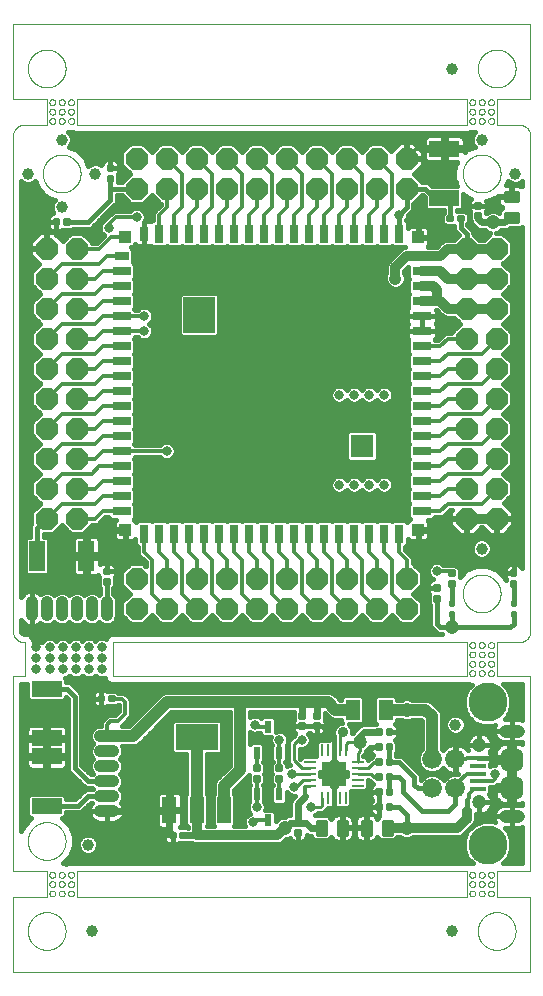
<source format=gtl>
G75*
%MOIN*%
%OFA0B0*%
%FSLAX25Y25*%
%IPPOS*%
%LPD*%
%AMOC8*
5,1,8,0,0,1.08239X$1,22.5*
%
%ADD10C,0.00000*%
%ADD11OC8,0.07400*%
%ADD12C,0.03937*%
%ADD13R,0.10000X0.05300*%
%ADD14R,0.05300X0.10000*%
%ADD15C,0.01142*%
%ADD16C,0.01250*%
%ADD17C,0.01000*%
%ADD18C,0.04134*%
%ADD19C,0.03740*%
%ADD20R,0.05315X0.01575*%
%ADD21C,0.04245*%
%ADD22C,0.04724*%
%ADD23C,0.06600*%
%ADD24C,0.13000*%
%ADD25R,0.04724X0.03150*%
%ADD26R,0.06299X0.03150*%
%ADD27R,0.03150X0.06299*%
%ADD28R,0.03150X0.04724*%
%ADD29R,0.10512X0.11890*%
%ADD30R,0.03937X0.03937*%
%ADD31C,0.03169*%
%ADD32R,0.07795X0.07795*%
%ADD33R,0.00984X0.03937*%
%ADD34R,0.03937X0.00984*%
%ADD35R,0.07874X0.07874*%
%ADD36R,0.05000X0.07000*%
%ADD37R,0.04800X0.08800*%
%ADD38R,0.14173X0.08661*%
%ADD39R,0.02362X0.04134*%
%ADD40C,0.01200*%
%ADD41C,0.03200*%
%ADD42C,0.01600*%
%ADD43C,0.02400*%
%ADD44C,0.04000*%
%ADD45C,0.04134*%
%ADD46C,0.03562*%
D10*
X0003000Y0001000D02*
X0175500Y0001000D01*
X0175500Y0026000D01*
X0164250Y0026000D01*
X0164250Y0034750D01*
X0175500Y0034750D01*
X0175500Y0099750D01*
X0164250Y0099750D01*
X0164250Y0111000D01*
X0171750Y0111000D01*
X0171870Y0111002D01*
X0171990Y0111008D01*
X0172110Y0111017D01*
X0172230Y0111031D01*
X0172348Y0111048D01*
X0172467Y0111069D01*
X0172584Y0111094D01*
X0172701Y0111123D01*
X0172817Y0111155D01*
X0172932Y0111191D01*
X0173045Y0111231D01*
X0173157Y0111274D01*
X0173268Y0111321D01*
X0173377Y0111371D01*
X0173485Y0111425D01*
X0173590Y0111483D01*
X0173694Y0111543D01*
X0173796Y0111607D01*
X0173895Y0111674D01*
X0173993Y0111745D01*
X0174088Y0111818D01*
X0174181Y0111895D01*
X0174271Y0111974D01*
X0174359Y0112056D01*
X0174444Y0112141D01*
X0174526Y0112229D01*
X0174605Y0112319D01*
X0174682Y0112412D01*
X0174755Y0112507D01*
X0174826Y0112605D01*
X0174893Y0112704D01*
X0174957Y0112806D01*
X0175017Y0112910D01*
X0175075Y0113015D01*
X0175129Y0113123D01*
X0175179Y0113232D01*
X0175226Y0113343D01*
X0175269Y0113455D01*
X0175309Y0113568D01*
X0175345Y0113683D01*
X0175377Y0113799D01*
X0175406Y0113916D01*
X0175431Y0114033D01*
X0175452Y0114152D01*
X0175469Y0114270D01*
X0175483Y0114390D01*
X0175492Y0114510D01*
X0175498Y0114630D01*
X0175500Y0114750D01*
X0175500Y0279750D01*
X0175498Y0279870D01*
X0175492Y0279990D01*
X0175483Y0280110D01*
X0175469Y0280230D01*
X0175452Y0280348D01*
X0175431Y0280467D01*
X0175406Y0280584D01*
X0175377Y0280701D01*
X0175345Y0280817D01*
X0175309Y0280932D01*
X0175269Y0281045D01*
X0175226Y0281157D01*
X0175179Y0281268D01*
X0175129Y0281377D01*
X0175075Y0281485D01*
X0175017Y0281590D01*
X0174957Y0281694D01*
X0174893Y0281796D01*
X0174826Y0281895D01*
X0174755Y0281993D01*
X0174682Y0282088D01*
X0174605Y0282181D01*
X0174526Y0282271D01*
X0174444Y0282359D01*
X0174359Y0282444D01*
X0174271Y0282526D01*
X0174181Y0282605D01*
X0174088Y0282682D01*
X0173993Y0282755D01*
X0173895Y0282826D01*
X0173796Y0282893D01*
X0173694Y0282957D01*
X0173590Y0283017D01*
X0173485Y0283075D01*
X0173377Y0283129D01*
X0173268Y0283179D01*
X0173157Y0283226D01*
X0173045Y0283269D01*
X0172932Y0283309D01*
X0172817Y0283345D01*
X0172701Y0283377D01*
X0172584Y0283406D01*
X0172467Y0283431D01*
X0172348Y0283452D01*
X0172230Y0283469D01*
X0172110Y0283483D01*
X0171990Y0283492D01*
X0171870Y0283498D01*
X0171750Y0283500D01*
X0164250Y0283500D01*
X0164250Y0292250D01*
X0175500Y0292250D01*
X0175500Y0317250D01*
X0003000Y0317250D01*
X0003000Y0292250D01*
X0014250Y0292250D01*
X0014250Y0283500D01*
X0006750Y0283500D01*
X0006630Y0283498D01*
X0006510Y0283492D01*
X0006390Y0283483D01*
X0006270Y0283469D01*
X0006152Y0283452D01*
X0006033Y0283431D01*
X0005916Y0283406D01*
X0005799Y0283377D01*
X0005683Y0283345D01*
X0005568Y0283309D01*
X0005455Y0283269D01*
X0005343Y0283226D01*
X0005232Y0283179D01*
X0005123Y0283129D01*
X0005015Y0283075D01*
X0004910Y0283017D01*
X0004806Y0282957D01*
X0004704Y0282893D01*
X0004605Y0282826D01*
X0004507Y0282755D01*
X0004412Y0282682D01*
X0004319Y0282605D01*
X0004229Y0282526D01*
X0004141Y0282444D01*
X0004056Y0282359D01*
X0003974Y0282271D01*
X0003895Y0282181D01*
X0003818Y0282088D01*
X0003745Y0281993D01*
X0003674Y0281895D01*
X0003607Y0281796D01*
X0003543Y0281694D01*
X0003483Y0281590D01*
X0003425Y0281485D01*
X0003371Y0281377D01*
X0003321Y0281268D01*
X0003274Y0281157D01*
X0003231Y0281045D01*
X0003191Y0280932D01*
X0003155Y0280817D01*
X0003123Y0280701D01*
X0003094Y0280584D01*
X0003069Y0280467D01*
X0003048Y0280348D01*
X0003031Y0280230D01*
X0003017Y0280110D01*
X0003008Y0279990D01*
X0003002Y0279870D01*
X0003000Y0279750D01*
X0003000Y0114750D01*
X0003002Y0114630D01*
X0003008Y0114510D01*
X0003017Y0114390D01*
X0003031Y0114270D01*
X0003048Y0114152D01*
X0003069Y0114033D01*
X0003094Y0113916D01*
X0003123Y0113799D01*
X0003155Y0113683D01*
X0003191Y0113568D01*
X0003231Y0113455D01*
X0003274Y0113343D01*
X0003321Y0113232D01*
X0003371Y0113123D01*
X0003425Y0113015D01*
X0003483Y0112910D01*
X0003543Y0112806D01*
X0003607Y0112704D01*
X0003674Y0112605D01*
X0003745Y0112507D01*
X0003818Y0112412D01*
X0003895Y0112319D01*
X0003974Y0112229D01*
X0004056Y0112141D01*
X0004141Y0112056D01*
X0004229Y0111974D01*
X0004319Y0111895D01*
X0004412Y0111818D01*
X0004507Y0111745D01*
X0004605Y0111674D01*
X0004704Y0111607D01*
X0004806Y0111543D01*
X0004910Y0111483D01*
X0005015Y0111425D01*
X0005123Y0111371D01*
X0005232Y0111321D01*
X0005343Y0111274D01*
X0005455Y0111231D01*
X0005568Y0111191D01*
X0005683Y0111155D01*
X0005799Y0111123D01*
X0005916Y0111094D01*
X0006033Y0111069D01*
X0006152Y0111048D01*
X0006270Y0111031D01*
X0006390Y0111017D01*
X0006510Y0111008D01*
X0006630Y0111002D01*
X0006750Y0111000D01*
X0007062Y0111000D01*
X0007062Y0099750D01*
X0003000Y0099750D01*
X0003000Y0034750D01*
X0014250Y0034750D01*
X0014250Y0026000D01*
X0003000Y0026000D01*
X0003000Y0001000D01*
X0007951Y0014750D02*
X0007953Y0014908D01*
X0007959Y0015066D01*
X0007969Y0015224D01*
X0007983Y0015382D01*
X0008001Y0015539D01*
X0008022Y0015696D01*
X0008048Y0015852D01*
X0008078Y0016008D01*
X0008111Y0016163D01*
X0008149Y0016316D01*
X0008190Y0016469D01*
X0008235Y0016621D01*
X0008284Y0016772D01*
X0008337Y0016921D01*
X0008393Y0017069D01*
X0008453Y0017215D01*
X0008517Y0017360D01*
X0008585Y0017503D01*
X0008656Y0017645D01*
X0008730Y0017785D01*
X0008808Y0017922D01*
X0008890Y0018058D01*
X0008974Y0018192D01*
X0009063Y0018323D01*
X0009154Y0018452D01*
X0009249Y0018579D01*
X0009346Y0018704D01*
X0009447Y0018826D01*
X0009551Y0018945D01*
X0009658Y0019062D01*
X0009768Y0019176D01*
X0009881Y0019287D01*
X0009996Y0019396D01*
X0010114Y0019501D01*
X0010235Y0019603D01*
X0010358Y0019703D01*
X0010484Y0019799D01*
X0010612Y0019892D01*
X0010742Y0019982D01*
X0010875Y0020068D01*
X0011010Y0020152D01*
X0011146Y0020231D01*
X0011285Y0020308D01*
X0011426Y0020380D01*
X0011568Y0020450D01*
X0011712Y0020515D01*
X0011858Y0020577D01*
X0012005Y0020635D01*
X0012154Y0020690D01*
X0012304Y0020741D01*
X0012455Y0020788D01*
X0012607Y0020831D01*
X0012760Y0020870D01*
X0012915Y0020906D01*
X0013070Y0020937D01*
X0013226Y0020965D01*
X0013382Y0020989D01*
X0013539Y0021009D01*
X0013697Y0021025D01*
X0013854Y0021037D01*
X0014013Y0021045D01*
X0014171Y0021049D01*
X0014329Y0021049D01*
X0014487Y0021045D01*
X0014646Y0021037D01*
X0014803Y0021025D01*
X0014961Y0021009D01*
X0015118Y0020989D01*
X0015274Y0020965D01*
X0015430Y0020937D01*
X0015585Y0020906D01*
X0015740Y0020870D01*
X0015893Y0020831D01*
X0016045Y0020788D01*
X0016196Y0020741D01*
X0016346Y0020690D01*
X0016495Y0020635D01*
X0016642Y0020577D01*
X0016788Y0020515D01*
X0016932Y0020450D01*
X0017074Y0020380D01*
X0017215Y0020308D01*
X0017354Y0020231D01*
X0017490Y0020152D01*
X0017625Y0020068D01*
X0017758Y0019982D01*
X0017888Y0019892D01*
X0018016Y0019799D01*
X0018142Y0019703D01*
X0018265Y0019603D01*
X0018386Y0019501D01*
X0018504Y0019396D01*
X0018619Y0019287D01*
X0018732Y0019176D01*
X0018842Y0019062D01*
X0018949Y0018945D01*
X0019053Y0018826D01*
X0019154Y0018704D01*
X0019251Y0018579D01*
X0019346Y0018452D01*
X0019437Y0018323D01*
X0019526Y0018192D01*
X0019610Y0018058D01*
X0019692Y0017922D01*
X0019770Y0017785D01*
X0019844Y0017645D01*
X0019915Y0017503D01*
X0019983Y0017360D01*
X0020047Y0017215D01*
X0020107Y0017069D01*
X0020163Y0016921D01*
X0020216Y0016772D01*
X0020265Y0016621D01*
X0020310Y0016469D01*
X0020351Y0016316D01*
X0020389Y0016163D01*
X0020422Y0016008D01*
X0020452Y0015852D01*
X0020478Y0015696D01*
X0020499Y0015539D01*
X0020517Y0015382D01*
X0020531Y0015224D01*
X0020541Y0015066D01*
X0020547Y0014908D01*
X0020549Y0014750D01*
X0020547Y0014592D01*
X0020541Y0014434D01*
X0020531Y0014276D01*
X0020517Y0014118D01*
X0020499Y0013961D01*
X0020478Y0013804D01*
X0020452Y0013648D01*
X0020422Y0013492D01*
X0020389Y0013337D01*
X0020351Y0013184D01*
X0020310Y0013031D01*
X0020265Y0012879D01*
X0020216Y0012728D01*
X0020163Y0012579D01*
X0020107Y0012431D01*
X0020047Y0012285D01*
X0019983Y0012140D01*
X0019915Y0011997D01*
X0019844Y0011855D01*
X0019770Y0011715D01*
X0019692Y0011578D01*
X0019610Y0011442D01*
X0019526Y0011308D01*
X0019437Y0011177D01*
X0019346Y0011048D01*
X0019251Y0010921D01*
X0019154Y0010796D01*
X0019053Y0010674D01*
X0018949Y0010555D01*
X0018842Y0010438D01*
X0018732Y0010324D01*
X0018619Y0010213D01*
X0018504Y0010104D01*
X0018386Y0009999D01*
X0018265Y0009897D01*
X0018142Y0009797D01*
X0018016Y0009701D01*
X0017888Y0009608D01*
X0017758Y0009518D01*
X0017625Y0009432D01*
X0017490Y0009348D01*
X0017354Y0009269D01*
X0017215Y0009192D01*
X0017074Y0009120D01*
X0016932Y0009050D01*
X0016788Y0008985D01*
X0016642Y0008923D01*
X0016495Y0008865D01*
X0016346Y0008810D01*
X0016196Y0008759D01*
X0016045Y0008712D01*
X0015893Y0008669D01*
X0015740Y0008630D01*
X0015585Y0008594D01*
X0015430Y0008563D01*
X0015274Y0008535D01*
X0015118Y0008511D01*
X0014961Y0008491D01*
X0014803Y0008475D01*
X0014646Y0008463D01*
X0014487Y0008455D01*
X0014329Y0008451D01*
X0014171Y0008451D01*
X0014013Y0008455D01*
X0013854Y0008463D01*
X0013697Y0008475D01*
X0013539Y0008491D01*
X0013382Y0008511D01*
X0013226Y0008535D01*
X0013070Y0008563D01*
X0012915Y0008594D01*
X0012760Y0008630D01*
X0012607Y0008669D01*
X0012455Y0008712D01*
X0012304Y0008759D01*
X0012154Y0008810D01*
X0012005Y0008865D01*
X0011858Y0008923D01*
X0011712Y0008985D01*
X0011568Y0009050D01*
X0011426Y0009120D01*
X0011285Y0009192D01*
X0011146Y0009269D01*
X0011010Y0009348D01*
X0010875Y0009432D01*
X0010742Y0009518D01*
X0010612Y0009608D01*
X0010484Y0009701D01*
X0010358Y0009797D01*
X0010235Y0009897D01*
X0010114Y0009999D01*
X0009996Y0010104D01*
X0009881Y0010213D01*
X0009768Y0010324D01*
X0009658Y0010438D01*
X0009551Y0010555D01*
X0009447Y0010674D01*
X0009346Y0010796D01*
X0009249Y0010921D01*
X0009154Y0011048D01*
X0009063Y0011177D01*
X0008974Y0011308D01*
X0008890Y0011442D01*
X0008808Y0011578D01*
X0008730Y0011715D01*
X0008656Y0011855D01*
X0008585Y0011997D01*
X0008517Y0012140D01*
X0008453Y0012285D01*
X0008393Y0012431D01*
X0008337Y0012579D01*
X0008284Y0012728D01*
X0008235Y0012879D01*
X0008190Y0013031D01*
X0008149Y0013184D01*
X0008111Y0013337D01*
X0008078Y0013492D01*
X0008048Y0013648D01*
X0008022Y0013804D01*
X0008001Y0013961D01*
X0007983Y0014118D01*
X0007969Y0014276D01*
X0007959Y0014434D01*
X0007953Y0014592D01*
X0007951Y0014750D01*
X0015141Y0027250D02*
X0015143Y0027312D01*
X0015149Y0027375D01*
X0015159Y0027436D01*
X0015173Y0027497D01*
X0015190Y0027557D01*
X0015211Y0027616D01*
X0015237Y0027673D01*
X0015265Y0027728D01*
X0015297Y0027782D01*
X0015333Y0027833D01*
X0015371Y0027883D01*
X0015413Y0027929D01*
X0015457Y0027973D01*
X0015505Y0028014D01*
X0015554Y0028052D01*
X0015606Y0028086D01*
X0015660Y0028117D01*
X0015716Y0028145D01*
X0015774Y0028169D01*
X0015833Y0028190D01*
X0015893Y0028206D01*
X0015954Y0028219D01*
X0016016Y0028228D01*
X0016078Y0028233D01*
X0016141Y0028234D01*
X0016203Y0028231D01*
X0016265Y0028224D01*
X0016327Y0028213D01*
X0016387Y0028198D01*
X0016447Y0028180D01*
X0016505Y0028158D01*
X0016562Y0028132D01*
X0016617Y0028102D01*
X0016670Y0028069D01*
X0016721Y0028033D01*
X0016769Y0027994D01*
X0016815Y0027951D01*
X0016858Y0027906D01*
X0016898Y0027858D01*
X0016935Y0027808D01*
X0016969Y0027755D01*
X0017000Y0027701D01*
X0017026Y0027645D01*
X0017050Y0027587D01*
X0017069Y0027527D01*
X0017085Y0027467D01*
X0017097Y0027405D01*
X0017105Y0027344D01*
X0017109Y0027281D01*
X0017109Y0027219D01*
X0017105Y0027156D01*
X0017097Y0027095D01*
X0017085Y0027033D01*
X0017069Y0026973D01*
X0017050Y0026913D01*
X0017026Y0026855D01*
X0017000Y0026799D01*
X0016969Y0026745D01*
X0016935Y0026692D01*
X0016898Y0026642D01*
X0016858Y0026594D01*
X0016815Y0026549D01*
X0016769Y0026506D01*
X0016721Y0026467D01*
X0016670Y0026431D01*
X0016617Y0026398D01*
X0016562Y0026368D01*
X0016505Y0026342D01*
X0016447Y0026320D01*
X0016387Y0026302D01*
X0016327Y0026287D01*
X0016265Y0026276D01*
X0016203Y0026269D01*
X0016141Y0026266D01*
X0016078Y0026267D01*
X0016016Y0026272D01*
X0015954Y0026281D01*
X0015893Y0026294D01*
X0015833Y0026310D01*
X0015774Y0026331D01*
X0015716Y0026355D01*
X0015660Y0026383D01*
X0015606Y0026414D01*
X0015554Y0026448D01*
X0015505Y0026486D01*
X0015457Y0026527D01*
X0015413Y0026571D01*
X0015371Y0026617D01*
X0015333Y0026667D01*
X0015297Y0026718D01*
X0015265Y0026772D01*
X0015237Y0026827D01*
X0015211Y0026884D01*
X0015190Y0026943D01*
X0015173Y0027003D01*
X0015159Y0027064D01*
X0015149Y0027125D01*
X0015143Y0027188D01*
X0015141Y0027250D01*
X0015141Y0030375D02*
X0015143Y0030437D01*
X0015149Y0030500D01*
X0015159Y0030561D01*
X0015173Y0030622D01*
X0015190Y0030682D01*
X0015211Y0030741D01*
X0015237Y0030798D01*
X0015265Y0030853D01*
X0015297Y0030907D01*
X0015333Y0030958D01*
X0015371Y0031008D01*
X0015413Y0031054D01*
X0015457Y0031098D01*
X0015505Y0031139D01*
X0015554Y0031177D01*
X0015606Y0031211D01*
X0015660Y0031242D01*
X0015716Y0031270D01*
X0015774Y0031294D01*
X0015833Y0031315D01*
X0015893Y0031331D01*
X0015954Y0031344D01*
X0016016Y0031353D01*
X0016078Y0031358D01*
X0016141Y0031359D01*
X0016203Y0031356D01*
X0016265Y0031349D01*
X0016327Y0031338D01*
X0016387Y0031323D01*
X0016447Y0031305D01*
X0016505Y0031283D01*
X0016562Y0031257D01*
X0016617Y0031227D01*
X0016670Y0031194D01*
X0016721Y0031158D01*
X0016769Y0031119D01*
X0016815Y0031076D01*
X0016858Y0031031D01*
X0016898Y0030983D01*
X0016935Y0030933D01*
X0016969Y0030880D01*
X0017000Y0030826D01*
X0017026Y0030770D01*
X0017050Y0030712D01*
X0017069Y0030652D01*
X0017085Y0030592D01*
X0017097Y0030530D01*
X0017105Y0030469D01*
X0017109Y0030406D01*
X0017109Y0030344D01*
X0017105Y0030281D01*
X0017097Y0030220D01*
X0017085Y0030158D01*
X0017069Y0030098D01*
X0017050Y0030038D01*
X0017026Y0029980D01*
X0017000Y0029924D01*
X0016969Y0029870D01*
X0016935Y0029817D01*
X0016898Y0029767D01*
X0016858Y0029719D01*
X0016815Y0029674D01*
X0016769Y0029631D01*
X0016721Y0029592D01*
X0016670Y0029556D01*
X0016617Y0029523D01*
X0016562Y0029493D01*
X0016505Y0029467D01*
X0016447Y0029445D01*
X0016387Y0029427D01*
X0016327Y0029412D01*
X0016265Y0029401D01*
X0016203Y0029394D01*
X0016141Y0029391D01*
X0016078Y0029392D01*
X0016016Y0029397D01*
X0015954Y0029406D01*
X0015893Y0029419D01*
X0015833Y0029435D01*
X0015774Y0029456D01*
X0015716Y0029480D01*
X0015660Y0029508D01*
X0015606Y0029539D01*
X0015554Y0029573D01*
X0015505Y0029611D01*
X0015457Y0029652D01*
X0015413Y0029696D01*
X0015371Y0029742D01*
X0015333Y0029792D01*
X0015297Y0029843D01*
X0015265Y0029897D01*
X0015237Y0029952D01*
X0015211Y0030009D01*
X0015190Y0030068D01*
X0015173Y0030128D01*
X0015159Y0030189D01*
X0015149Y0030250D01*
X0015143Y0030313D01*
X0015141Y0030375D01*
X0015141Y0033500D02*
X0015143Y0033562D01*
X0015149Y0033625D01*
X0015159Y0033686D01*
X0015173Y0033747D01*
X0015190Y0033807D01*
X0015211Y0033866D01*
X0015237Y0033923D01*
X0015265Y0033978D01*
X0015297Y0034032D01*
X0015333Y0034083D01*
X0015371Y0034133D01*
X0015413Y0034179D01*
X0015457Y0034223D01*
X0015505Y0034264D01*
X0015554Y0034302D01*
X0015606Y0034336D01*
X0015660Y0034367D01*
X0015716Y0034395D01*
X0015774Y0034419D01*
X0015833Y0034440D01*
X0015893Y0034456D01*
X0015954Y0034469D01*
X0016016Y0034478D01*
X0016078Y0034483D01*
X0016141Y0034484D01*
X0016203Y0034481D01*
X0016265Y0034474D01*
X0016327Y0034463D01*
X0016387Y0034448D01*
X0016447Y0034430D01*
X0016505Y0034408D01*
X0016562Y0034382D01*
X0016617Y0034352D01*
X0016670Y0034319D01*
X0016721Y0034283D01*
X0016769Y0034244D01*
X0016815Y0034201D01*
X0016858Y0034156D01*
X0016898Y0034108D01*
X0016935Y0034058D01*
X0016969Y0034005D01*
X0017000Y0033951D01*
X0017026Y0033895D01*
X0017050Y0033837D01*
X0017069Y0033777D01*
X0017085Y0033717D01*
X0017097Y0033655D01*
X0017105Y0033594D01*
X0017109Y0033531D01*
X0017109Y0033469D01*
X0017105Y0033406D01*
X0017097Y0033345D01*
X0017085Y0033283D01*
X0017069Y0033223D01*
X0017050Y0033163D01*
X0017026Y0033105D01*
X0017000Y0033049D01*
X0016969Y0032995D01*
X0016935Y0032942D01*
X0016898Y0032892D01*
X0016858Y0032844D01*
X0016815Y0032799D01*
X0016769Y0032756D01*
X0016721Y0032717D01*
X0016670Y0032681D01*
X0016617Y0032648D01*
X0016562Y0032618D01*
X0016505Y0032592D01*
X0016447Y0032570D01*
X0016387Y0032552D01*
X0016327Y0032537D01*
X0016265Y0032526D01*
X0016203Y0032519D01*
X0016141Y0032516D01*
X0016078Y0032517D01*
X0016016Y0032522D01*
X0015954Y0032531D01*
X0015893Y0032544D01*
X0015833Y0032560D01*
X0015774Y0032581D01*
X0015716Y0032605D01*
X0015660Y0032633D01*
X0015606Y0032664D01*
X0015554Y0032698D01*
X0015505Y0032736D01*
X0015457Y0032777D01*
X0015413Y0032821D01*
X0015371Y0032867D01*
X0015333Y0032917D01*
X0015297Y0032968D01*
X0015265Y0033022D01*
X0015237Y0033077D01*
X0015211Y0033134D01*
X0015190Y0033193D01*
X0015173Y0033253D01*
X0015159Y0033314D01*
X0015149Y0033375D01*
X0015143Y0033438D01*
X0015141Y0033500D01*
X0018266Y0033500D02*
X0018268Y0033562D01*
X0018274Y0033625D01*
X0018284Y0033686D01*
X0018298Y0033747D01*
X0018315Y0033807D01*
X0018336Y0033866D01*
X0018362Y0033923D01*
X0018390Y0033978D01*
X0018422Y0034032D01*
X0018458Y0034083D01*
X0018496Y0034133D01*
X0018538Y0034179D01*
X0018582Y0034223D01*
X0018630Y0034264D01*
X0018679Y0034302D01*
X0018731Y0034336D01*
X0018785Y0034367D01*
X0018841Y0034395D01*
X0018899Y0034419D01*
X0018958Y0034440D01*
X0019018Y0034456D01*
X0019079Y0034469D01*
X0019141Y0034478D01*
X0019203Y0034483D01*
X0019266Y0034484D01*
X0019328Y0034481D01*
X0019390Y0034474D01*
X0019452Y0034463D01*
X0019512Y0034448D01*
X0019572Y0034430D01*
X0019630Y0034408D01*
X0019687Y0034382D01*
X0019742Y0034352D01*
X0019795Y0034319D01*
X0019846Y0034283D01*
X0019894Y0034244D01*
X0019940Y0034201D01*
X0019983Y0034156D01*
X0020023Y0034108D01*
X0020060Y0034058D01*
X0020094Y0034005D01*
X0020125Y0033951D01*
X0020151Y0033895D01*
X0020175Y0033837D01*
X0020194Y0033777D01*
X0020210Y0033717D01*
X0020222Y0033655D01*
X0020230Y0033594D01*
X0020234Y0033531D01*
X0020234Y0033469D01*
X0020230Y0033406D01*
X0020222Y0033345D01*
X0020210Y0033283D01*
X0020194Y0033223D01*
X0020175Y0033163D01*
X0020151Y0033105D01*
X0020125Y0033049D01*
X0020094Y0032995D01*
X0020060Y0032942D01*
X0020023Y0032892D01*
X0019983Y0032844D01*
X0019940Y0032799D01*
X0019894Y0032756D01*
X0019846Y0032717D01*
X0019795Y0032681D01*
X0019742Y0032648D01*
X0019687Y0032618D01*
X0019630Y0032592D01*
X0019572Y0032570D01*
X0019512Y0032552D01*
X0019452Y0032537D01*
X0019390Y0032526D01*
X0019328Y0032519D01*
X0019266Y0032516D01*
X0019203Y0032517D01*
X0019141Y0032522D01*
X0019079Y0032531D01*
X0019018Y0032544D01*
X0018958Y0032560D01*
X0018899Y0032581D01*
X0018841Y0032605D01*
X0018785Y0032633D01*
X0018731Y0032664D01*
X0018679Y0032698D01*
X0018630Y0032736D01*
X0018582Y0032777D01*
X0018538Y0032821D01*
X0018496Y0032867D01*
X0018458Y0032917D01*
X0018422Y0032968D01*
X0018390Y0033022D01*
X0018362Y0033077D01*
X0018336Y0033134D01*
X0018315Y0033193D01*
X0018298Y0033253D01*
X0018284Y0033314D01*
X0018274Y0033375D01*
X0018268Y0033438D01*
X0018266Y0033500D01*
X0018266Y0030375D02*
X0018268Y0030437D01*
X0018274Y0030500D01*
X0018284Y0030561D01*
X0018298Y0030622D01*
X0018315Y0030682D01*
X0018336Y0030741D01*
X0018362Y0030798D01*
X0018390Y0030853D01*
X0018422Y0030907D01*
X0018458Y0030958D01*
X0018496Y0031008D01*
X0018538Y0031054D01*
X0018582Y0031098D01*
X0018630Y0031139D01*
X0018679Y0031177D01*
X0018731Y0031211D01*
X0018785Y0031242D01*
X0018841Y0031270D01*
X0018899Y0031294D01*
X0018958Y0031315D01*
X0019018Y0031331D01*
X0019079Y0031344D01*
X0019141Y0031353D01*
X0019203Y0031358D01*
X0019266Y0031359D01*
X0019328Y0031356D01*
X0019390Y0031349D01*
X0019452Y0031338D01*
X0019512Y0031323D01*
X0019572Y0031305D01*
X0019630Y0031283D01*
X0019687Y0031257D01*
X0019742Y0031227D01*
X0019795Y0031194D01*
X0019846Y0031158D01*
X0019894Y0031119D01*
X0019940Y0031076D01*
X0019983Y0031031D01*
X0020023Y0030983D01*
X0020060Y0030933D01*
X0020094Y0030880D01*
X0020125Y0030826D01*
X0020151Y0030770D01*
X0020175Y0030712D01*
X0020194Y0030652D01*
X0020210Y0030592D01*
X0020222Y0030530D01*
X0020230Y0030469D01*
X0020234Y0030406D01*
X0020234Y0030344D01*
X0020230Y0030281D01*
X0020222Y0030220D01*
X0020210Y0030158D01*
X0020194Y0030098D01*
X0020175Y0030038D01*
X0020151Y0029980D01*
X0020125Y0029924D01*
X0020094Y0029870D01*
X0020060Y0029817D01*
X0020023Y0029767D01*
X0019983Y0029719D01*
X0019940Y0029674D01*
X0019894Y0029631D01*
X0019846Y0029592D01*
X0019795Y0029556D01*
X0019742Y0029523D01*
X0019687Y0029493D01*
X0019630Y0029467D01*
X0019572Y0029445D01*
X0019512Y0029427D01*
X0019452Y0029412D01*
X0019390Y0029401D01*
X0019328Y0029394D01*
X0019266Y0029391D01*
X0019203Y0029392D01*
X0019141Y0029397D01*
X0019079Y0029406D01*
X0019018Y0029419D01*
X0018958Y0029435D01*
X0018899Y0029456D01*
X0018841Y0029480D01*
X0018785Y0029508D01*
X0018731Y0029539D01*
X0018679Y0029573D01*
X0018630Y0029611D01*
X0018582Y0029652D01*
X0018538Y0029696D01*
X0018496Y0029742D01*
X0018458Y0029792D01*
X0018422Y0029843D01*
X0018390Y0029897D01*
X0018362Y0029952D01*
X0018336Y0030009D01*
X0018315Y0030068D01*
X0018298Y0030128D01*
X0018284Y0030189D01*
X0018274Y0030250D01*
X0018268Y0030313D01*
X0018266Y0030375D01*
X0018266Y0027250D02*
X0018268Y0027312D01*
X0018274Y0027375D01*
X0018284Y0027436D01*
X0018298Y0027497D01*
X0018315Y0027557D01*
X0018336Y0027616D01*
X0018362Y0027673D01*
X0018390Y0027728D01*
X0018422Y0027782D01*
X0018458Y0027833D01*
X0018496Y0027883D01*
X0018538Y0027929D01*
X0018582Y0027973D01*
X0018630Y0028014D01*
X0018679Y0028052D01*
X0018731Y0028086D01*
X0018785Y0028117D01*
X0018841Y0028145D01*
X0018899Y0028169D01*
X0018958Y0028190D01*
X0019018Y0028206D01*
X0019079Y0028219D01*
X0019141Y0028228D01*
X0019203Y0028233D01*
X0019266Y0028234D01*
X0019328Y0028231D01*
X0019390Y0028224D01*
X0019452Y0028213D01*
X0019512Y0028198D01*
X0019572Y0028180D01*
X0019630Y0028158D01*
X0019687Y0028132D01*
X0019742Y0028102D01*
X0019795Y0028069D01*
X0019846Y0028033D01*
X0019894Y0027994D01*
X0019940Y0027951D01*
X0019983Y0027906D01*
X0020023Y0027858D01*
X0020060Y0027808D01*
X0020094Y0027755D01*
X0020125Y0027701D01*
X0020151Y0027645D01*
X0020175Y0027587D01*
X0020194Y0027527D01*
X0020210Y0027467D01*
X0020222Y0027405D01*
X0020230Y0027344D01*
X0020234Y0027281D01*
X0020234Y0027219D01*
X0020230Y0027156D01*
X0020222Y0027095D01*
X0020210Y0027033D01*
X0020194Y0026973D01*
X0020175Y0026913D01*
X0020151Y0026855D01*
X0020125Y0026799D01*
X0020094Y0026745D01*
X0020060Y0026692D01*
X0020023Y0026642D01*
X0019983Y0026594D01*
X0019940Y0026549D01*
X0019894Y0026506D01*
X0019846Y0026467D01*
X0019795Y0026431D01*
X0019742Y0026398D01*
X0019687Y0026368D01*
X0019630Y0026342D01*
X0019572Y0026320D01*
X0019512Y0026302D01*
X0019452Y0026287D01*
X0019390Y0026276D01*
X0019328Y0026269D01*
X0019266Y0026266D01*
X0019203Y0026267D01*
X0019141Y0026272D01*
X0019079Y0026281D01*
X0019018Y0026294D01*
X0018958Y0026310D01*
X0018899Y0026331D01*
X0018841Y0026355D01*
X0018785Y0026383D01*
X0018731Y0026414D01*
X0018679Y0026448D01*
X0018630Y0026486D01*
X0018582Y0026527D01*
X0018538Y0026571D01*
X0018496Y0026617D01*
X0018458Y0026667D01*
X0018422Y0026718D01*
X0018390Y0026772D01*
X0018362Y0026827D01*
X0018336Y0026884D01*
X0018315Y0026943D01*
X0018298Y0027003D01*
X0018284Y0027064D01*
X0018274Y0027125D01*
X0018268Y0027188D01*
X0018266Y0027250D01*
X0021391Y0027250D02*
X0021393Y0027312D01*
X0021399Y0027375D01*
X0021409Y0027436D01*
X0021423Y0027497D01*
X0021440Y0027557D01*
X0021461Y0027616D01*
X0021487Y0027673D01*
X0021515Y0027728D01*
X0021547Y0027782D01*
X0021583Y0027833D01*
X0021621Y0027883D01*
X0021663Y0027929D01*
X0021707Y0027973D01*
X0021755Y0028014D01*
X0021804Y0028052D01*
X0021856Y0028086D01*
X0021910Y0028117D01*
X0021966Y0028145D01*
X0022024Y0028169D01*
X0022083Y0028190D01*
X0022143Y0028206D01*
X0022204Y0028219D01*
X0022266Y0028228D01*
X0022328Y0028233D01*
X0022391Y0028234D01*
X0022453Y0028231D01*
X0022515Y0028224D01*
X0022577Y0028213D01*
X0022637Y0028198D01*
X0022697Y0028180D01*
X0022755Y0028158D01*
X0022812Y0028132D01*
X0022867Y0028102D01*
X0022920Y0028069D01*
X0022971Y0028033D01*
X0023019Y0027994D01*
X0023065Y0027951D01*
X0023108Y0027906D01*
X0023148Y0027858D01*
X0023185Y0027808D01*
X0023219Y0027755D01*
X0023250Y0027701D01*
X0023276Y0027645D01*
X0023300Y0027587D01*
X0023319Y0027527D01*
X0023335Y0027467D01*
X0023347Y0027405D01*
X0023355Y0027344D01*
X0023359Y0027281D01*
X0023359Y0027219D01*
X0023355Y0027156D01*
X0023347Y0027095D01*
X0023335Y0027033D01*
X0023319Y0026973D01*
X0023300Y0026913D01*
X0023276Y0026855D01*
X0023250Y0026799D01*
X0023219Y0026745D01*
X0023185Y0026692D01*
X0023148Y0026642D01*
X0023108Y0026594D01*
X0023065Y0026549D01*
X0023019Y0026506D01*
X0022971Y0026467D01*
X0022920Y0026431D01*
X0022867Y0026398D01*
X0022812Y0026368D01*
X0022755Y0026342D01*
X0022697Y0026320D01*
X0022637Y0026302D01*
X0022577Y0026287D01*
X0022515Y0026276D01*
X0022453Y0026269D01*
X0022391Y0026266D01*
X0022328Y0026267D01*
X0022266Y0026272D01*
X0022204Y0026281D01*
X0022143Y0026294D01*
X0022083Y0026310D01*
X0022024Y0026331D01*
X0021966Y0026355D01*
X0021910Y0026383D01*
X0021856Y0026414D01*
X0021804Y0026448D01*
X0021755Y0026486D01*
X0021707Y0026527D01*
X0021663Y0026571D01*
X0021621Y0026617D01*
X0021583Y0026667D01*
X0021547Y0026718D01*
X0021515Y0026772D01*
X0021487Y0026827D01*
X0021461Y0026884D01*
X0021440Y0026943D01*
X0021423Y0027003D01*
X0021409Y0027064D01*
X0021399Y0027125D01*
X0021393Y0027188D01*
X0021391Y0027250D01*
X0021391Y0030375D02*
X0021393Y0030437D01*
X0021399Y0030500D01*
X0021409Y0030561D01*
X0021423Y0030622D01*
X0021440Y0030682D01*
X0021461Y0030741D01*
X0021487Y0030798D01*
X0021515Y0030853D01*
X0021547Y0030907D01*
X0021583Y0030958D01*
X0021621Y0031008D01*
X0021663Y0031054D01*
X0021707Y0031098D01*
X0021755Y0031139D01*
X0021804Y0031177D01*
X0021856Y0031211D01*
X0021910Y0031242D01*
X0021966Y0031270D01*
X0022024Y0031294D01*
X0022083Y0031315D01*
X0022143Y0031331D01*
X0022204Y0031344D01*
X0022266Y0031353D01*
X0022328Y0031358D01*
X0022391Y0031359D01*
X0022453Y0031356D01*
X0022515Y0031349D01*
X0022577Y0031338D01*
X0022637Y0031323D01*
X0022697Y0031305D01*
X0022755Y0031283D01*
X0022812Y0031257D01*
X0022867Y0031227D01*
X0022920Y0031194D01*
X0022971Y0031158D01*
X0023019Y0031119D01*
X0023065Y0031076D01*
X0023108Y0031031D01*
X0023148Y0030983D01*
X0023185Y0030933D01*
X0023219Y0030880D01*
X0023250Y0030826D01*
X0023276Y0030770D01*
X0023300Y0030712D01*
X0023319Y0030652D01*
X0023335Y0030592D01*
X0023347Y0030530D01*
X0023355Y0030469D01*
X0023359Y0030406D01*
X0023359Y0030344D01*
X0023355Y0030281D01*
X0023347Y0030220D01*
X0023335Y0030158D01*
X0023319Y0030098D01*
X0023300Y0030038D01*
X0023276Y0029980D01*
X0023250Y0029924D01*
X0023219Y0029870D01*
X0023185Y0029817D01*
X0023148Y0029767D01*
X0023108Y0029719D01*
X0023065Y0029674D01*
X0023019Y0029631D01*
X0022971Y0029592D01*
X0022920Y0029556D01*
X0022867Y0029523D01*
X0022812Y0029493D01*
X0022755Y0029467D01*
X0022697Y0029445D01*
X0022637Y0029427D01*
X0022577Y0029412D01*
X0022515Y0029401D01*
X0022453Y0029394D01*
X0022391Y0029391D01*
X0022328Y0029392D01*
X0022266Y0029397D01*
X0022204Y0029406D01*
X0022143Y0029419D01*
X0022083Y0029435D01*
X0022024Y0029456D01*
X0021966Y0029480D01*
X0021910Y0029508D01*
X0021856Y0029539D01*
X0021804Y0029573D01*
X0021755Y0029611D01*
X0021707Y0029652D01*
X0021663Y0029696D01*
X0021621Y0029742D01*
X0021583Y0029792D01*
X0021547Y0029843D01*
X0021515Y0029897D01*
X0021487Y0029952D01*
X0021461Y0030009D01*
X0021440Y0030068D01*
X0021423Y0030128D01*
X0021409Y0030189D01*
X0021399Y0030250D01*
X0021393Y0030313D01*
X0021391Y0030375D01*
X0021391Y0033500D02*
X0021393Y0033562D01*
X0021399Y0033625D01*
X0021409Y0033686D01*
X0021423Y0033747D01*
X0021440Y0033807D01*
X0021461Y0033866D01*
X0021487Y0033923D01*
X0021515Y0033978D01*
X0021547Y0034032D01*
X0021583Y0034083D01*
X0021621Y0034133D01*
X0021663Y0034179D01*
X0021707Y0034223D01*
X0021755Y0034264D01*
X0021804Y0034302D01*
X0021856Y0034336D01*
X0021910Y0034367D01*
X0021966Y0034395D01*
X0022024Y0034419D01*
X0022083Y0034440D01*
X0022143Y0034456D01*
X0022204Y0034469D01*
X0022266Y0034478D01*
X0022328Y0034483D01*
X0022391Y0034484D01*
X0022453Y0034481D01*
X0022515Y0034474D01*
X0022577Y0034463D01*
X0022637Y0034448D01*
X0022697Y0034430D01*
X0022755Y0034408D01*
X0022812Y0034382D01*
X0022867Y0034352D01*
X0022920Y0034319D01*
X0022971Y0034283D01*
X0023019Y0034244D01*
X0023065Y0034201D01*
X0023108Y0034156D01*
X0023148Y0034108D01*
X0023185Y0034058D01*
X0023219Y0034005D01*
X0023250Y0033951D01*
X0023276Y0033895D01*
X0023300Y0033837D01*
X0023319Y0033777D01*
X0023335Y0033717D01*
X0023347Y0033655D01*
X0023355Y0033594D01*
X0023359Y0033531D01*
X0023359Y0033469D01*
X0023355Y0033406D01*
X0023347Y0033345D01*
X0023335Y0033283D01*
X0023319Y0033223D01*
X0023300Y0033163D01*
X0023276Y0033105D01*
X0023250Y0033049D01*
X0023219Y0032995D01*
X0023185Y0032942D01*
X0023148Y0032892D01*
X0023108Y0032844D01*
X0023065Y0032799D01*
X0023019Y0032756D01*
X0022971Y0032717D01*
X0022920Y0032681D01*
X0022867Y0032648D01*
X0022812Y0032618D01*
X0022755Y0032592D01*
X0022697Y0032570D01*
X0022637Y0032552D01*
X0022577Y0032537D01*
X0022515Y0032526D01*
X0022453Y0032519D01*
X0022391Y0032516D01*
X0022328Y0032517D01*
X0022266Y0032522D01*
X0022204Y0032531D01*
X0022143Y0032544D01*
X0022083Y0032560D01*
X0022024Y0032581D01*
X0021966Y0032605D01*
X0021910Y0032633D01*
X0021856Y0032664D01*
X0021804Y0032698D01*
X0021755Y0032736D01*
X0021707Y0032777D01*
X0021663Y0032821D01*
X0021621Y0032867D01*
X0021583Y0032917D01*
X0021547Y0032968D01*
X0021515Y0033022D01*
X0021487Y0033077D01*
X0021461Y0033134D01*
X0021440Y0033193D01*
X0021423Y0033253D01*
X0021409Y0033314D01*
X0021399Y0033375D01*
X0021393Y0033438D01*
X0021391Y0033500D01*
X0024250Y0034750D02*
X0024250Y0026000D01*
X0154250Y0026000D01*
X0154250Y0034750D01*
X0024250Y0034750D01*
X0007951Y0044750D02*
X0007953Y0044908D01*
X0007959Y0045066D01*
X0007969Y0045224D01*
X0007983Y0045382D01*
X0008001Y0045539D01*
X0008022Y0045696D01*
X0008048Y0045852D01*
X0008078Y0046008D01*
X0008111Y0046163D01*
X0008149Y0046316D01*
X0008190Y0046469D01*
X0008235Y0046621D01*
X0008284Y0046772D01*
X0008337Y0046921D01*
X0008393Y0047069D01*
X0008453Y0047215D01*
X0008517Y0047360D01*
X0008585Y0047503D01*
X0008656Y0047645D01*
X0008730Y0047785D01*
X0008808Y0047922D01*
X0008890Y0048058D01*
X0008974Y0048192D01*
X0009063Y0048323D01*
X0009154Y0048452D01*
X0009249Y0048579D01*
X0009346Y0048704D01*
X0009447Y0048826D01*
X0009551Y0048945D01*
X0009658Y0049062D01*
X0009768Y0049176D01*
X0009881Y0049287D01*
X0009996Y0049396D01*
X0010114Y0049501D01*
X0010235Y0049603D01*
X0010358Y0049703D01*
X0010484Y0049799D01*
X0010612Y0049892D01*
X0010742Y0049982D01*
X0010875Y0050068D01*
X0011010Y0050152D01*
X0011146Y0050231D01*
X0011285Y0050308D01*
X0011426Y0050380D01*
X0011568Y0050450D01*
X0011712Y0050515D01*
X0011858Y0050577D01*
X0012005Y0050635D01*
X0012154Y0050690D01*
X0012304Y0050741D01*
X0012455Y0050788D01*
X0012607Y0050831D01*
X0012760Y0050870D01*
X0012915Y0050906D01*
X0013070Y0050937D01*
X0013226Y0050965D01*
X0013382Y0050989D01*
X0013539Y0051009D01*
X0013697Y0051025D01*
X0013854Y0051037D01*
X0014013Y0051045D01*
X0014171Y0051049D01*
X0014329Y0051049D01*
X0014487Y0051045D01*
X0014646Y0051037D01*
X0014803Y0051025D01*
X0014961Y0051009D01*
X0015118Y0050989D01*
X0015274Y0050965D01*
X0015430Y0050937D01*
X0015585Y0050906D01*
X0015740Y0050870D01*
X0015893Y0050831D01*
X0016045Y0050788D01*
X0016196Y0050741D01*
X0016346Y0050690D01*
X0016495Y0050635D01*
X0016642Y0050577D01*
X0016788Y0050515D01*
X0016932Y0050450D01*
X0017074Y0050380D01*
X0017215Y0050308D01*
X0017354Y0050231D01*
X0017490Y0050152D01*
X0017625Y0050068D01*
X0017758Y0049982D01*
X0017888Y0049892D01*
X0018016Y0049799D01*
X0018142Y0049703D01*
X0018265Y0049603D01*
X0018386Y0049501D01*
X0018504Y0049396D01*
X0018619Y0049287D01*
X0018732Y0049176D01*
X0018842Y0049062D01*
X0018949Y0048945D01*
X0019053Y0048826D01*
X0019154Y0048704D01*
X0019251Y0048579D01*
X0019346Y0048452D01*
X0019437Y0048323D01*
X0019526Y0048192D01*
X0019610Y0048058D01*
X0019692Y0047922D01*
X0019770Y0047785D01*
X0019844Y0047645D01*
X0019915Y0047503D01*
X0019983Y0047360D01*
X0020047Y0047215D01*
X0020107Y0047069D01*
X0020163Y0046921D01*
X0020216Y0046772D01*
X0020265Y0046621D01*
X0020310Y0046469D01*
X0020351Y0046316D01*
X0020389Y0046163D01*
X0020422Y0046008D01*
X0020452Y0045852D01*
X0020478Y0045696D01*
X0020499Y0045539D01*
X0020517Y0045382D01*
X0020531Y0045224D01*
X0020541Y0045066D01*
X0020547Y0044908D01*
X0020549Y0044750D01*
X0020547Y0044592D01*
X0020541Y0044434D01*
X0020531Y0044276D01*
X0020517Y0044118D01*
X0020499Y0043961D01*
X0020478Y0043804D01*
X0020452Y0043648D01*
X0020422Y0043492D01*
X0020389Y0043337D01*
X0020351Y0043184D01*
X0020310Y0043031D01*
X0020265Y0042879D01*
X0020216Y0042728D01*
X0020163Y0042579D01*
X0020107Y0042431D01*
X0020047Y0042285D01*
X0019983Y0042140D01*
X0019915Y0041997D01*
X0019844Y0041855D01*
X0019770Y0041715D01*
X0019692Y0041578D01*
X0019610Y0041442D01*
X0019526Y0041308D01*
X0019437Y0041177D01*
X0019346Y0041048D01*
X0019251Y0040921D01*
X0019154Y0040796D01*
X0019053Y0040674D01*
X0018949Y0040555D01*
X0018842Y0040438D01*
X0018732Y0040324D01*
X0018619Y0040213D01*
X0018504Y0040104D01*
X0018386Y0039999D01*
X0018265Y0039897D01*
X0018142Y0039797D01*
X0018016Y0039701D01*
X0017888Y0039608D01*
X0017758Y0039518D01*
X0017625Y0039432D01*
X0017490Y0039348D01*
X0017354Y0039269D01*
X0017215Y0039192D01*
X0017074Y0039120D01*
X0016932Y0039050D01*
X0016788Y0038985D01*
X0016642Y0038923D01*
X0016495Y0038865D01*
X0016346Y0038810D01*
X0016196Y0038759D01*
X0016045Y0038712D01*
X0015893Y0038669D01*
X0015740Y0038630D01*
X0015585Y0038594D01*
X0015430Y0038563D01*
X0015274Y0038535D01*
X0015118Y0038511D01*
X0014961Y0038491D01*
X0014803Y0038475D01*
X0014646Y0038463D01*
X0014487Y0038455D01*
X0014329Y0038451D01*
X0014171Y0038451D01*
X0014013Y0038455D01*
X0013854Y0038463D01*
X0013697Y0038475D01*
X0013539Y0038491D01*
X0013382Y0038511D01*
X0013226Y0038535D01*
X0013070Y0038563D01*
X0012915Y0038594D01*
X0012760Y0038630D01*
X0012607Y0038669D01*
X0012455Y0038712D01*
X0012304Y0038759D01*
X0012154Y0038810D01*
X0012005Y0038865D01*
X0011858Y0038923D01*
X0011712Y0038985D01*
X0011568Y0039050D01*
X0011426Y0039120D01*
X0011285Y0039192D01*
X0011146Y0039269D01*
X0011010Y0039348D01*
X0010875Y0039432D01*
X0010742Y0039518D01*
X0010612Y0039608D01*
X0010484Y0039701D01*
X0010358Y0039797D01*
X0010235Y0039897D01*
X0010114Y0039999D01*
X0009996Y0040104D01*
X0009881Y0040213D01*
X0009768Y0040324D01*
X0009658Y0040438D01*
X0009551Y0040555D01*
X0009447Y0040674D01*
X0009346Y0040796D01*
X0009249Y0040921D01*
X0009154Y0041048D01*
X0009063Y0041177D01*
X0008974Y0041308D01*
X0008890Y0041442D01*
X0008808Y0041578D01*
X0008730Y0041715D01*
X0008656Y0041855D01*
X0008585Y0041997D01*
X0008517Y0042140D01*
X0008453Y0042285D01*
X0008393Y0042431D01*
X0008337Y0042579D01*
X0008284Y0042728D01*
X0008235Y0042879D01*
X0008190Y0043031D01*
X0008149Y0043184D01*
X0008111Y0043337D01*
X0008078Y0043492D01*
X0008048Y0043648D01*
X0008022Y0043804D01*
X0008001Y0043961D01*
X0007983Y0044118D01*
X0007969Y0044276D01*
X0007959Y0044434D01*
X0007953Y0044592D01*
X0007951Y0044750D01*
X0036438Y0099750D02*
X0036438Y0111000D01*
X0154250Y0111000D01*
X0154250Y0099750D01*
X0036438Y0099750D01*
X0012951Y0267250D02*
X0012953Y0267408D01*
X0012959Y0267566D01*
X0012969Y0267724D01*
X0012983Y0267882D01*
X0013001Y0268039D01*
X0013022Y0268196D01*
X0013048Y0268352D01*
X0013078Y0268508D01*
X0013111Y0268663D01*
X0013149Y0268816D01*
X0013190Y0268969D01*
X0013235Y0269121D01*
X0013284Y0269272D01*
X0013337Y0269421D01*
X0013393Y0269569D01*
X0013453Y0269715D01*
X0013517Y0269860D01*
X0013585Y0270003D01*
X0013656Y0270145D01*
X0013730Y0270285D01*
X0013808Y0270422D01*
X0013890Y0270558D01*
X0013974Y0270692D01*
X0014063Y0270823D01*
X0014154Y0270952D01*
X0014249Y0271079D01*
X0014346Y0271204D01*
X0014447Y0271326D01*
X0014551Y0271445D01*
X0014658Y0271562D01*
X0014768Y0271676D01*
X0014881Y0271787D01*
X0014996Y0271896D01*
X0015114Y0272001D01*
X0015235Y0272103D01*
X0015358Y0272203D01*
X0015484Y0272299D01*
X0015612Y0272392D01*
X0015742Y0272482D01*
X0015875Y0272568D01*
X0016010Y0272652D01*
X0016146Y0272731D01*
X0016285Y0272808D01*
X0016426Y0272880D01*
X0016568Y0272950D01*
X0016712Y0273015D01*
X0016858Y0273077D01*
X0017005Y0273135D01*
X0017154Y0273190D01*
X0017304Y0273241D01*
X0017455Y0273288D01*
X0017607Y0273331D01*
X0017760Y0273370D01*
X0017915Y0273406D01*
X0018070Y0273437D01*
X0018226Y0273465D01*
X0018382Y0273489D01*
X0018539Y0273509D01*
X0018697Y0273525D01*
X0018854Y0273537D01*
X0019013Y0273545D01*
X0019171Y0273549D01*
X0019329Y0273549D01*
X0019487Y0273545D01*
X0019646Y0273537D01*
X0019803Y0273525D01*
X0019961Y0273509D01*
X0020118Y0273489D01*
X0020274Y0273465D01*
X0020430Y0273437D01*
X0020585Y0273406D01*
X0020740Y0273370D01*
X0020893Y0273331D01*
X0021045Y0273288D01*
X0021196Y0273241D01*
X0021346Y0273190D01*
X0021495Y0273135D01*
X0021642Y0273077D01*
X0021788Y0273015D01*
X0021932Y0272950D01*
X0022074Y0272880D01*
X0022215Y0272808D01*
X0022354Y0272731D01*
X0022490Y0272652D01*
X0022625Y0272568D01*
X0022758Y0272482D01*
X0022888Y0272392D01*
X0023016Y0272299D01*
X0023142Y0272203D01*
X0023265Y0272103D01*
X0023386Y0272001D01*
X0023504Y0271896D01*
X0023619Y0271787D01*
X0023732Y0271676D01*
X0023842Y0271562D01*
X0023949Y0271445D01*
X0024053Y0271326D01*
X0024154Y0271204D01*
X0024251Y0271079D01*
X0024346Y0270952D01*
X0024437Y0270823D01*
X0024526Y0270692D01*
X0024610Y0270558D01*
X0024692Y0270422D01*
X0024770Y0270285D01*
X0024844Y0270145D01*
X0024915Y0270003D01*
X0024983Y0269860D01*
X0025047Y0269715D01*
X0025107Y0269569D01*
X0025163Y0269421D01*
X0025216Y0269272D01*
X0025265Y0269121D01*
X0025310Y0268969D01*
X0025351Y0268816D01*
X0025389Y0268663D01*
X0025422Y0268508D01*
X0025452Y0268352D01*
X0025478Y0268196D01*
X0025499Y0268039D01*
X0025517Y0267882D01*
X0025531Y0267724D01*
X0025541Y0267566D01*
X0025547Y0267408D01*
X0025549Y0267250D01*
X0025547Y0267092D01*
X0025541Y0266934D01*
X0025531Y0266776D01*
X0025517Y0266618D01*
X0025499Y0266461D01*
X0025478Y0266304D01*
X0025452Y0266148D01*
X0025422Y0265992D01*
X0025389Y0265837D01*
X0025351Y0265684D01*
X0025310Y0265531D01*
X0025265Y0265379D01*
X0025216Y0265228D01*
X0025163Y0265079D01*
X0025107Y0264931D01*
X0025047Y0264785D01*
X0024983Y0264640D01*
X0024915Y0264497D01*
X0024844Y0264355D01*
X0024770Y0264215D01*
X0024692Y0264078D01*
X0024610Y0263942D01*
X0024526Y0263808D01*
X0024437Y0263677D01*
X0024346Y0263548D01*
X0024251Y0263421D01*
X0024154Y0263296D01*
X0024053Y0263174D01*
X0023949Y0263055D01*
X0023842Y0262938D01*
X0023732Y0262824D01*
X0023619Y0262713D01*
X0023504Y0262604D01*
X0023386Y0262499D01*
X0023265Y0262397D01*
X0023142Y0262297D01*
X0023016Y0262201D01*
X0022888Y0262108D01*
X0022758Y0262018D01*
X0022625Y0261932D01*
X0022490Y0261848D01*
X0022354Y0261769D01*
X0022215Y0261692D01*
X0022074Y0261620D01*
X0021932Y0261550D01*
X0021788Y0261485D01*
X0021642Y0261423D01*
X0021495Y0261365D01*
X0021346Y0261310D01*
X0021196Y0261259D01*
X0021045Y0261212D01*
X0020893Y0261169D01*
X0020740Y0261130D01*
X0020585Y0261094D01*
X0020430Y0261063D01*
X0020274Y0261035D01*
X0020118Y0261011D01*
X0019961Y0260991D01*
X0019803Y0260975D01*
X0019646Y0260963D01*
X0019487Y0260955D01*
X0019329Y0260951D01*
X0019171Y0260951D01*
X0019013Y0260955D01*
X0018854Y0260963D01*
X0018697Y0260975D01*
X0018539Y0260991D01*
X0018382Y0261011D01*
X0018226Y0261035D01*
X0018070Y0261063D01*
X0017915Y0261094D01*
X0017760Y0261130D01*
X0017607Y0261169D01*
X0017455Y0261212D01*
X0017304Y0261259D01*
X0017154Y0261310D01*
X0017005Y0261365D01*
X0016858Y0261423D01*
X0016712Y0261485D01*
X0016568Y0261550D01*
X0016426Y0261620D01*
X0016285Y0261692D01*
X0016146Y0261769D01*
X0016010Y0261848D01*
X0015875Y0261932D01*
X0015742Y0262018D01*
X0015612Y0262108D01*
X0015484Y0262201D01*
X0015358Y0262297D01*
X0015235Y0262397D01*
X0015114Y0262499D01*
X0014996Y0262604D01*
X0014881Y0262713D01*
X0014768Y0262824D01*
X0014658Y0262938D01*
X0014551Y0263055D01*
X0014447Y0263174D01*
X0014346Y0263296D01*
X0014249Y0263421D01*
X0014154Y0263548D01*
X0014063Y0263677D01*
X0013974Y0263808D01*
X0013890Y0263942D01*
X0013808Y0264078D01*
X0013730Y0264215D01*
X0013656Y0264355D01*
X0013585Y0264497D01*
X0013517Y0264640D01*
X0013453Y0264785D01*
X0013393Y0264931D01*
X0013337Y0265079D01*
X0013284Y0265228D01*
X0013235Y0265379D01*
X0013190Y0265531D01*
X0013149Y0265684D01*
X0013111Y0265837D01*
X0013078Y0265992D01*
X0013048Y0266148D01*
X0013022Y0266304D01*
X0013001Y0266461D01*
X0012983Y0266618D01*
X0012969Y0266776D01*
X0012959Y0266934D01*
X0012953Y0267092D01*
X0012951Y0267250D01*
X0015141Y0284750D02*
X0015143Y0284812D01*
X0015149Y0284875D01*
X0015159Y0284936D01*
X0015173Y0284997D01*
X0015190Y0285057D01*
X0015211Y0285116D01*
X0015237Y0285173D01*
X0015265Y0285228D01*
X0015297Y0285282D01*
X0015333Y0285333D01*
X0015371Y0285383D01*
X0015413Y0285429D01*
X0015457Y0285473D01*
X0015505Y0285514D01*
X0015554Y0285552D01*
X0015606Y0285586D01*
X0015660Y0285617D01*
X0015716Y0285645D01*
X0015774Y0285669D01*
X0015833Y0285690D01*
X0015893Y0285706D01*
X0015954Y0285719D01*
X0016016Y0285728D01*
X0016078Y0285733D01*
X0016141Y0285734D01*
X0016203Y0285731D01*
X0016265Y0285724D01*
X0016327Y0285713D01*
X0016387Y0285698D01*
X0016447Y0285680D01*
X0016505Y0285658D01*
X0016562Y0285632D01*
X0016617Y0285602D01*
X0016670Y0285569D01*
X0016721Y0285533D01*
X0016769Y0285494D01*
X0016815Y0285451D01*
X0016858Y0285406D01*
X0016898Y0285358D01*
X0016935Y0285308D01*
X0016969Y0285255D01*
X0017000Y0285201D01*
X0017026Y0285145D01*
X0017050Y0285087D01*
X0017069Y0285027D01*
X0017085Y0284967D01*
X0017097Y0284905D01*
X0017105Y0284844D01*
X0017109Y0284781D01*
X0017109Y0284719D01*
X0017105Y0284656D01*
X0017097Y0284595D01*
X0017085Y0284533D01*
X0017069Y0284473D01*
X0017050Y0284413D01*
X0017026Y0284355D01*
X0017000Y0284299D01*
X0016969Y0284245D01*
X0016935Y0284192D01*
X0016898Y0284142D01*
X0016858Y0284094D01*
X0016815Y0284049D01*
X0016769Y0284006D01*
X0016721Y0283967D01*
X0016670Y0283931D01*
X0016617Y0283898D01*
X0016562Y0283868D01*
X0016505Y0283842D01*
X0016447Y0283820D01*
X0016387Y0283802D01*
X0016327Y0283787D01*
X0016265Y0283776D01*
X0016203Y0283769D01*
X0016141Y0283766D01*
X0016078Y0283767D01*
X0016016Y0283772D01*
X0015954Y0283781D01*
X0015893Y0283794D01*
X0015833Y0283810D01*
X0015774Y0283831D01*
X0015716Y0283855D01*
X0015660Y0283883D01*
X0015606Y0283914D01*
X0015554Y0283948D01*
X0015505Y0283986D01*
X0015457Y0284027D01*
X0015413Y0284071D01*
X0015371Y0284117D01*
X0015333Y0284167D01*
X0015297Y0284218D01*
X0015265Y0284272D01*
X0015237Y0284327D01*
X0015211Y0284384D01*
X0015190Y0284443D01*
X0015173Y0284503D01*
X0015159Y0284564D01*
X0015149Y0284625D01*
X0015143Y0284688D01*
X0015141Y0284750D01*
X0015141Y0287875D02*
X0015143Y0287937D01*
X0015149Y0288000D01*
X0015159Y0288061D01*
X0015173Y0288122D01*
X0015190Y0288182D01*
X0015211Y0288241D01*
X0015237Y0288298D01*
X0015265Y0288353D01*
X0015297Y0288407D01*
X0015333Y0288458D01*
X0015371Y0288508D01*
X0015413Y0288554D01*
X0015457Y0288598D01*
X0015505Y0288639D01*
X0015554Y0288677D01*
X0015606Y0288711D01*
X0015660Y0288742D01*
X0015716Y0288770D01*
X0015774Y0288794D01*
X0015833Y0288815D01*
X0015893Y0288831D01*
X0015954Y0288844D01*
X0016016Y0288853D01*
X0016078Y0288858D01*
X0016141Y0288859D01*
X0016203Y0288856D01*
X0016265Y0288849D01*
X0016327Y0288838D01*
X0016387Y0288823D01*
X0016447Y0288805D01*
X0016505Y0288783D01*
X0016562Y0288757D01*
X0016617Y0288727D01*
X0016670Y0288694D01*
X0016721Y0288658D01*
X0016769Y0288619D01*
X0016815Y0288576D01*
X0016858Y0288531D01*
X0016898Y0288483D01*
X0016935Y0288433D01*
X0016969Y0288380D01*
X0017000Y0288326D01*
X0017026Y0288270D01*
X0017050Y0288212D01*
X0017069Y0288152D01*
X0017085Y0288092D01*
X0017097Y0288030D01*
X0017105Y0287969D01*
X0017109Y0287906D01*
X0017109Y0287844D01*
X0017105Y0287781D01*
X0017097Y0287720D01*
X0017085Y0287658D01*
X0017069Y0287598D01*
X0017050Y0287538D01*
X0017026Y0287480D01*
X0017000Y0287424D01*
X0016969Y0287370D01*
X0016935Y0287317D01*
X0016898Y0287267D01*
X0016858Y0287219D01*
X0016815Y0287174D01*
X0016769Y0287131D01*
X0016721Y0287092D01*
X0016670Y0287056D01*
X0016617Y0287023D01*
X0016562Y0286993D01*
X0016505Y0286967D01*
X0016447Y0286945D01*
X0016387Y0286927D01*
X0016327Y0286912D01*
X0016265Y0286901D01*
X0016203Y0286894D01*
X0016141Y0286891D01*
X0016078Y0286892D01*
X0016016Y0286897D01*
X0015954Y0286906D01*
X0015893Y0286919D01*
X0015833Y0286935D01*
X0015774Y0286956D01*
X0015716Y0286980D01*
X0015660Y0287008D01*
X0015606Y0287039D01*
X0015554Y0287073D01*
X0015505Y0287111D01*
X0015457Y0287152D01*
X0015413Y0287196D01*
X0015371Y0287242D01*
X0015333Y0287292D01*
X0015297Y0287343D01*
X0015265Y0287397D01*
X0015237Y0287452D01*
X0015211Y0287509D01*
X0015190Y0287568D01*
X0015173Y0287628D01*
X0015159Y0287689D01*
X0015149Y0287750D01*
X0015143Y0287813D01*
X0015141Y0287875D01*
X0015141Y0291000D02*
X0015143Y0291062D01*
X0015149Y0291125D01*
X0015159Y0291186D01*
X0015173Y0291247D01*
X0015190Y0291307D01*
X0015211Y0291366D01*
X0015237Y0291423D01*
X0015265Y0291478D01*
X0015297Y0291532D01*
X0015333Y0291583D01*
X0015371Y0291633D01*
X0015413Y0291679D01*
X0015457Y0291723D01*
X0015505Y0291764D01*
X0015554Y0291802D01*
X0015606Y0291836D01*
X0015660Y0291867D01*
X0015716Y0291895D01*
X0015774Y0291919D01*
X0015833Y0291940D01*
X0015893Y0291956D01*
X0015954Y0291969D01*
X0016016Y0291978D01*
X0016078Y0291983D01*
X0016141Y0291984D01*
X0016203Y0291981D01*
X0016265Y0291974D01*
X0016327Y0291963D01*
X0016387Y0291948D01*
X0016447Y0291930D01*
X0016505Y0291908D01*
X0016562Y0291882D01*
X0016617Y0291852D01*
X0016670Y0291819D01*
X0016721Y0291783D01*
X0016769Y0291744D01*
X0016815Y0291701D01*
X0016858Y0291656D01*
X0016898Y0291608D01*
X0016935Y0291558D01*
X0016969Y0291505D01*
X0017000Y0291451D01*
X0017026Y0291395D01*
X0017050Y0291337D01*
X0017069Y0291277D01*
X0017085Y0291217D01*
X0017097Y0291155D01*
X0017105Y0291094D01*
X0017109Y0291031D01*
X0017109Y0290969D01*
X0017105Y0290906D01*
X0017097Y0290845D01*
X0017085Y0290783D01*
X0017069Y0290723D01*
X0017050Y0290663D01*
X0017026Y0290605D01*
X0017000Y0290549D01*
X0016969Y0290495D01*
X0016935Y0290442D01*
X0016898Y0290392D01*
X0016858Y0290344D01*
X0016815Y0290299D01*
X0016769Y0290256D01*
X0016721Y0290217D01*
X0016670Y0290181D01*
X0016617Y0290148D01*
X0016562Y0290118D01*
X0016505Y0290092D01*
X0016447Y0290070D01*
X0016387Y0290052D01*
X0016327Y0290037D01*
X0016265Y0290026D01*
X0016203Y0290019D01*
X0016141Y0290016D01*
X0016078Y0290017D01*
X0016016Y0290022D01*
X0015954Y0290031D01*
X0015893Y0290044D01*
X0015833Y0290060D01*
X0015774Y0290081D01*
X0015716Y0290105D01*
X0015660Y0290133D01*
X0015606Y0290164D01*
X0015554Y0290198D01*
X0015505Y0290236D01*
X0015457Y0290277D01*
X0015413Y0290321D01*
X0015371Y0290367D01*
X0015333Y0290417D01*
X0015297Y0290468D01*
X0015265Y0290522D01*
X0015237Y0290577D01*
X0015211Y0290634D01*
X0015190Y0290693D01*
X0015173Y0290753D01*
X0015159Y0290814D01*
X0015149Y0290875D01*
X0015143Y0290938D01*
X0015141Y0291000D01*
X0018266Y0291000D02*
X0018268Y0291062D01*
X0018274Y0291125D01*
X0018284Y0291186D01*
X0018298Y0291247D01*
X0018315Y0291307D01*
X0018336Y0291366D01*
X0018362Y0291423D01*
X0018390Y0291478D01*
X0018422Y0291532D01*
X0018458Y0291583D01*
X0018496Y0291633D01*
X0018538Y0291679D01*
X0018582Y0291723D01*
X0018630Y0291764D01*
X0018679Y0291802D01*
X0018731Y0291836D01*
X0018785Y0291867D01*
X0018841Y0291895D01*
X0018899Y0291919D01*
X0018958Y0291940D01*
X0019018Y0291956D01*
X0019079Y0291969D01*
X0019141Y0291978D01*
X0019203Y0291983D01*
X0019266Y0291984D01*
X0019328Y0291981D01*
X0019390Y0291974D01*
X0019452Y0291963D01*
X0019512Y0291948D01*
X0019572Y0291930D01*
X0019630Y0291908D01*
X0019687Y0291882D01*
X0019742Y0291852D01*
X0019795Y0291819D01*
X0019846Y0291783D01*
X0019894Y0291744D01*
X0019940Y0291701D01*
X0019983Y0291656D01*
X0020023Y0291608D01*
X0020060Y0291558D01*
X0020094Y0291505D01*
X0020125Y0291451D01*
X0020151Y0291395D01*
X0020175Y0291337D01*
X0020194Y0291277D01*
X0020210Y0291217D01*
X0020222Y0291155D01*
X0020230Y0291094D01*
X0020234Y0291031D01*
X0020234Y0290969D01*
X0020230Y0290906D01*
X0020222Y0290845D01*
X0020210Y0290783D01*
X0020194Y0290723D01*
X0020175Y0290663D01*
X0020151Y0290605D01*
X0020125Y0290549D01*
X0020094Y0290495D01*
X0020060Y0290442D01*
X0020023Y0290392D01*
X0019983Y0290344D01*
X0019940Y0290299D01*
X0019894Y0290256D01*
X0019846Y0290217D01*
X0019795Y0290181D01*
X0019742Y0290148D01*
X0019687Y0290118D01*
X0019630Y0290092D01*
X0019572Y0290070D01*
X0019512Y0290052D01*
X0019452Y0290037D01*
X0019390Y0290026D01*
X0019328Y0290019D01*
X0019266Y0290016D01*
X0019203Y0290017D01*
X0019141Y0290022D01*
X0019079Y0290031D01*
X0019018Y0290044D01*
X0018958Y0290060D01*
X0018899Y0290081D01*
X0018841Y0290105D01*
X0018785Y0290133D01*
X0018731Y0290164D01*
X0018679Y0290198D01*
X0018630Y0290236D01*
X0018582Y0290277D01*
X0018538Y0290321D01*
X0018496Y0290367D01*
X0018458Y0290417D01*
X0018422Y0290468D01*
X0018390Y0290522D01*
X0018362Y0290577D01*
X0018336Y0290634D01*
X0018315Y0290693D01*
X0018298Y0290753D01*
X0018284Y0290814D01*
X0018274Y0290875D01*
X0018268Y0290938D01*
X0018266Y0291000D01*
X0018266Y0287875D02*
X0018268Y0287937D01*
X0018274Y0288000D01*
X0018284Y0288061D01*
X0018298Y0288122D01*
X0018315Y0288182D01*
X0018336Y0288241D01*
X0018362Y0288298D01*
X0018390Y0288353D01*
X0018422Y0288407D01*
X0018458Y0288458D01*
X0018496Y0288508D01*
X0018538Y0288554D01*
X0018582Y0288598D01*
X0018630Y0288639D01*
X0018679Y0288677D01*
X0018731Y0288711D01*
X0018785Y0288742D01*
X0018841Y0288770D01*
X0018899Y0288794D01*
X0018958Y0288815D01*
X0019018Y0288831D01*
X0019079Y0288844D01*
X0019141Y0288853D01*
X0019203Y0288858D01*
X0019266Y0288859D01*
X0019328Y0288856D01*
X0019390Y0288849D01*
X0019452Y0288838D01*
X0019512Y0288823D01*
X0019572Y0288805D01*
X0019630Y0288783D01*
X0019687Y0288757D01*
X0019742Y0288727D01*
X0019795Y0288694D01*
X0019846Y0288658D01*
X0019894Y0288619D01*
X0019940Y0288576D01*
X0019983Y0288531D01*
X0020023Y0288483D01*
X0020060Y0288433D01*
X0020094Y0288380D01*
X0020125Y0288326D01*
X0020151Y0288270D01*
X0020175Y0288212D01*
X0020194Y0288152D01*
X0020210Y0288092D01*
X0020222Y0288030D01*
X0020230Y0287969D01*
X0020234Y0287906D01*
X0020234Y0287844D01*
X0020230Y0287781D01*
X0020222Y0287720D01*
X0020210Y0287658D01*
X0020194Y0287598D01*
X0020175Y0287538D01*
X0020151Y0287480D01*
X0020125Y0287424D01*
X0020094Y0287370D01*
X0020060Y0287317D01*
X0020023Y0287267D01*
X0019983Y0287219D01*
X0019940Y0287174D01*
X0019894Y0287131D01*
X0019846Y0287092D01*
X0019795Y0287056D01*
X0019742Y0287023D01*
X0019687Y0286993D01*
X0019630Y0286967D01*
X0019572Y0286945D01*
X0019512Y0286927D01*
X0019452Y0286912D01*
X0019390Y0286901D01*
X0019328Y0286894D01*
X0019266Y0286891D01*
X0019203Y0286892D01*
X0019141Y0286897D01*
X0019079Y0286906D01*
X0019018Y0286919D01*
X0018958Y0286935D01*
X0018899Y0286956D01*
X0018841Y0286980D01*
X0018785Y0287008D01*
X0018731Y0287039D01*
X0018679Y0287073D01*
X0018630Y0287111D01*
X0018582Y0287152D01*
X0018538Y0287196D01*
X0018496Y0287242D01*
X0018458Y0287292D01*
X0018422Y0287343D01*
X0018390Y0287397D01*
X0018362Y0287452D01*
X0018336Y0287509D01*
X0018315Y0287568D01*
X0018298Y0287628D01*
X0018284Y0287689D01*
X0018274Y0287750D01*
X0018268Y0287813D01*
X0018266Y0287875D01*
X0018266Y0284750D02*
X0018268Y0284812D01*
X0018274Y0284875D01*
X0018284Y0284936D01*
X0018298Y0284997D01*
X0018315Y0285057D01*
X0018336Y0285116D01*
X0018362Y0285173D01*
X0018390Y0285228D01*
X0018422Y0285282D01*
X0018458Y0285333D01*
X0018496Y0285383D01*
X0018538Y0285429D01*
X0018582Y0285473D01*
X0018630Y0285514D01*
X0018679Y0285552D01*
X0018731Y0285586D01*
X0018785Y0285617D01*
X0018841Y0285645D01*
X0018899Y0285669D01*
X0018958Y0285690D01*
X0019018Y0285706D01*
X0019079Y0285719D01*
X0019141Y0285728D01*
X0019203Y0285733D01*
X0019266Y0285734D01*
X0019328Y0285731D01*
X0019390Y0285724D01*
X0019452Y0285713D01*
X0019512Y0285698D01*
X0019572Y0285680D01*
X0019630Y0285658D01*
X0019687Y0285632D01*
X0019742Y0285602D01*
X0019795Y0285569D01*
X0019846Y0285533D01*
X0019894Y0285494D01*
X0019940Y0285451D01*
X0019983Y0285406D01*
X0020023Y0285358D01*
X0020060Y0285308D01*
X0020094Y0285255D01*
X0020125Y0285201D01*
X0020151Y0285145D01*
X0020175Y0285087D01*
X0020194Y0285027D01*
X0020210Y0284967D01*
X0020222Y0284905D01*
X0020230Y0284844D01*
X0020234Y0284781D01*
X0020234Y0284719D01*
X0020230Y0284656D01*
X0020222Y0284595D01*
X0020210Y0284533D01*
X0020194Y0284473D01*
X0020175Y0284413D01*
X0020151Y0284355D01*
X0020125Y0284299D01*
X0020094Y0284245D01*
X0020060Y0284192D01*
X0020023Y0284142D01*
X0019983Y0284094D01*
X0019940Y0284049D01*
X0019894Y0284006D01*
X0019846Y0283967D01*
X0019795Y0283931D01*
X0019742Y0283898D01*
X0019687Y0283868D01*
X0019630Y0283842D01*
X0019572Y0283820D01*
X0019512Y0283802D01*
X0019452Y0283787D01*
X0019390Y0283776D01*
X0019328Y0283769D01*
X0019266Y0283766D01*
X0019203Y0283767D01*
X0019141Y0283772D01*
X0019079Y0283781D01*
X0019018Y0283794D01*
X0018958Y0283810D01*
X0018899Y0283831D01*
X0018841Y0283855D01*
X0018785Y0283883D01*
X0018731Y0283914D01*
X0018679Y0283948D01*
X0018630Y0283986D01*
X0018582Y0284027D01*
X0018538Y0284071D01*
X0018496Y0284117D01*
X0018458Y0284167D01*
X0018422Y0284218D01*
X0018390Y0284272D01*
X0018362Y0284327D01*
X0018336Y0284384D01*
X0018315Y0284443D01*
X0018298Y0284503D01*
X0018284Y0284564D01*
X0018274Y0284625D01*
X0018268Y0284688D01*
X0018266Y0284750D01*
X0021391Y0284750D02*
X0021393Y0284812D01*
X0021399Y0284875D01*
X0021409Y0284936D01*
X0021423Y0284997D01*
X0021440Y0285057D01*
X0021461Y0285116D01*
X0021487Y0285173D01*
X0021515Y0285228D01*
X0021547Y0285282D01*
X0021583Y0285333D01*
X0021621Y0285383D01*
X0021663Y0285429D01*
X0021707Y0285473D01*
X0021755Y0285514D01*
X0021804Y0285552D01*
X0021856Y0285586D01*
X0021910Y0285617D01*
X0021966Y0285645D01*
X0022024Y0285669D01*
X0022083Y0285690D01*
X0022143Y0285706D01*
X0022204Y0285719D01*
X0022266Y0285728D01*
X0022328Y0285733D01*
X0022391Y0285734D01*
X0022453Y0285731D01*
X0022515Y0285724D01*
X0022577Y0285713D01*
X0022637Y0285698D01*
X0022697Y0285680D01*
X0022755Y0285658D01*
X0022812Y0285632D01*
X0022867Y0285602D01*
X0022920Y0285569D01*
X0022971Y0285533D01*
X0023019Y0285494D01*
X0023065Y0285451D01*
X0023108Y0285406D01*
X0023148Y0285358D01*
X0023185Y0285308D01*
X0023219Y0285255D01*
X0023250Y0285201D01*
X0023276Y0285145D01*
X0023300Y0285087D01*
X0023319Y0285027D01*
X0023335Y0284967D01*
X0023347Y0284905D01*
X0023355Y0284844D01*
X0023359Y0284781D01*
X0023359Y0284719D01*
X0023355Y0284656D01*
X0023347Y0284595D01*
X0023335Y0284533D01*
X0023319Y0284473D01*
X0023300Y0284413D01*
X0023276Y0284355D01*
X0023250Y0284299D01*
X0023219Y0284245D01*
X0023185Y0284192D01*
X0023148Y0284142D01*
X0023108Y0284094D01*
X0023065Y0284049D01*
X0023019Y0284006D01*
X0022971Y0283967D01*
X0022920Y0283931D01*
X0022867Y0283898D01*
X0022812Y0283868D01*
X0022755Y0283842D01*
X0022697Y0283820D01*
X0022637Y0283802D01*
X0022577Y0283787D01*
X0022515Y0283776D01*
X0022453Y0283769D01*
X0022391Y0283766D01*
X0022328Y0283767D01*
X0022266Y0283772D01*
X0022204Y0283781D01*
X0022143Y0283794D01*
X0022083Y0283810D01*
X0022024Y0283831D01*
X0021966Y0283855D01*
X0021910Y0283883D01*
X0021856Y0283914D01*
X0021804Y0283948D01*
X0021755Y0283986D01*
X0021707Y0284027D01*
X0021663Y0284071D01*
X0021621Y0284117D01*
X0021583Y0284167D01*
X0021547Y0284218D01*
X0021515Y0284272D01*
X0021487Y0284327D01*
X0021461Y0284384D01*
X0021440Y0284443D01*
X0021423Y0284503D01*
X0021409Y0284564D01*
X0021399Y0284625D01*
X0021393Y0284688D01*
X0021391Y0284750D01*
X0021391Y0287875D02*
X0021393Y0287937D01*
X0021399Y0288000D01*
X0021409Y0288061D01*
X0021423Y0288122D01*
X0021440Y0288182D01*
X0021461Y0288241D01*
X0021487Y0288298D01*
X0021515Y0288353D01*
X0021547Y0288407D01*
X0021583Y0288458D01*
X0021621Y0288508D01*
X0021663Y0288554D01*
X0021707Y0288598D01*
X0021755Y0288639D01*
X0021804Y0288677D01*
X0021856Y0288711D01*
X0021910Y0288742D01*
X0021966Y0288770D01*
X0022024Y0288794D01*
X0022083Y0288815D01*
X0022143Y0288831D01*
X0022204Y0288844D01*
X0022266Y0288853D01*
X0022328Y0288858D01*
X0022391Y0288859D01*
X0022453Y0288856D01*
X0022515Y0288849D01*
X0022577Y0288838D01*
X0022637Y0288823D01*
X0022697Y0288805D01*
X0022755Y0288783D01*
X0022812Y0288757D01*
X0022867Y0288727D01*
X0022920Y0288694D01*
X0022971Y0288658D01*
X0023019Y0288619D01*
X0023065Y0288576D01*
X0023108Y0288531D01*
X0023148Y0288483D01*
X0023185Y0288433D01*
X0023219Y0288380D01*
X0023250Y0288326D01*
X0023276Y0288270D01*
X0023300Y0288212D01*
X0023319Y0288152D01*
X0023335Y0288092D01*
X0023347Y0288030D01*
X0023355Y0287969D01*
X0023359Y0287906D01*
X0023359Y0287844D01*
X0023355Y0287781D01*
X0023347Y0287720D01*
X0023335Y0287658D01*
X0023319Y0287598D01*
X0023300Y0287538D01*
X0023276Y0287480D01*
X0023250Y0287424D01*
X0023219Y0287370D01*
X0023185Y0287317D01*
X0023148Y0287267D01*
X0023108Y0287219D01*
X0023065Y0287174D01*
X0023019Y0287131D01*
X0022971Y0287092D01*
X0022920Y0287056D01*
X0022867Y0287023D01*
X0022812Y0286993D01*
X0022755Y0286967D01*
X0022697Y0286945D01*
X0022637Y0286927D01*
X0022577Y0286912D01*
X0022515Y0286901D01*
X0022453Y0286894D01*
X0022391Y0286891D01*
X0022328Y0286892D01*
X0022266Y0286897D01*
X0022204Y0286906D01*
X0022143Y0286919D01*
X0022083Y0286935D01*
X0022024Y0286956D01*
X0021966Y0286980D01*
X0021910Y0287008D01*
X0021856Y0287039D01*
X0021804Y0287073D01*
X0021755Y0287111D01*
X0021707Y0287152D01*
X0021663Y0287196D01*
X0021621Y0287242D01*
X0021583Y0287292D01*
X0021547Y0287343D01*
X0021515Y0287397D01*
X0021487Y0287452D01*
X0021461Y0287509D01*
X0021440Y0287568D01*
X0021423Y0287628D01*
X0021409Y0287689D01*
X0021399Y0287750D01*
X0021393Y0287813D01*
X0021391Y0287875D01*
X0021391Y0291000D02*
X0021393Y0291062D01*
X0021399Y0291125D01*
X0021409Y0291186D01*
X0021423Y0291247D01*
X0021440Y0291307D01*
X0021461Y0291366D01*
X0021487Y0291423D01*
X0021515Y0291478D01*
X0021547Y0291532D01*
X0021583Y0291583D01*
X0021621Y0291633D01*
X0021663Y0291679D01*
X0021707Y0291723D01*
X0021755Y0291764D01*
X0021804Y0291802D01*
X0021856Y0291836D01*
X0021910Y0291867D01*
X0021966Y0291895D01*
X0022024Y0291919D01*
X0022083Y0291940D01*
X0022143Y0291956D01*
X0022204Y0291969D01*
X0022266Y0291978D01*
X0022328Y0291983D01*
X0022391Y0291984D01*
X0022453Y0291981D01*
X0022515Y0291974D01*
X0022577Y0291963D01*
X0022637Y0291948D01*
X0022697Y0291930D01*
X0022755Y0291908D01*
X0022812Y0291882D01*
X0022867Y0291852D01*
X0022920Y0291819D01*
X0022971Y0291783D01*
X0023019Y0291744D01*
X0023065Y0291701D01*
X0023108Y0291656D01*
X0023148Y0291608D01*
X0023185Y0291558D01*
X0023219Y0291505D01*
X0023250Y0291451D01*
X0023276Y0291395D01*
X0023300Y0291337D01*
X0023319Y0291277D01*
X0023335Y0291217D01*
X0023347Y0291155D01*
X0023355Y0291094D01*
X0023359Y0291031D01*
X0023359Y0290969D01*
X0023355Y0290906D01*
X0023347Y0290845D01*
X0023335Y0290783D01*
X0023319Y0290723D01*
X0023300Y0290663D01*
X0023276Y0290605D01*
X0023250Y0290549D01*
X0023219Y0290495D01*
X0023185Y0290442D01*
X0023148Y0290392D01*
X0023108Y0290344D01*
X0023065Y0290299D01*
X0023019Y0290256D01*
X0022971Y0290217D01*
X0022920Y0290181D01*
X0022867Y0290148D01*
X0022812Y0290118D01*
X0022755Y0290092D01*
X0022697Y0290070D01*
X0022637Y0290052D01*
X0022577Y0290037D01*
X0022515Y0290026D01*
X0022453Y0290019D01*
X0022391Y0290016D01*
X0022328Y0290017D01*
X0022266Y0290022D01*
X0022204Y0290031D01*
X0022143Y0290044D01*
X0022083Y0290060D01*
X0022024Y0290081D01*
X0021966Y0290105D01*
X0021910Y0290133D01*
X0021856Y0290164D01*
X0021804Y0290198D01*
X0021755Y0290236D01*
X0021707Y0290277D01*
X0021663Y0290321D01*
X0021621Y0290367D01*
X0021583Y0290417D01*
X0021547Y0290468D01*
X0021515Y0290522D01*
X0021487Y0290577D01*
X0021461Y0290634D01*
X0021440Y0290693D01*
X0021423Y0290753D01*
X0021409Y0290814D01*
X0021399Y0290875D01*
X0021393Y0290938D01*
X0021391Y0291000D01*
X0024250Y0292250D02*
X0024250Y0283500D01*
X0154250Y0283500D01*
X0154250Y0292250D01*
X0024250Y0292250D01*
X0007951Y0302250D02*
X0007953Y0302408D01*
X0007959Y0302566D01*
X0007969Y0302724D01*
X0007983Y0302882D01*
X0008001Y0303039D01*
X0008022Y0303196D01*
X0008048Y0303352D01*
X0008078Y0303508D01*
X0008111Y0303663D01*
X0008149Y0303816D01*
X0008190Y0303969D01*
X0008235Y0304121D01*
X0008284Y0304272D01*
X0008337Y0304421D01*
X0008393Y0304569D01*
X0008453Y0304715D01*
X0008517Y0304860D01*
X0008585Y0305003D01*
X0008656Y0305145D01*
X0008730Y0305285D01*
X0008808Y0305422D01*
X0008890Y0305558D01*
X0008974Y0305692D01*
X0009063Y0305823D01*
X0009154Y0305952D01*
X0009249Y0306079D01*
X0009346Y0306204D01*
X0009447Y0306326D01*
X0009551Y0306445D01*
X0009658Y0306562D01*
X0009768Y0306676D01*
X0009881Y0306787D01*
X0009996Y0306896D01*
X0010114Y0307001D01*
X0010235Y0307103D01*
X0010358Y0307203D01*
X0010484Y0307299D01*
X0010612Y0307392D01*
X0010742Y0307482D01*
X0010875Y0307568D01*
X0011010Y0307652D01*
X0011146Y0307731D01*
X0011285Y0307808D01*
X0011426Y0307880D01*
X0011568Y0307950D01*
X0011712Y0308015D01*
X0011858Y0308077D01*
X0012005Y0308135D01*
X0012154Y0308190D01*
X0012304Y0308241D01*
X0012455Y0308288D01*
X0012607Y0308331D01*
X0012760Y0308370D01*
X0012915Y0308406D01*
X0013070Y0308437D01*
X0013226Y0308465D01*
X0013382Y0308489D01*
X0013539Y0308509D01*
X0013697Y0308525D01*
X0013854Y0308537D01*
X0014013Y0308545D01*
X0014171Y0308549D01*
X0014329Y0308549D01*
X0014487Y0308545D01*
X0014646Y0308537D01*
X0014803Y0308525D01*
X0014961Y0308509D01*
X0015118Y0308489D01*
X0015274Y0308465D01*
X0015430Y0308437D01*
X0015585Y0308406D01*
X0015740Y0308370D01*
X0015893Y0308331D01*
X0016045Y0308288D01*
X0016196Y0308241D01*
X0016346Y0308190D01*
X0016495Y0308135D01*
X0016642Y0308077D01*
X0016788Y0308015D01*
X0016932Y0307950D01*
X0017074Y0307880D01*
X0017215Y0307808D01*
X0017354Y0307731D01*
X0017490Y0307652D01*
X0017625Y0307568D01*
X0017758Y0307482D01*
X0017888Y0307392D01*
X0018016Y0307299D01*
X0018142Y0307203D01*
X0018265Y0307103D01*
X0018386Y0307001D01*
X0018504Y0306896D01*
X0018619Y0306787D01*
X0018732Y0306676D01*
X0018842Y0306562D01*
X0018949Y0306445D01*
X0019053Y0306326D01*
X0019154Y0306204D01*
X0019251Y0306079D01*
X0019346Y0305952D01*
X0019437Y0305823D01*
X0019526Y0305692D01*
X0019610Y0305558D01*
X0019692Y0305422D01*
X0019770Y0305285D01*
X0019844Y0305145D01*
X0019915Y0305003D01*
X0019983Y0304860D01*
X0020047Y0304715D01*
X0020107Y0304569D01*
X0020163Y0304421D01*
X0020216Y0304272D01*
X0020265Y0304121D01*
X0020310Y0303969D01*
X0020351Y0303816D01*
X0020389Y0303663D01*
X0020422Y0303508D01*
X0020452Y0303352D01*
X0020478Y0303196D01*
X0020499Y0303039D01*
X0020517Y0302882D01*
X0020531Y0302724D01*
X0020541Y0302566D01*
X0020547Y0302408D01*
X0020549Y0302250D01*
X0020547Y0302092D01*
X0020541Y0301934D01*
X0020531Y0301776D01*
X0020517Y0301618D01*
X0020499Y0301461D01*
X0020478Y0301304D01*
X0020452Y0301148D01*
X0020422Y0300992D01*
X0020389Y0300837D01*
X0020351Y0300684D01*
X0020310Y0300531D01*
X0020265Y0300379D01*
X0020216Y0300228D01*
X0020163Y0300079D01*
X0020107Y0299931D01*
X0020047Y0299785D01*
X0019983Y0299640D01*
X0019915Y0299497D01*
X0019844Y0299355D01*
X0019770Y0299215D01*
X0019692Y0299078D01*
X0019610Y0298942D01*
X0019526Y0298808D01*
X0019437Y0298677D01*
X0019346Y0298548D01*
X0019251Y0298421D01*
X0019154Y0298296D01*
X0019053Y0298174D01*
X0018949Y0298055D01*
X0018842Y0297938D01*
X0018732Y0297824D01*
X0018619Y0297713D01*
X0018504Y0297604D01*
X0018386Y0297499D01*
X0018265Y0297397D01*
X0018142Y0297297D01*
X0018016Y0297201D01*
X0017888Y0297108D01*
X0017758Y0297018D01*
X0017625Y0296932D01*
X0017490Y0296848D01*
X0017354Y0296769D01*
X0017215Y0296692D01*
X0017074Y0296620D01*
X0016932Y0296550D01*
X0016788Y0296485D01*
X0016642Y0296423D01*
X0016495Y0296365D01*
X0016346Y0296310D01*
X0016196Y0296259D01*
X0016045Y0296212D01*
X0015893Y0296169D01*
X0015740Y0296130D01*
X0015585Y0296094D01*
X0015430Y0296063D01*
X0015274Y0296035D01*
X0015118Y0296011D01*
X0014961Y0295991D01*
X0014803Y0295975D01*
X0014646Y0295963D01*
X0014487Y0295955D01*
X0014329Y0295951D01*
X0014171Y0295951D01*
X0014013Y0295955D01*
X0013854Y0295963D01*
X0013697Y0295975D01*
X0013539Y0295991D01*
X0013382Y0296011D01*
X0013226Y0296035D01*
X0013070Y0296063D01*
X0012915Y0296094D01*
X0012760Y0296130D01*
X0012607Y0296169D01*
X0012455Y0296212D01*
X0012304Y0296259D01*
X0012154Y0296310D01*
X0012005Y0296365D01*
X0011858Y0296423D01*
X0011712Y0296485D01*
X0011568Y0296550D01*
X0011426Y0296620D01*
X0011285Y0296692D01*
X0011146Y0296769D01*
X0011010Y0296848D01*
X0010875Y0296932D01*
X0010742Y0297018D01*
X0010612Y0297108D01*
X0010484Y0297201D01*
X0010358Y0297297D01*
X0010235Y0297397D01*
X0010114Y0297499D01*
X0009996Y0297604D01*
X0009881Y0297713D01*
X0009768Y0297824D01*
X0009658Y0297938D01*
X0009551Y0298055D01*
X0009447Y0298174D01*
X0009346Y0298296D01*
X0009249Y0298421D01*
X0009154Y0298548D01*
X0009063Y0298677D01*
X0008974Y0298808D01*
X0008890Y0298942D01*
X0008808Y0299078D01*
X0008730Y0299215D01*
X0008656Y0299355D01*
X0008585Y0299497D01*
X0008517Y0299640D01*
X0008453Y0299785D01*
X0008393Y0299931D01*
X0008337Y0300079D01*
X0008284Y0300228D01*
X0008235Y0300379D01*
X0008190Y0300531D01*
X0008149Y0300684D01*
X0008111Y0300837D01*
X0008078Y0300992D01*
X0008048Y0301148D01*
X0008022Y0301304D01*
X0008001Y0301461D01*
X0007983Y0301618D01*
X0007969Y0301776D01*
X0007959Y0301934D01*
X0007953Y0302092D01*
X0007951Y0302250D01*
X0155141Y0291000D02*
X0155143Y0291062D01*
X0155149Y0291125D01*
X0155159Y0291186D01*
X0155173Y0291247D01*
X0155190Y0291307D01*
X0155211Y0291366D01*
X0155237Y0291423D01*
X0155265Y0291478D01*
X0155297Y0291532D01*
X0155333Y0291583D01*
X0155371Y0291633D01*
X0155413Y0291679D01*
X0155457Y0291723D01*
X0155505Y0291764D01*
X0155554Y0291802D01*
X0155606Y0291836D01*
X0155660Y0291867D01*
X0155716Y0291895D01*
X0155774Y0291919D01*
X0155833Y0291940D01*
X0155893Y0291956D01*
X0155954Y0291969D01*
X0156016Y0291978D01*
X0156078Y0291983D01*
X0156141Y0291984D01*
X0156203Y0291981D01*
X0156265Y0291974D01*
X0156327Y0291963D01*
X0156387Y0291948D01*
X0156447Y0291930D01*
X0156505Y0291908D01*
X0156562Y0291882D01*
X0156617Y0291852D01*
X0156670Y0291819D01*
X0156721Y0291783D01*
X0156769Y0291744D01*
X0156815Y0291701D01*
X0156858Y0291656D01*
X0156898Y0291608D01*
X0156935Y0291558D01*
X0156969Y0291505D01*
X0157000Y0291451D01*
X0157026Y0291395D01*
X0157050Y0291337D01*
X0157069Y0291277D01*
X0157085Y0291217D01*
X0157097Y0291155D01*
X0157105Y0291094D01*
X0157109Y0291031D01*
X0157109Y0290969D01*
X0157105Y0290906D01*
X0157097Y0290845D01*
X0157085Y0290783D01*
X0157069Y0290723D01*
X0157050Y0290663D01*
X0157026Y0290605D01*
X0157000Y0290549D01*
X0156969Y0290495D01*
X0156935Y0290442D01*
X0156898Y0290392D01*
X0156858Y0290344D01*
X0156815Y0290299D01*
X0156769Y0290256D01*
X0156721Y0290217D01*
X0156670Y0290181D01*
X0156617Y0290148D01*
X0156562Y0290118D01*
X0156505Y0290092D01*
X0156447Y0290070D01*
X0156387Y0290052D01*
X0156327Y0290037D01*
X0156265Y0290026D01*
X0156203Y0290019D01*
X0156141Y0290016D01*
X0156078Y0290017D01*
X0156016Y0290022D01*
X0155954Y0290031D01*
X0155893Y0290044D01*
X0155833Y0290060D01*
X0155774Y0290081D01*
X0155716Y0290105D01*
X0155660Y0290133D01*
X0155606Y0290164D01*
X0155554Y0290198D01*
X0155505Y0290236D01*
X0155457Y0290277D01*
X0155413Y0290321D01*
X0155371Y0290367D01*
X0155333Y0290417D01*
X0155297Y0290468D01*
X0155265Y0290522D01*
X0155237Y0290577D01*
X0155211Y0290634D01*
X0155190Y0290693D01*
X0155173Y0290753D01*
X0155159Y0290814D01*
X0155149Y0290875D01*
X0155143Y0290938D01*
X0155141Y0291000D01*
X0155141Y0287875D02*
X0155143Y0287937D01*
X0155149Y0288000D01*
X0155159Y0288061D01*
X0155173Y0288122D01*
X0155190Y0288182D01*
X0155211Y0288241D01*
X0155237Y0288298D01*
X0155265Y0288353D01*
X0155297Y0288407D01*
X0155333Y0288458D01*
X0155371Y0288508D01*
X0155413Y0288554D01*
X0155457Y0288598D01*
X0155505Y0288639D01*
X0155554Y0288677D01*
X0155606Y0288711D01*
X0155660Y0288742D01*
X0155716Y0288770D01*
X0155774Y0288794D01*
X0155833Y0288815D01*
X0155893Y0288831D01*
X0155954Y0288844D01*
X0156016Y0288853D01*
X0156078Y0288858D01*
X0156141Y0288859D01*
X0156203Y0288856D01*
X0156265Y0288849D01*
X0156327Y0288838D01*
X0156387Y0288823D01*
X0156447Y0288805D01*
X0156505Y0288783D01*
X0156562Y0288757D01*
X0156617Y0288727D01*
X0156670Y0288694D01*
X0156721Y0288658D01*
X0156769Y0288619D01*
X0156815Y0288576D01*
X0156858Y0288531D01*
X0156898Y0288483D01*
X0156935Y0288433D01*
X0156969Y0288380D01*
X0157000Y0288326D01*
X0157026Y0288270D01*
X0157050Y0288212D01*
X0157069Y0288152D01*
X0157085Y0288092D01*
X0157097Y0288030D01*
X0157105Y0287969D01*
X0157109Y0287906D01*
X0157109Y0287844D01*
X0157105Y0287781D01*
X0157097Y0287720D01*
X0157085Y0287658D01*
X0157069Y0287598D01*
X0157050Y0287538D01*
X0157026Y0287480D01*
X0157000Y0287424D01*
X0156969Y0287370D01*
X0156935Y0287317D01*
X0156898Y0287267D01*
X0156858Y0287219D01*
X0156815Y0287174D01*
X0156769Y0287131D01*
X0156721Y0287092D01*
X0156670Y0287056D01*
X0156617Y0287023D01*
X0156562Y0286993D01*
X0156505Y0286967D01*
X0156447Y0286945D01*
X0156387Y0286927D01*
X0156327Y0286912D01*
X0156265Y0286901D01*
X0156203Y0286894D01*
X0156141Y0286891D01*
X0156078Y0286892D01*
X0156016Y0286897D01*
X0155954Y0286906D01*
X0155893Y0286919D01*
X0155833Y0286935D01*
X0155774Y0286956D01*
X0155716Y0286980D01*
X0155660Y0287008D01*
X0155606Y0287039D01*
X0155554Y0287073D01*
X0155505Y0287111D01*
X0155457Y0287152D01*
X0155413Y0287196D01*
X0155371Y0287242D01*
X0155333Y0287292D01*
X0155297Y0287343D01*
X0155265Y0287397D01*
X0155237Y0287452D01*
X0155211Y0287509D01*
X0155190Y0287568D01*
X0155173Y0287628D01*
X0155159Y0287689D01*
X0155149Y0287750D01*
X0155143Y0287813D01*
X0155141Y0287875D01*
X0155141Y0284750D02*
X0155143Y0284812D01*
X0155149Y0284875D01*
X0155159Y0284936D01*
X0155173Y0284997D01*
X0155190Y0285057D01*
X0155211Y0285116D01*
X0155237Y0285173D01*
X0155265Y0285228D01*
X0155297Y0285282D01*
X0155333Y0285333D01*
X0155371Y0285383D01*
X0155413Y0285429D01*
X0155457Y0285473D01*
X0155505Y0285514D01*
X0155554Y0285552D01*
X0155606Y0285586D01*
X0155660Y0285617D01*
X0155716Y0285645D01*
X0155774Y0285669D01*
X0155833Y0285690D01*
X0155893Y0285706D01*
X0155954Y0285719D01*
X0156016Y0285728D01*
X0156078Y0285733D01*
X0156141Y0285734D01*
X0156203Y0285731D01*
X0156265Y0285724D01*
X0156327Y0285713D01*
X0156387Y0285698D01*
X0156447Y0285680D01*
X0156505Y0285658D01*
X0156562Y0285632D01*
X0156617Y0285602D01*
X0156670Y0285569D01*
X0156721Y0285533D01*
X0156769Y0285494D01*
X0156815Y0285451D01*
X0156858Y0285406D01*
X0156898Y0285358D01*
X0156935Y0285308D01*
X0156969Y0285255D01*
X0157000Y0285201D01*
X0157026Y0285145D01*
X0157050Y0285087D01*
X0157069Y0285027D01*
X0157085Y0284967D01*
X0157097Y0284905D01*
X0157105Y0284844D01*
X0157109Y0284781D01*
X0157109Y0284719D01*
X0157105Y0284656D01*
X0157097Y0284595D01*
X0157085Y0284533D01*
X0157069Y0284473D01*
X0157050Y0284413D01*
X0157026Y0284355D01*
X0157000Y0284299D01*
X0156969Y0284245D01*
X0156935Y0284192D01*
X0156898Y0284142D01*
X0156858Y0284094D01*
X0156815Y0284049D01*
X0156769Y0284006D01*
X0156721Y0283967D01*
X0156670Y0283931D01*
X0156617Y0283898D01*
X0156562Y0283868D01*
X0156505Y0283842D01*
X0156447Y0283820D01*
X0156387Y0283802D01*
X0156327Y0283787D01*
X0156265Y0283776D01*
X0156203Y0283769D01*
X0156141Y0283766D01*
X0156078Y0283767D01*
X0156016Y0283772D01*
X0155954Y0283781D01*
X0155893Y0283794D01*
X0155833Y0283810D01*
X0155774Y0283831D01*
X0155716Y0283855D01*
X0155660Y0283883D01*
X0155606Y0283914D01*
X0155554Y0283948D01*
X0155505Y0283986D01*
X0155457Y0284027D01*
X0155413Y0284071D01*
X0155371Y0284117D01*
X0155333Y0284167D01*
X0155297Y0284218D01*
X0155265Y0284272D01*
X0155237Y0284327D01*
X0155211Y0284384D01*
X0155190Y0284443D01*
X0155173Y0284503D01*
X0155159Y0284564D01*
X0155149Y0284625D01*
X0155143Y0284688D01*
X0155141Y0284750D01*
X0158266Y0284750D02*
X0158268Y0284812D01*
X0158274Y0284875D01*
X0158284Y0284936D01*
X0158298Y0284997D01*
X0158315Y0285057D01*
X0158336Y0285116D01*
X0158362Y0285173D01*
X0158390Y0285228D01*
X0158422Y0285282D01*
X0158458Y0285333D01*
X0158496Y0285383D01*
X0158538Y0285429D01*
X0158582Y0285473D01*
X0158630Y0285514D01*
X0158679Y0285552D01*
X0158731Y0285586D01*
X0158785Y0285617D01*
X0158841Y0285645D01*
X0158899Y0285669D01*
X0158958Y0285690D01*
X0159018Y0285706D01*
X0159079Y0285719D01*
X0159141Y0285728D01*
X0159203Y0285733D01*
X0159266Y0285734D01*
X0159328Y0285731D01*
X0159390Y0285724D01*
X0159452Y0285713D01*
X0159512Y0285698D01*
X0159572Y0285680D01*
X0159630Y0285658D01*
X0159687Y0285632D01*
X0159742Y0285602D01*
X0159795Y0285569D01*
X0159846Y0285533D01*
X0159894Y0285494D01*
X0159940Y0285451D01*
X0159983Y0285406D01*
X0160023Y0285358D01*
X0160060Y0285308D01*
X0160094Y0285255D01*
X0160125Y0285201D01*
X0160151Y0285145D01*
X0160175Y0285087D01*
X0160194Y0285027D01*
X0160210Y0284967D01*
X0160222Y0284905D01*
X0160230Y0284844D01*
X0160234Y0284781D01*
X0160234Y0284719D01*
X0160230Y0284656D01*
X0160222Y0284595D01*
X0160210Y0284533D01*
X0160194Y0284473D01*
X0160175Y0284413D01*
X0160151Y0284355D01*
X0160125Y0284299D01*
X0160094Y0284245D01*
X0160060Y0284192D01*
X0160023Y0284142D01*
X0159983Y0284094D01*
X0159940Y0284049D01*
X0159894Y0284006D01*
X0159846Y0283967D01*
X0159795Y0283931D01*
X0159742Y0283898D01*
X0159687Y0283868D01*
X0159630Y0283842D01*
X0159572Y0283820D01*
X0159512Y0283802D01*
X0159452Y0283787D01*
X0159390Y0283776D01*
X0159328Y0283769D01*
X0159266Y0283766D01*
X0159203Y0283767D01*
X0159141Y0283772D01*
X0159079Y0283781D01*
X0159018Y0283794D01*
X0158958Y0283810D01*
X0158899Y0283831D01*
X0158841Y0283855D01*
X0158785Y0283883D01*
X0158731Y0283914D01*
X0158679Y0283948D01*
X0158630Y0283986D01*
X0158582Y0284027D01*
X0158538Y0284071D01*
X0158496Y0284117D01*
X0158458Y0284167D01*
X0158422Y0284218D01*
X0158390Y0284272D01*
X0158362Y0284327D01*
X0158336Y0284384D01*
X0158315Y0284443D01*
X0158298Y0284503D01*
X0158284Y0284564D01*
X0158274Y0284625D01*
X0158268Y0284688D01*
X0158266Y0284750D01*
X0158266Y0287875D02*
X0158268Y0287937D01*
X0158274Y0288000D01*
X0158284Y0288061D01*
X0158298Y0288122D01*
X0158315Y0288182D01*
X0158336Y0288241D01*
X0158362Y0288298D01*
X0158390Y0288353D01*
X0158422Y0288407D01*
X0158458Y0288458D01*
X0158496Y0288508D01*
X0158538Y0288554D01*
X0158582Y0288598D01*
X0158630Y0288639D01*
X0158679Y0288677D01*
X0158731Y0288711D01*
X0158785Y0288742D01*
X0158841Y0288770D01*
X0158899Y0288794D01*
X0158958Y0288815D01*
X0159018Y0288831D01*
X0159079Y0288844D01*
X0159141Y0288853D01*
X0159203Y0288858D01*
X0159266Y0288859D01*
X0159328Y0288856D01*
X0159390Y0288849D01*
X0159452Y0288838D01*
X0159512Y0288823D01*
X0159572Y0288805D01*
X0159630Y0288783D01*
X0159687Y0288757D01*
X0159742Y0288727D01*
X0159795Y0288694D01*
X0159846Y0288658D01*
X0159894Y0288619D01*
X0159940Y0288576D01*
X0159983Y0288531D01*
X0160023Y0288483D01*
X0160060Y0288433D01*
X0160094Y0288380D01*
X0160125Y0288326D01*
X0160151Y0288270D01*
X0160175Y0288212D01*
X0160194Y0288152D01*
X0160210Y0288092D01*
X0160222Y0288030D01*
X0160230Y0287969D01*
X0160234Y0287906D01*
X0160234Y0287844D01*
X0160230Y0287781D01*
X0160222Y0287720D01*
X0160210Y0287658D01*
X0160194Y0287598D01*
X0160175Y0287538D01*
X0160151Y0287480D01*
X0160125Y0287424D01*
X0160094Y0287370D01*
X0160060Y0287317D01*
X0160023Y0287267D01*
X0159983Y0287219D01*
X0159940Y0287174D01*
X0159894Y0287131D01*
X0159846Y0287092D01*
X0159795Y0287056D01*
X0159742Y0287023D01*
X0159687Y0286993D01*
X0159630Y0286967D01*
X0159572Y0286945D01*
X0159512Y0286927D01*
X0159452Y0286912D01*
X0159390Y0286901D01*
X0159328Y0286894D01*
X0159266Y0286891D01*
X0159203Y0286892D01*
X0159141Y0286897D01*
X0159079Y0286906D01*
X0159018Y0286919D01*
X0158958Y0286935D01*
X0158899Y0286956D01*
X0158841Y0286980D01*
X0158785Y0287008D01*
X0158731Y0287039D01*
X0158679Y0287073D01*
X0158630Y0287111D01*
X0158582Y0287152D01*
X0158538Y0287196D01*
X0158496Y0287242D01*
X0158458Y0287292D01*
X0158422Y0287343D01*
X0158390Y0287397D01*
X0158362Y0287452D01*
X0158336Y0287509D01*
X0158315Y0287568D01*
X0158298Y0287628D01*
X0158284Y0287689D01*
X0158274Y0287750D01*
X0158268Y0287813D01*
X0158266Y0287875D01*
X0158266Y0291000D02*
X0158268Y0291062D01*
X0158274Y0291125D01*
X0158284Y0291186D01*
X0158298Y0291247D01*
X0158315Y0291307D01*
X0158336Y0291366D01*
X0158362Y0291423D01*
X0158390Y0291478D01*
X0158422Y0291532D01*
X0158458Y0291583D01*
X0158496Y0291633D01*
X0158538Y0291679D01*
X0158582Y0291723D01*
X0158630Y0291764D01*
X0158679Y0291802D01*
X0158731Y0291836D01*
X0158785Y0291867D01*
X0158841Y0291895D01*
X0158899Y0291919D01*
X0158958Y0291940D01*
X0159018Y0291956D01*
X0159079Y0291969D01*
X0159141Y0291978D01*
X0159203Y0291983D01*
X0159266Y0291984D01*
X0159328Y0291981D01*
X0159390Y0291974D01*
X0159452Y0291963D01*
X0159512Y0291948D01*
X0159572Y0291930D01*
X0159630Y0291908D01*
X0159687Y0291882D01*
X0159742Y0291852D01*
X0159795Y0291819D01*
X0159846Y0291783D01*
X0159894Y0291744D01*
X0159940Y0291701D01*
X0159983Y0291656D01*
X0160023Y0291608D01*
X0160060Y0291558D01*
X0160094Y0291505D01*
X0160125Y0291451D01*
X0160151Y0291395D01*
X0160175Y0291337D01*
X0160194Y0291277D01*
X0160210Y0291217D01*
X0160222Y0291155D01*
X0160230Y0291094D01*
X0160234Y0291031D01*
X0160234Y0290969D01*
X0160230Y0290906D01*
X0160222Y0290845D01*
X0160210Y0290783D01*
X0160194Y0290723D01*
X0160175Y0290663D01*
X0160151Y0290605D01*
X0160125Y0290549D01*
X0160094Y0290495D01*
X0160060Y0290442D01*
X0160023Y0290392D01*
X0159983Y0290344D01*
X0159940Y0290299D01*
X0159894Y0290256D01*
X0159846Y0290217D01*
X0159795Y0290181D01*
X0159742Y0290148D01*
X0159687Y0290118D01*
X0159630Y0290092D01*
X0159572Y0290070D01*
X0159512Y0290052D01*
X0159452Y0290037D01*
X0159390Y0290026D01*
X0159328Y0290019D01*
X0159266Y0290016D01*
X0159203Y0290017D01*
X0159141Y0290022D01*
X0159079Y0290031D01*
X0159018Y0290044D01*
X0158958Y0290060D01*
X0158899Y0290081D01*
X0158841Y0290105D01*
X0158785Y0290133D01*
X0158731Y0290164D01*
X0158679Y0290198D01*
X0158630Y0290236D01*
X0158582Y0290277D01*
X0158538Y0290321D01*
X0158496Y0290367D01*
X0158458Y0290417D01*
X0158422Y0290468D01*
X0158390Y0290522D01*
X0158362Y0290577D01*
X0158336Y0290634D01*
X0158315Y0290693D01*
X0158298Y0290753D01*
X0158284Y0290814D01*
X0158274Y0290875D01*
X0158268Y0290938D01*
X0158266Y0291000D01*
X0161391Y0291000D02*
X0161393Y0291062D01*
X0161399Y0291125D01*
X0161409Y0291186D01*
X0161423Y0291247D01*
X0161440Y0291307D01*
X0161461Y0291366D01*
X0161487Y0291423D01*
X0161515Y0291478D01*
X0161547Y0291532D01*
X0161583Y0291583D01*
X0161621Y0291633D01*
X0161663Y0291679D01*
X0161707Y0291723D01*
X0161755Y0291764D01*
X0161804Y0291802D01*
X0161856Y0291836D01*
X0161910Y0291867D01*
X0161966Y0291895D01*
X0162024Y0291919D01*
X0162083Y0291940D01*
X0162143Y0291956D01*
X0162204Y0291969D01*
X0162266Y0291978D01*
X0162328Y0291983D01*
X0162391Y0291984D01*
X0162453Y0291981D01*
X0162515Y0291974D01*
X0162577Y0291963D01*
X0162637Y0291948D01*
X0162697Y0291930D01*
X0162755Y0291908D01*
X0162812Y0291882D01*
X0162867Y0291852D01*
X0162920Y0291819D01*
X0162971Y0291783D01*
X0163019Y0291744D01*
X0163065Y0291701D01*
X0163108Y0291656D01*
X0163148Y0291608D01*
X0163185Y0291558D01*
X0163219Y0291505D01*
X0163250Y0291451D01*
X0163276Y0291395D01*
X0163300Y0291337D01*
X0163319Y0291277D01*
X0163335Y0291217D01*
X0163347Y0291155D01*
X0163355Y0291094D01*
X0163359Y0291031D01*
X0163359Y0290969D01*
X0163355Y0290906D01*
X0163347Y0290845D01*
X0163335Y0290783D01*
X0163319Y0290723D01*
X0163300Y0290663D01*
X0163276Y0290605D01*
X0163250Y0290549D01*
X0163219Y0290495D01*
X0163185Y0290442D01*
X0163148Y0290392D01*
X0163108Y0290344D01*
X0163065Y0290299D01*
X0163019Y0290256D01*
X0162971Y0290217D01*
X0162920Y0290181D01*
X0162867Y0290148D01*
X0162812Y0290118D01*
X0162755Y0290092D01*
X0162697Y0290070D01*
X0162637Y0290052D01*
X0162577Y0290037D01*
X0162515Y0290026D01*
X0162453Y0290019D01*
X0162391Y0290016D01*
X0162328Y0290017D01*
X0162266Y0290022D01*
X0162204Y0290031D01*
X0162143Y0290044D01*
X0162083Y0290060D01*
X0162024Y0290081D01*
X0161966Y0290105D01*
X0161910Y0290133D01*
X0161856Y0290164D01*
X0161804Y0290198D01*
X0161755Y0290236D01*
X0161707Y0290277D01*
X0161663Y0290321D01*
X0161621Y0290367D01*
X0161583Y0290417D01*
X0161547Y0290468D01*
X0161515Y0290522D01*
X0161487Y0290577D01*
X0161461Y0290634D01*
X0161440Y0290693D01*
X0161423Y0290753D01*
X0161409Y0290814D01*
X0161399Y0290875D01*
X0161393Y0290938D01*
X0161391Y0291000D01*
X0161391Y0287875D02*
X0161393Y0287937D01*
X0161399Y0288000D01*
X0161409Y0288061D01*
X0161423Y0288122D01*
X0161440Y0288182D01*
X0161461Y0288241D01*
X0161487Y0288298D01*
X0161515Y0288353D01*
X0161547Y0288407D01*
X0161583Y0288458D01*
X0161621Y0288508D01*
X0161663Y0288554D01*
X0161707Y0288598D01*
X0161755Y0288639D01*
X0161804Y0288677D01*
X0161856Y0288711D01*
X0161910Y0288742D01*
X0161966Y0288770D01*
X0162024Y0288794D01*
X0162083Y0288815D01*
X0162143Y0288831D01*
X0162204Y0288844D01*
X0162266Y0288853D01*
X0162328Y0288858D01*
X0162391Y0288859D01*
X0162453Y0288856D01*
X0162515Y0288849D01*
X0162577Y0288838D01*
X0162637Y0288823D01*
X0162697Y0288805D01*
X0162755Y0288783D01*
X0162812Y0288757D01*
X0162867Y0288727D01*
X0162920Y0288694D01*
X0162971Y0288658D01*
X0163019Y0288619D01*
X0163065Y0288576D01*
X0163108Y0288531D01*
X0163148Y0288483D01*
X0163185Y0288433D01*
X0163219Y0288380D01*
X0163250Y0288326D01*
X0163276Y0288270D01*
X0163300Y0288212D01*
X0163319Y0288152D01*
X0163335Y0288092D01*
X0163347Y0288030D01*
X0163355Y0287969D01*
X0163359Y0287906D01*
X0163359Y0287844D01*
X0163355Y0287781D01*
X0163347Y0287720D01*
X0163335Y0287658D01*
X0163319Y0287598D01*
X0163300Y0287538D01*
X0163276Y0287480D01*
X0163250Y0287424D01*
X0163219Y0287370D01*
X0163185Y0287317D01*
X0163148Y0287267D01*
X0163108Y0287219D01*
X0163065Y0287174D01*
X0163019Y0287131D01*
X0162971Y0287092D01*
X0162920Y0287056D01*
X0162867Y0287023D01*
X0162812Y0286993D01*
X0162755Y0286967D01*
X0162697Y0286945D01*
X0162637Y0286927D01*
X0162577Y0286912D01*
X0162515Y0286901D01*
X0162453Y0286894D01*
X0162391Y0286891D01*
X0162328Y0286892D01*
X0162266Y0286897D01*
X0162204Y0286906D01*
X0162143Y0286919D01*
X0162083Y0286935D01*
X0162024Y0286956D01*
X0161966Y0286980D01*
X0161910Y0287008D01*
X0161856Y0287039D01*
X0161804Y0287073D01*
X0161755Y0287111D01*
X0161707Y0287152D01*
X0161663Y0287196D01*
X0161621Y0287242D01*
X0161583Y0287292D01*
X0161547Y0287343D01*
X0161515Y0287397D01*
X0161487Y0287452D01*
X0161461Y0287509D01*
X0161440Y0287568D01*
X0161423Y0287628D01*
X0161409Y0287689D01*
X0161399Y0287750D01*
X0161393Y0287813D01*
X0161391Y0287875D01*
X0161391Y0284750D02*
X0161393Y0284812D01*
X0161399Y0284875D01*
X0161409Y0284936D01*
X0161423Y0284997D01*
X0161440Y0285057D01*
X0161461Y0285116D01*
X0161487Y0285173D01*
X0161515Y0285228D01*
X0161547Y0285282D01*
X0161583Y0285333D01*
X0161621Y0285383D01*
X0161663Y0285429D01*
X0161707Y0285473D01*
X0161755Y0285514D01*
X0161804Y0285552D01*
X0161856Y0285586D01*
X0161910Y0285617D01*
X0161966Y0285645D01*
X0162024Y0285669D01*
X0162083Y0285690D01*
X0162143Y0285706D01*
X0162204Y0285719D01*
X0162266Y0285728D01*
X0162328Y0285733D01*
X0162391Y0285734D01*
X0162453Y0285731D01*
X0162515Y0285724D01*
X0162577Y0285713D01*
X0162637Y0285698D01*
X0162697Y0285680D01*
X0162755Y0285658D01*
X0162812Y0285632D01*
X0162867Y0285602D01*
X0162920Y0285569D01*
X0162971Y0285533D01*
X0163019Y0285494D01*
X0163065Y0285451D01*
X0163108Y0285406D01*
X0163148Y0285358D01*
X0163185Y0285308D01*
X0163219Y0285255D01*
X0163250Y0285201D01*
X0163276Y0285145D01*
X0163300Y0285087D01*
X0163319Y0285027D01*
X0163335Y0284967D01*
X0163347Y0284905D01*
X0163355Y0284844D01*
X0163359Y0284781D01*
X0163359Y0284719D01*
X0163355Y0284656D01*
X0163347Y0284595D01*
X0163335Y0284533D01*
X0163319Y0284473D01*
X0163300Y0284413D01*
X0163276Y0284355D01*
X0163250Y0284299D01*
X0163219Y0284245D01*
X0163185Y0284192D01*
X0163148Y0284142D01*
X0163108Y0284094D01*
X0163065Y0284049D01*
X0163019Y0284006D01*
X0162971Y0283967D01*
X0162920Y0283931D01*
X0162867Y0283898D01*
X0162812Y0283868D01*
X0162755Y0283842D01*
X0162697Y0283820D01*
X0162637Y0283802D01*
X0162577Y0283787D01*
X0162515Y0283776D01*
X0162453Y0283769D01*
X0162391Y0283766D01*
X0162328Y0283767D01*
X0162266Y0283772D01*
X0162204Y0283781D01*
X0162143Y0283794D01*
X0162083Y0283810D01*
X0162024Y0283831D01*
X0161966Y0283855D01*
X0161910Y0283883D01*
X0161856Y0283914D01*
X0161804Y0283948D01*
X0161755Y0283986D01*
X0161707Y0284027D01*
X0161663Y0284071D01*
X0161621Y0284117D01*
X0161583Y0284167D01*
X0161547Y0284218D01*
X0161515Y0284272D01*
X0161487Y0284327D01*
X0161461Y0284384D01*
X0161440Y0284443D01*
X0161423Y0284503D01*
X0161409Y0284564D01*
X0161399Y0284625D01*
X0161393Y0284688D01*
X0161391Y0284750D01*
X0157951Y0302250D02*
X0157953Y0302408D01*
X0157959Y0302566D01*
X0157969Y0302724D01*
X0157983Y0302882D01*
X0158001Y0303039D01*
X0158022Y0303196D01*
X0158048Y0303352D01*
X0158078Y0303508D01*
X0158111Y0303663D01*
X0158149Y0303816D01*
X0158190Y0303969D01*
X0158235Y0304121D01*
X0158284Y0304272D01*
X0158337Y0304421D01*
X0158393Y0304569D01*
X0158453Y0304715D01*
X0158517Y0304860D01*
X0158585Y0305003D01*
X0158656Y0305145D01*
X0158730Y0305285D01*
X0158808Y0305422D01*
X0158890Y0305558D01*
X0158974Y0305692D01*
X0159063Y0305823D01*
X0159154Y0305952D01*
X0159249Y0306079D01*
X0159346Y0306204D01*
X0159447Y0306326D01*
X0159551Y0306445D01*
X0159658Y0306562D01*
X0159768Y0306676D01*
X0159881Y0306787D01*
X0159996Y0306896D01*
X0160114Y0307001D01*
X0160235Y0307103D01*
X0160358Y0307203D01*
X0160484Y0307299D01*
X0160612Y0307392D01*
X0160742Y0307482D01*
X0160875Y0307568D01*
X0161010Y0307652D01*
X0161146Y0307731D01*
X0161285Y0307808D01*
X0161426Y0307880D01*
X0161568Y0307950D01*
X0161712Y0308015D01*
X0161858Y0308077D01*
X0162005Y0308135D01*
X0162154Y0308190D01*
X0162304Y0308241D01*
X0162455Y0308288D01*
X0162607Y0308331D01*
X0162760Y0308370D01*
X0162915Y0308406D01*
X0163070Y0308437D01*
X0163226Y0308465D01*
X0163382Y0308489D01*
X0163539Y0308509D01*
X0163697Y0308525D01*
X0163854Y0308537D01*
X0164013Y0308545D01*
X0164171Y0308549D01*
X0164329Y0308549D01*
X0164487Y0308545D01*
X0164646Y0308537D01*
X0164803Y0308525D01*
X0164961Y0308509D01*
X0165118Y0308489D01*
X0165274Y0308465D01*
X0165430Y0308437D01*
X0165585Y0308406D01*
X0165740Y0308370D01*
X0165893Y0308331D01*
X0166045Y0308288D01*
X0166196Y0308241D01*
X0166346Y0308190D01*
X0166495Y0308135D01*
X0166642Y0308077D01*
X0166788Y0308015D01*
X0166932Y0307950D01*
X0167074Y0307880D01*
X0167215Y0307808D01*
X0167354Y0307731D01*
X0167490Y0307652D01*
X0167625Y0307568D01*
X0167758Y0307482D01*
X0167888Y0307392D01*
X0168016Y0307299D01*
X0168142Y0307203D01*
X0168265Y0307103D01*
X0168386Y0307001D01*
X0168504Y0306896D01*
X0168619Y0306787D01*
X0168732Y0306676D01*
X0168842Y0306562D01*
X0168949Y0306445D01*
X0169053Y0306326D01*
X0169154Y0306204D01*
X0169251Y0306079D01*
X0169346Y0305952D01*
X0169437Y0305823D01*
X0169526Y0305692D01*
X0169610Y0305558D01*
X0169692Y0305422D01*
X0169770Y0305285D01*
X0169844Y0305145D01*
X0169915Y0305003D01*
X0169983Y0304860D01*
X0170047Y0304715D01*
X0170107Y0304569D01*
X0170163Y0304421D01*
X0170216Y0304272D01*
X0170265Y0304121D01*
X0170310Y0303969D01*
X0170351Y0303816D01*
X0170389Y0303663D01*
X0170422Y0303508D01*
X0170452Y0303352D01*
X0170478Y0303196D01*
X0170499Y0303039D01*
X0170517Y0302882D01*
X0170531Y0302724D01*
X0170541Y0302566D01*
X0170547Y0302408D01*
X0170549Y0302250D01*
X0170547Y0302092D01*
X0170541Y0301934D01*
X0170531Y0301776D01*
X0170517Y0301618D01*
X0170499Y0301461D01*
X0170478Y0301304D01*
X0170452Y0301148D01*
X0170422Y0300992D01*
X0170389Y0300837D01*
X0170351Y0300684D01*
X0170310Y0300531D01*
X0170265Y0300379D01*
X0170216Y0300228D01*
X0170163Y0300079D01*
X0170107Y0299931D01*
X0170047Y0299785D01*
X0169983Y0299640D01*
X0169915Y0299497D01*
X0169844Y0299355D01*
X0169770Y0299215D01*
X0169692Y0299078D01*
X0169610Y0298942D01*
X0169526Y0298808D01*
X0169437Y0298677D01*
X0169346Y0298548D01*
X0169251Y0298421D01*
X0169154Y0298296D01*
X0169053Y0298174D01*
X0168949Y0298055D01*
X0168842Y0297938D01*
X0168732Y0297824D01*
X0168619Y0297713D01*
X0168504Y0297604D01*
X0168386Y0297499D01*
X0168265Y0297397D01*
X0168142Y0297297D01*
X0168016Y0297201D01*
X0167888Y0297108D01*
X0167758Y0297018D01*
X0167625Y0296932D01*
X0167490Y0296848D01*
X0167354Y0296769D01*
X0167215Y0296692D01*
X0167074Y0296620D01*
X0166932Y0296550D01*
X0166788Y0296485D01*
X0166642Y0296423D01*
X0166495Y0296365D01*
X0166346Y0296310D01*
X0166196Y0296259D01*
X0166045Y0296212D01*
X0165893Y0296169D01*
X0165740Y0296130D01*
X0165585Y0296094D01*
X0165430Y0296063D01*
X0165274Y0296035D01*
X0165118Y0296011D01*
X0164961Y0295991D01*
X0164803Y0295975D01*
X0164646Y0295963D01*
X0164487Y0295955D01*
X0164329Y0295951D01*
X0164171Y0295951D01*
X0164013Y0295955D01*
X0163854Y0295963D01*
X0163697Y0295975D01*
X0163539Y0295991D01*
X0163382Y0296011D01*
X0163226Y0296035D01*
X0163070Y0296063D01*
X0162915Y0296094D01*
X0162760Y0296130D01*
X0162607Y0296169D01*
X0162455Y0296212D01*
X0162304Y0296259D01*
X0162154Y0296310D01*
X0162005Y0296365D01*
X0161858Y0296423D01*
X0161712Y0296485D01*
X0161568Y0296550D01*
X0161426Y0296620D01*
X0161285Y0296692D01*
X0161146Y0296769D01*
X0161010Y0296848D01*
X0160875Y0296932D01*
X0160742Y0297018D01*
X0160612Y0297108D01*
X0160484Y0297201D01*
X0160358Y0297297D01*
X0160235Y0297397D01*
X0160114Y0297499D01*
X0159996Y0297604D01*
X0159881Y0297713D01*
X0159768Y0297824D01*
X0159658Y0297938D01*
X0159551Y0298055D01*
X0159447Y0298174D01*
X0159346Y0298296D01*
X0159249Y0298421D01*
X0159154Y0298548D01*
X0159063Y0298677D01*
X0158974Y0298808D01*
X0158890Y0298942D01*
X0158808Y0299078D01*
X0158730Y0299215D01*
X0158656Y0299355D01*
X0158585Y0299497D01*
X0158517Y0299640D01*
X0158453Y0299785D01*
X0158393Y0299931D01*
X0158337Y0300079D01*
X0158284Y0300228D01*
X0158235Y0300379D01*
X0158190Y0300531D01*
X0158149Y0300684D01*
X0158111Y0300837D01*
X0158078Y0300992D01*
X0158048Y0301148D01*
X0158022Y0301304D01*
X0158001Y0301461D01*
X0157983Y0301618D01*
X0157969Y0301776D01*
X0157959Y0301934D01*
X0157953Y0302092D01*
X0157951Y0302250D01*
X0152951Y0267250D02*
X0152953Y0267408D01*
X0152959Y0267566D01*
X0152969Y0267724D01*
X0152983Y0267882D01*
X0153001Y0268039D01*
X0153022Y0268196D01*
X0153048Y0268352D01*
X0153078Y0268508D01*
X0153111Y0268663D01*
X0153149Y0268816D01*
X0153190Y0268969D01*
X0153235Y0269121D01*
X0153284Y0269272D01*
X0153337Y0269421D01*
X0153393Y0269569D01*
X0153453Y0269715D01*
X0153517Y0269860D01*
X0153585Y0270003D01*
X0153656Y0270145D01*
X0153730Y0270285D01*
X0153808Y0270422D01*
X0153890Y0270558D01*
X0153974Y0270692D01*
X0154063Y0270823D01*
X0154154Y0270952D01*
X0154249Y0271079D01*
X0154346Y0271204D01*
X0154447Y0271326D01*
X0154551Y0271445D01*
X0154658Y0271562D01*
X0154768Y0271676D01*
X0154881Y0271787D01*
X0154996Y0271896D01*
X0155114Y0272001D01*
X0155235Y0272103D01*
X0155358Y0272203D01*
X0155484Y0272299D01*
X0155612Y0272392D01*
X0155742Y0272482D01*
X0155875Y0272568D01*
X0156010Y0272652D01*
X0156146Y0272731D01*
X0156285Y0272808D01*
X0156426Y0272880D01*
X0156568Y0272950D01*
X0156712Y0273015D01*
X0156858Y0273077D01*
X0157005Y0273135D01*
X0157154Y0273190D01*
X0157304Y0273241D01*
X0157455Y0273288D01*
X0157607Y0273331D01*
X0157760Y0273370D01*
X0157915Y0273406D01*
X0158070Y0273437D01*
X0158226Y0273465D01*
X0158382Y0273489D01*
X0158539Y0273509D01*
X0158697Y0273525D01*
X0158854Y0273537D01*
X0159013Y0273545D01*
X0159171Y0273549D01*
X0159329Y0273549D01*
X0159487Y0273545D01*
X0159646Y0273537D01*
X0159803Y0273525D01*
X0159961Y0273509D01*
X0160118Y0273489D01*
X0160274Y0273465D01*
X0160430Y0273437D01*
X0160585Y0273406D01*
X0160740Y0273370D01*
X0160893Y0273331D01*
X0161045Y0273288D01*
X0161196Y0273241D01*
X0161346Y0273190D01*
X0161495Y0273135D01*
X0161642Y0273077D01*
X0161788Y0273015D01*
X0161932Y0272950D01*
X0162074Y0272880D01*
X0162215Y0272808D01*
X0162354Y0272731D01*
X0162490Y0272652D01*
X0162625Y0272568D01*
X0162758Y0272482D01*
X0162888Y0272392D01*
X0163016Y0272299D01*
X0163142Y0272203D01*
X0163265Y0272103D01*
X0163386Y0272001D01*
X0163504Y0271896D01*
X0163619Y0271787D01*
X0163732Y0271676D01*
X0163842Y0271562D01*
X0163949Y0271445D01*
X0164053Y0271326D01*
X0164154Y0271204D01*
X0164251Y0271079D01*
X0164346Y0270952D01*
X0164437Y0270823D01*
X0164526Y0270692D01*
X0164610Y0270558D01*
X0164692Y0270422D01*
X0164770Y0270285D01*
X0164844Y0270145D01*
X0164915Y0270003D01*
X0164983Y0269860D01*
X0165047Y0269715D01*
X0165107Y0269569D01*
X0165163Y0269421D01*
X0165216Y0269272D01*
X0165265Y0269121D01*
X0165310Y0268969D01*
X0165351Y0268816D01*
X0165389Y0268663D01*
X0165422Y0268508D01*
X0165452Y0268352D01*
X0165478Y0268196D01*
X0165499Y0268039D01*
X0165517Y0267882D01*
X0165531Y0267724D01*
X0165541Y0267566D01*
X0165547Y0267408D01*
X0165549Y0267250D01*
X0165547Y0267092D01*
X0165541Y0266934D01*
X0165531Y0266776D01*
X0165517Y0266618D01*
X0165499Y0266461D01*
X0165478Y0266304D01*
X0165452Y0266148D01*
X0165422Y0265992D01*
X0165389Y0265837D01*
X0165351Y0265684D01*
X0165310Y0265531D01*
X0165265Y0265379D01*
X0165216Y0265228D01*
X0165163Y0265079D01*
X0165107Y0264931D01*
X0165047Y0264785D01*
X0164983Y0264640D01*
X0164915Y0264497D01*
X0164844Y0264355D01*
X0164770Y0264215D01*
X0164692Y0264078D01*
X0164610Y0263942D01*
X0164526Y0263808D01*
X0164437Y0263677D01*
X0164346Y0263548D01*
X0164251Y0263421D01*
X0164154Y0263296D01*
X0164053Y0263174D01*
X0163949Y0263055D01*
X0163842Y0262938D01*
X0163732Y0262824D01*
X0163619Y0262713D01*
X0163504Y0262604D01*
X0163386Y0262499D01*
X0163265Y0262397D01*
X0163142Y0262297D01*
X0163016Y0262201D01*
X0162888Y0262108D01*
X0162758Y0262018D01*
X0162625Y0261932D01*
X0162490Y0261848D01*
X0162354Y0261769D01*
X0162215Y0261692D01*
X0162074Y0261620D01*
X0161932Y0261550D01*
X0161788Y0261485D01*
X0161642Y0261423D01*
X0161495Y0261365D01*
X0161346Y0261310D01*
X0161196Y0261259D01*
X0161045Y0261212D01*
X0160893Y0261169D01*
X0160740Y0261130D01*
X0160585Y0261094D01*
X0160430Y0261063D01*
X0160274Y0261035D01*
X0160118Y0261011D01*
X0159961Y0260991D01*
X0159803Y0260975D01*
X0159646Y0260963D01*
X0159487Y0260955D01*
X0159329Y0260951D01*
X0159171Y0260951D01*
X0159013Y0260955D01*
X0158854Y0260963D01*
X0158697Y0260975D01*
X0158539Y0260991D01*
X0158382Y0261011D01*
X0158226Y0261035D01*
X0158070Y0261063D01*
X0157915Y0261094D01*
X0157760Y0261130D01*
X0157607Y0261169D01*
X0157455Y0261212D01*
X0157304Y0261259D01*
X0157154Y0261310D01*
X0157005Y0261365D01*
X0156858Y0261423D01*
X0156712Y0261485D01*
X0156568Y0261550D01*
X0156426Y0261620D01*
X0156285Y0261692D01*
X0156146Y0261769D01*
X0156010Y0261848D01*
X0155875Y0261932D01*
X0155742Y0262018D01*
X0155612Y0262108D01*
X0155484Y0262201D01*
X0155358Y0262297D01*
X0155235Y0262397D01*
X0155114Y0262499D01*
X0154996Y0262604D01*
X0154881Y0262713D01*
X0154768Y0262824D01*
X0154658Y0262938D01*
X0154551Y0263055D01*
X0154447Y0263174D01*
X0154346Y0263296D01*
X0154249Y0263421D01*
X0154154Y0263548D01*
X0154063Y0263677D01*
X0153974Y0263808D01*
X0153890Y0263942D01*
X0153808Y0264078D01*
X0153730Y0264215D01*
X0153656Y0264355D01*
X0153585Y0264497D01*
X0153517Y0264640D01*
X0153453Y0264785D01*
X0153393Y0264931D01*
X0153337Y0265079D01*
X0153284Y0265228D01*
X0153235Y0265379D01*
X0153190Y0265531D01*
X0153149Y0265684D01*
X0153111Y0265837D01*
X0153078Y0265992D01*
X0153048Y0266148D01*
X0153022Y0266304D01*
X0153001Y0266461D01*
X0152983Y0266618D01*
X0152969Y0266776D01*
X0152959Y0266934D01*
X0152953Y0267092D01*
X0152951Y0267250D01*
X0152951Y0127250D02*
X0152953Y0127408D01*
X0152959Y0127566D01*
X0152969Y0127724D01*
X0152983Y0127882D01*
X0153001Y0128039D01*
X0153022Y0128196D01*
X0153048Y0128352D01*
X0153078Y0128508D01*
X0153111Y0128663D01*
X0153149Y0128816D01*
X0153190Y0128969D01*
X0153235Y0129121D01*
X0153284Y0129272D01*
X0153337Y0129421D01*
X0153393Y0129569D01*
X0153453Y0129715D01*
X0153517Y0129860D01*
X0153585Y0130003D01*
X0153656Y0130145D01*
X0153730Y0130285D01*
X0153808Y0130422D01*
X0153890Y0130558D01*
X0153974Y0130692D01*
X0154063Y0130823D01*
X0154154Y0130952D01*
X0154249Y0131079D01*
X0154346Y0131204D01*
X0154447Y0131326D01*
X0154551Y0131445D01*
X0154658Y0131562D01*
X0154768Y0131676D01*
X0154881Y0131787D01*
X0154996Y0131896D01*
X0155114Y0132001D01*
X0155235Y0132103D01*
X0155358Y0132203D01*
X0155484Y0132299D01*
X0155612Y0132392D01*
X0155742Y0132482D01*
X0155875Y0132568D01*
X0156010Y0132652D01*
X0156146Y0132731D01*
X0156285Y0132808D01*
X0156426Y0132880D01*
X0156568Y0132950D01*
X0156712Y0133015D01*
X0156858Y0133077D01*
X0157005Y0133135D01*
X0157154Y0133190D01*
X0157304Y0133241D01*
X0157455Y0133288D01*
X0157607Y0133331D01*
X0157760Y0133370D01*
X0157915Y0133406D01*
X0158070Y0133437D01*
X0158226Y0133465D01*
X0158382Y0133489D01*
X0158539Y0133509D01*
X0158697Y0133525D01*
X0158854Y0133537D01*
X0159013Y0133545D01*
X0159171Y0133549D01*
X0159329Y0133549D01*
X0159487Y0133545D01*
X0159646Y0133537D01*
X0159803Y0133525D01*
X0159961Y0133509D01*
X0160118Y0133489D01*
X0160274Y0133465D01*
X0160430Y0133437D01*
X0160585Y0133406D01*
X0160740Y0133370D01*
X0160893Y0133331D01*
X0161045Y0133288D01*
X0161196Y0133241D01*
X0161346Y0133190D01*
X0161495Y0133135D01*
X0161642Y0133077D01*
X0161788Y0133015D01*
X0161932Y0132950D01*
X0162074Y0132880D01*
X0162215Y0132808D01*
X0162354Y0132731D01*
X0162490Y0132652D01*
X0162625Y0132568D01*
X0162758Y0132482D01*
X0162888Y0132392D01*
X0163016Y0132299D01*
X0163142Y0132203D01*
X0163265Y0132103D01*
X0163386Y0132001D01*
X0163504Y0131896D01*
X0163619Y0131787D01*
X0163732Y0131676D01*
X0163842Y0131562D01*
X0163949Y0131445D01*
X0164053Y0131326D01*
X0164154Y0131204D01*
X0164251Y0131079D01*
X0164346Y0130952D01*
X0164437Y0130823D01*
X0164526Y0130692D01*
X0164610Y0130558D01*
X0164692Y0130422D01*
X0164770Y0130285D01*
X0164844Y0130145D01*
X0164915Y0130003D01*
X0164983Y0129860D01*
X0165047Y0129715D01*
X0165107Y0129569D01*
X0165163Y0129421D01*
X0165216Y0129272D01*
X0165265Y0129121D01*
X0165310Y0128969D01*
X0165351Y0128816D01*
X0165389Y0128663D01*
X0165422Y0128508D01*
X0165452Y0128352D01*
X0165478Y0128196D01*
X0165499Y0128039D01*
X0165517Y0127882D01*
X0165531Y0127724D01*
X0165541Y0127566D01*
X0165547Y0127408D01*
X0165549Y0127250D01*
X0165547Y0127092D01*
X0165541Y0126934D01*
X0165531Y0126776D01*
X0165517Y0126618D01*
X0165499Y0126461D01*
X0165478Y0126304D01*
X0165452Y0126148D01*
X0165422Y0125992D01*
X0165389Y0125837D01*
X0165351Y0125684D01*
X0165310Y0125531D01*
X0165265Y0125379D01*
X0165216Y0125228D01*
X0165163Y0125079D01*
X0165107Y0124931D01*
X0165047Y0124785D01*
X0164983Y0124640D01*
X0164915Y0124497D01*
X0164844Y0124355D01*
X0164770Y0124215D01*
X0164692Y0124078D01*
X0164610Y0123942D01*
X0164526Y0123808D01*
X0164437Y0123677D01*
X0164346Y0123548D01*
X0164251Y0123421D01*
X0164154Y0123296D01*
X0164053Y0123174D01*
X0163949Y0123055D01*
X0163842Y0122938D01*
X0163732Y0122824D01*
X0163619Y0122713D01*
X0163504Y0122604D01*
X0163386Y0122499D01*
X0163265Y0122397D01*
X0163142Y0122297D01*
X0163016Y0122201D01*
X0162888Y0122108D01*
X0162758Y0122018D01*
X0162625Y0121932D01*
X0162490Y0121848D01*
X0162354Y0121769D01*
X0162215Y0121692D01*
X0162074Y0121620D01*
X0161932Y0121550D01*
X0161788Y0121485D01*
X0161642Y0121423D01*
X0161495Y0121365D01*
X0161346Y0121310D01*
X0161196Y0121259D01*
X0161045Y0121212D01*
X0160893Y0121169D01*
X0160740Y0121130D01*
X0160585Y0121094D01*
X0160430Y0121063D01*
X0160274Y0121035D01*
X0160118Y0121011D01*
X0159961Y0120991D01*
X0159803Y0120975D01*
X0159646Y0120963D01*
X0159487Y0120955D01*
X0159329Y0120951D01*
X0159171Y0120951D01*
X0159013Y0120955D01*
X0158854Y0120963D01*
X0158697Y0120975D01*
X0158539Y0120991D01*
X0158382Y0121011D01*
X0158226Y0121035D01*
X0158070Y0121063D01*
X0157915Y0121094D01*
X0157760Y0121130D01*
X0157607Y0121169D01*
X0157455Y0121212D01*
X0157304Y0121259D01*
X0157154Y0121310D01*
X0157005Y0121365D01*
X0156858Y0121423D01*
X0156712Y0121485D01*
X0156568Y0121550D01*
X0156426Y0121620D01*
X0156285Y0121692D01*
X0156146Y0121769D01*
X0156010Y0121848D01*
X0155875Y0121932D01*
X0155742Y0122018D01*
X0155612Y0122108D01*
X0155484Y0122201D01*
X0155358Y0122297D01*
X0155235Y0122397D01*
X0155114Y0122499D01*
X0154996Y0122604D01*
X0154881Y0122713D01*
X0154768Y0122824D01*
X0154658Y0122938D01*
X0154551Y0123055D01*
X0154447Y0123174D01*
X0154346Y0123296D01*
X0154249Y0123421D01*
X0154154Y0123548D01*
X0154063Y0123677D01*
X0153974Y0123808D01*
X0153890Y0123942D01*
X0153808Y0124078D01*
X0153730Y0124215D01*
X0153656Y0124355D01*
X0153585Y0124497D01*
X0153517Y0124640D01*
X0153453Y0124785D01*
X0153393Y0124931D01*
X0153337Y0125079D01*
X0153284Y0125228D01*
X0153235Y0125379D01*
X0153190Y0125531D01*
X0153149Y0125684D01*
X0153111Y0125837D01*
X0153078Y0125992D01*
X0153048Y0126148D01*
X0153022Y0126304D01*
X0153001Y0126461D01*
X0152983Y0126618D01*
X0152969Y0126776D01*
X0152959Y0126934D01*
X0152953Y0127092D01*
X0152951Y0127250D01*
X0155141Y0110062D02*
X0155143Y0110124D01*
X0155149Y0110187D01*
X0155159Y0110248D01*
X0155173Y0110309D01*
X0155190Y0110369D01*
X0155211Y0110428D01*
X0155237Y0110485D01*
X0155265Y0110540D01*
X0155297Y0110594D01*
X0155333Y0110645D01*
X0155371Y0110695D01*
X0155413Y0110741D01*
X0155457Y0110785D01*
X0155505Y0110826D01*
X0155554Y0110864D01*
X0155606Y0110898D01*
X0155660Y0110929D01*
X0155716Y0110957D01*
X0155774Y0110981D01*
X0155833Y0111002D01*
X0155893Y0111018D01*
X0155954Y0111031D01*
X0156016Y0111040D01*
X0156078Y0111045D01*
X0156141Y0111046D01*
X0156203Y0111043D01*
X0156265Y0111036D01*
X0156327Y0111025D01*
X0156387Y0111010D01*
X0156447Y0110992D01*
X0156505Y0110970D01*
X0156562Y0110944D01*
X0156617Y0110914D01*
X0156670Y0110881D01*
X0156721Y0110845D01*
X0156769Y0110806D01*
X0156815Y0110763D01*
X0156858Y0110718D01*
X0156898Y0110670D01*
X0156935Y0110620D01*
X0156969Y0110567D01*
X0157000Y0110513D01*
X0157026Y0110457D01*
X0157050Y0110399D01*
X0157069Y0110339D01*
X0157085Y0110279D01*
X0157097Y0110217D01*
X0157105Y0110156D01*
X0157109Y0110093D01*
X0157109Y0110031D01*
X0157105Y0109968D01*
X0157097Y0109907D01*
X0157085Y0109845D01*
X0157069Y0109785D01*
X0157050Y0109725D01*
X0157026Y0109667D01*
X0157000Y0109611D01*
X0156969Y0109557D01*
X0156935Y0109504D01*
X0156898Y0109454D01*
X0156858Y0109406D01*
X0156815Y0109361D01*
X0156769Y0109318D01*
X0156721Y0109279D01*
X0156670Y0109243D01*
X0156617Y0109210D01*
X0156562Y0109180D01*
X0156505Y0109154D01*
X0156447Y0109132D01*
X0156387Y0109114D01*
X0156327Y0109099D01*
X0156265Y0109088D01*
X0156203Y0109081D01*
X0156141Y0109078D01*
X0156078Y0109079D01*
X0156016Y0109084D01*
X0155954Y0109093D01*
X0155893Y0109106D01*
X0155833Y0109122D01*
X0155774Y0109143D01*
X0155716Y0109167D01*
X0155660Y0109195D01*
X0155606Y0109226D01*
X0155554Y0109260D01*
X0155505Y0109298D01*
X0155457Y0109339D01*
X0155413Y0109383D01*
X0155371Y0109429D01*
X0155333Y0109479D01*
X0155297Y0109530D01*
X0155265Y0109584D01*
X0155237Y0109639D01*
X0155211Y0109696D01*
X0155190Y0109755D01*
X0155173Y0109815D01*
X0155159Y0109876D01*
X0155149Y0109937D01*
X0155143Y0110000D01*
X0155141Y0110062D01*
X0155141Y0106937D02*
X0155143Y0106999D01*
X0155149Y0107062D01*
X0155159Y0107123D01*
X0155173Y0107184D01*
X0155190Y0107244D01*
X0155211Y0107303D01*
X0155237Y0107360D01*
X0155265Y0107415D01*
X0155297Y0107469D01*
X0155333Y0107520D01*
X0155371Y0107570D01*
X0155413Y0107616D01*
X0155457Y0107660D01*
X0155505Y0107701D01*
X0155554Y0107739D01*
X0155606Y0107773D01*
X0155660Y0107804D01*
X0155716Y0107832D01*
X0155774Y0107856D01*
X0155833Y0107877D01*
X0155893Y0107893D01*
X0155954Y0107906D01*
X0156016Y0107915D01*
X0156078Y0107920D01*
X0156141Y0107921D01*
X0156203Y0107918D01*
X0156265Y0107911D01*
X0156327Y0107900D01*
X0156387Y0107885D01*
X0156447Y0107867D01*
X0156505Y0107845D01*
X0156562Y0107819D01*
X0156617Y0107789D01*
X0156670Y0107756D01*
X0156721Y0107720D01*
X0156769Y0107681D01*
X0156815Y0107638D01*
X0156858Y0107593D01*
X0156898Y0107545D01*
X0156935Y0107495D01*
X0156969Y0107442D01*
X0157000Y0107388D01*
X0157026Y0107332D01*
X0157050Y0107274D01*
X0157069Y0107214D01*
X0157085Y0107154D01*
X0157097Y0107092D01*
X0157105Y0107031D01*
X0157109Y0106968D01*
X0157109Y0106906D01*
X0157105Y0106843D01*
X0157097Y0106782D01*
X0157085Y0106720D01*
X0157069Y0106660D01*
X0157050Y0106600D01*
X0157026Y0106542D01*
X0157000Y0106486D01*
X0156969Y0106432D01*
X0156935Y0106379D01*
X0156898Y0106329D01*
X0156858Y0106281D01*
X0156815Y0106236D01*
X0156769Y0106193D01*
X0156721Y0106154D01*
X0156670Y0106118D01*
X0156617Y0106085D01*
X0156562Y0106055D01*
X0156505Y0106029D01*
X0156447Y0106007D01*
X0156387Y0105989D01*
X0156327Y0105974D01*
X0156265Y0105963D01*
X0156203Y0105956D01*
X0156141Y0105953D01*
X0156078Y0105954D01*
X0156016Y0105959D01*
X0155954Y0105968D01*
X0155893Y0105981D01*
X0155833Y0105997D01*
X0155774Y0106018D01*
X0155716Y0106042D01*
X0155660Y0106070D01*
X0155606Y0106101D01*
X0155554Y0106135D01*
X0155505Y0106173D01*
X0155457Y0106214D01*
X0155413Y0106258D01*
X0155371Y0106304D01*
X0155333Y0106354D01*
X0155297Y0106405D01*
X0155265Y0106459D01*
X0155237Y0106514D01*
X0155211Y0106571D01*
X0155190Y0106630D01*
X0155173Y0106690D01*
X0155159Y0106751D01*
X0155149Y0106812D01*
X0155143Y0106875D01*
X0155141Y0106937D01*
X0155141Y0103812D02*
X0155143Y0103874D01*
X0155149Y0103937D01*
X0155159Y0103998D01*
X0155173Y0104059D01*
X0155190Y0104119D01*
X0155211Y0104178D01*
X0155237Y0104235D01*
X0155265Y0104290D01*
X0155297Y0104344D01*
X0155333Y0104395D01*
X0155371Y0104445D01*
X0155413Y0104491D01*
X0155457Y0104535D01*
X0155505Y0104576D01*
X0155554Y0104614D01*
X0155606Y0104648D01*
X0155660Y0104679D01*
X0155716Y0104707D01*
X0155774Y0104731D01*
X0155833Y0104752D01*
X0155893Y0104768D01*
X0155954Y0104781D01*
X0156016Y0104790D01*
X0156078Y0104795D01*
X0156141Y0104796D01*
X0156203Y0104793D01*
X0156265Y0104786D01*
X0156327Y0104775D01*
X0156387Y0104760D01*
X0156447Y0104742D01*
X0156505Y0104720D01*
X0156562Y0104694D01*
X0156617Y0104664D01*
X0156670Y0104631D01*
X0156721Y0104595D01*
X0156769Y0104556D01*
X0156815Y0104513D01*
X0156858Y0104468D01*
X0156898Y0104420D01*
X0156935Y0104370D01*
X0156969Y0104317D01*
X0157000Y0104263D01*
X0157026Y0104207D01*
X0157050Y0104149D01*
X0157069Y0104089D01*
X0157085Y0104029D01*
X0157097Y0103967D01*
X0157105Y0103906D01*
X0157109Y0103843D01*
X0157109Y0103781D01*
X0157105Y0103718D01*
X0157097Y0103657D01*
X0157085Y0103595D01*
X0157069Y0103535D01*
X0157050Y0103475D01*
X0157026Y0103417D01*
X0157000Y0103361D01*
X0156969Y0103307D01*
X0156935Y0103254D01*
X0156898Y0103204D01*
X0156858Y0103156D01*
X0156815Y0103111D01*
X0156769Y0103068D01*
X0156721Y0103029D01*
X0156670Y0102993D01*
X0156617Y0102960D01*
X0156562Y0102930D01*
X0156505Y0102904D01*
X0156447Y0102882D01*
X0156387Y0102864D01*
X0156327Y0102849D01*
X0156265Y0102838D01*
X0156203Y0102831D01*
X0156141Y0102828D01*
X0156078Y0102829D01*
X0156016Y0102834D01*
X0155954Y0102843D01*
X0155893Y0102856D01*
X0155833Y0102872D01*
X0155774Y0102893D01*
X0155716Y0102917D01*
X0155660Y0102945D01*
X0155606Y0102976D01*
X0155554Y0103010D01*
X0155505Y0103048D01*
X0155457Y0103089D01*
X0155413Y0103133D01*
X0155371Y0103179D01*
X0155333Y0103229D01*
X0155297Y0103280D01*
X0155265Y0103334D01*
X0155237Y0103389D01*
X0155211Y0103446D01*
X0155190Y0103505D01*
X0155173Y0103565D01*
X0155159Y0103626D01*
X0155149Y0103687D01*
X0155143Y0103750D01*
X0155141Y0103812D01*
X0155141Y0100687D02*
X0155143Y0100749D01*
X0155149Y0100812D01*
X0155159Y0100873D01*
X0155173Y0100934D01*
X0155190Y0100994D01*
X0155211Y0101053D01*
X0155237Y0101110D01*
X0155265Y0101165D01*
X0155297Y0101219D01*
X0155333Y0101270D01*
X0155371Y0101320D01*
X0155413Y0101366D01*
X0155457Y0101410D01*
X0155505Y0101451D01*
X0155554Y0101489D01*
X0155606Y0101523D01*
X0155660Y0101554D01*
X0155716Y0101582D01*
X0155774Y0101606D01*
X0155833Y0101627D01*
X0155893Y0101643D01*
X0155954Y0101656D01*
X0156016Y0101665D01*
X0156078Y0101670D01*
X0156141Y0101671D01*
X0156203Y0101668D01*
X0156265Y0101661D01*
X0156327Y0101650D01*
X0156387Y0101635D01*
X0156447Y0101617D01*
X0156505Y0101595D01*
X0156562Y0101569D01*
X0156617Y0101539D01*
X0156670Y0101506D01*
X0156721Y0101470D01*
X0156769Y0101431D01*
X0156815Y0101388D01*
X0156858Y0101343D01*
X0156898Y0101295D01*
X0156935Y0101245D01*
X0156969Y0101192D01*
X0157000Y0101138D01*
X0157026Y0101082D01*
X0157050Y0101024D01*
X0157069Y0100964D01*
X0157085Y0100904D01*
X0157097Y0100842D01*
X0157105Y0100781D01*
X0157109Y0100718D01*
X0157109Y0100656D01*
X0157105Y0100593D01*
X0157097Y0100532D01*
X0157085Y0100470D01*
X0157069Y0100410D01*
X0157050Y0100350D01*
X0157026Y0100292D01*
X0157000Y0100236D01*
X0156969Y0100182D01*
X0156935Y0100129D01*
X0156898Y0100079D01*
X0156858Y0100031D01*
X0156815Y0099986D01*
X0156769Y0099943D01*
X0156721Y0099904D01*
X0156670Y0099868D01*
X0156617Y0099835D01*
X0156562Y0099805D01*
X0156505Y0099779D01*
X0156447Y0099757D01*
X0156387Y0099739D01*
X0156327Y0099724D01*
X0156265Y0099713D01*
X0156203Y0099706D01*
X0156141Y0099703D01*
X0156078Y0099704D01*
X0156016Y0099709D01*
X0155954Y0099718D01*
X0155893Y0099731D01*
X0155833Y0099747D01*
X0155774Y0099768D01*
X0155716Y0099792D01*
X0155660Y0099820D01*
X0155606Y0099851D01*
X0155554Y0099885D01*
X0155505Y0099923D01*
X0155457Y0099964D01*
X0155413Y0100008D01*
X0155371Y0100054D01*
X0155333Y0100104D01*
X0155297Y0100155D01*
X0155265Y0100209D01*
X0155237Y0100264D01*
X0155211Y0100321D01*
X0155190Y0100380D01*
X0155173Y0100440D01*
X0155159Y0100501D01*
X0155149Y0100562D01*
X0155143Y0100625D01*
X0155141Y0100687D01*
X0158266Y0100687D02*
X0158268Y0100749D01*
X0158274Y0100812D01*
X0158284Y0100873D01*
X0158298Y0100934D01*
X0158315Y0100994D01*
X0158336Y0101053D01*
X0158362Y0101110D01*
X0158390Y0101165D01*
X0158422Y0101219D01*
X0158458Y0101270D01*
X0158496Y0101320D01*
X0158538Y0101366D01*
X0158582Y0101410D01*
X0158630Y0101451D01*
X0158679Y0101489D01*
X0158731Y0101523D01*
X0158785Y0101554D01*
X0158841Y0101582D01*
X0158899Y0101606D01*
X0158958Y0101627D01*
X0159018Y0101643D01*
X0159079Y0101656D01*
X0159141Y0101665D01*
X0159203Y0101670D01*
X0159266Y0101671D01*
X0159328Y0101668D01*
X0159390Y0101661D01*
X0159452Y0101650D01*
X0159512Y0101635D01*
X0159572Y0101617D01*
X0159630Y0101595D01*
X0159687Y0101569D01*
X0159742Y0101539D01*
X0159795Y0101506D01*
X0159846Y0101470D01*
X0159894Y0101431D01*
X0159940Y0101388D01*
X0159983Y0101343D01*
X0160023Y0101295D01*
X0160060Y0101245D01*
X0160094Y0101192D01*
X0160125Y0101138D01*
X0160151Y0101082D01*
X0160175Y0101024D01*
X0160194Y0100964D01*
X0160210Y0100904D01*
X0160222Y0100842D01*
X0160230Y0100781D01*
X0160234Y0100718D01*
X0160234Y0100656D01*
X0160230Y0100593D01*
X0160222Y0100532D01*
X0160210Y0100470D01*
X0160194Y0100410D01*
X0160175Y0100350D01*
X0160151Y0100292D01*
X0160125Y0100236D01*
X0160094Y0100182D01*
X0160060Y0100129D01*
X0160023Y0100079D01*
X0159983Y0100031D01*
X0159940Y0099986D01*
X0159894Y0099943D01*
X0159846Y0099904D01*
X0159795Y0099868D01*
X0159742Y0099835D01*
X0159687Y0099805D01*
X0159630Y0099779D01*
X0159572Y0099757D01*
X0159512Y0099739D01*
X0159452Y0099724D01*
X0159390Y0099713D01*
X0159328Y0099706D01*
X0159266Y0099703D01*
X0159203Y0099704D01*
X0159141Y0099709D01*
X0159079Y0099718D01*
X0159018Y0099731D01*
X0158958Y0099747D01*
X0158899Y0099768D01*
X0158841Y0099792D01*
X0158785Y0099820D01*
X0158731Y0099851D01*
X0158679Y0099885D01*
X0158630Y0099923D01*
X0158582Y0099964D01*
X0158538Y0100008D01*
X0158496Y0100054D01*
X0158458Y0100104D01*
X0158422Y0100155D01*
X0158390Y0100209D01*
X0158362Y0100264D01*
X0158336Y0100321D01*
X0158315Y0100380D01*
X0158298Y0100440D01*
X0158284Y0100501D01*
X0158274Y0100562D01*
X0158268Y0100625D01*
X0158266Y0100687D01*
X0158266Y0103812D02*
X0158268Y0103874D01*
X0158274Y0103937D01*
X0158284Y0103998D01*
X0158298Y0104059D01*
X0158315Y0104119D01*
X0158336Y0104178D01*
X0158362Y0104235D01*
X0158390Y0104290D01*
X0158422Y0104344D01*
X0158458Y0104395D01*
X0158496Y0104445D01*
X0158538Y0104491D01*
X0158582Y0104535D01*
X0158630Y0104576D01*
X0158679Y0104614D01*
X0158731Y0104648D01*
X0158785Y0104679D01*
X0158841Y0104707D01*
X0158899Y0104731D01*
X0158958Y0104752D01*
X0159018Y0104768D01*
X0159079Y0104781D01*
X0159141Y0104790D01*
X0159203Y0104795D01*
X0159266Y0104796D01*
X0159328Y0104793D01*
X0159390Y0104786D01*
X0159452Y0104775D01*
X0159512Y0104760D01*
X0159572Y0104742D01*
X0159630Y0104720D01*
X0159687Y0104694D01*
X0159742Y0104664D01*
X0159795Y0104631D01*
X0159846Y0104595D01*
X0159894Y0104556D01*
X0159940Y0104513D01*
X0159983Y0104468D01*
X0160023Y0104420D01*
X0160060Y0104370D01*
X0160094Y0104317D01*
X0160125Y0104263D01*
X0160151Y0104207D01*
X0160175Y0104149D01*
X0160194Y0104089D01*
X0160210Y0104029D01*
X0160222Y0103967D01*
X0160230Y0103906D01*
X0160234Y0103843D01*
X0160234Y0103781D01*
X0160230Y0103718D01*
X0160222Y0103657D01*
X0160210Y0103595D01*
X0160194Y0103535D01*
X0160175Y0103475D01*
X0160151Y0103417D01*
X0160125Y0103361D01*
X0160094Y0103307D01*
X0160060Y0103254D01*
X0160023Y0103204D01*
X0159983Y0103156D01*
X0159940Y0103111D01*
X0159894Y0103068D01*
X0159846Y0103029D01*
X0159795Y0102993D01*
X0159742Y0102960D01*
X0159687Y0102930D01*
X0159630Y0102904D01*
X0159572Y0102882D01*
X0159512Y0102864D01*
X0159452Y0102849D01*
X0159390Y0102838D01*
X0159328Y0102831D01*
X0159266Y0102828D01*
X0159203Y0102829D01*
X0159141Y0102834D01*
X0159079Y0102843D01*
X0159018Y0102856D01*
X0158958Y0102872D01*
X0158899Y0102893D01*
X0158841Y0102917D01*
X0158785Y0102945D01*
X0158731Y0102976D01*
X0158679Y0103010D01*
X0158630Y0103048D01*
X0158582Y0103089D01*
X0158538Y0103133D01*
X0158496Y0103179D01*
X0158458Y0103229D01*
X0158422Y0103280D01*
X0158390Y0103334D01*
X0158362Y0103389D01*
X0158336Y0103446D01*
X0158315Y0103505D01*
X0158298Y0103565D01*
X0158284Y0103626D01*
X0158274Y0103687D01*
X0158268Y0103750D01*
X0158266Y0103812D01*
X0158266Y0106937D02*
X0158268Y0106999D01*
X0158274Y0107062D01*
X0158284Y0107123D01*
X0158298Y0107184D01*
X0158315Y0107244D01*
X0158336Y0107303D01*
X0158362Y0107360D01*
X0158390Y0107415D01*
X0158422Y0107469D01*
X0158458Y0107520D01*
X0158496Y0107570D01*
X0158538Y0107616D01*
X0158582Y0107660D01*
X0158630Y0107701D01*
X0158679Y0107739D01*
X0158731Y0107773D01*
X0158785Y0107804D01*
X0158841Y0107832D01*
X0158899Y0107856D01*
X0158958Y0107877D01*
X0159018Y0107893D01*
X0159079Y0107906D01*
X0159141Y0107915D01*
X0159203Y0107920D01*
X0159266Y0107921D01*
X0159328Y0107918D01*
X0159390Y0107911D01*
X0159452Y0107900D01*
X0159512Y0107885D01*
X0159572Y0107867D01*
X0159630Y0107845D01*
X0159687Y0107819D01*
X0159742Y0107789D01*
X0159795Y0107756D01*
X0159846Y0107720D01*
X0159894Y0107681D01*
X0159940Y0107638D01*
X0159983Y0107593D01*
X0160023Y0107545D01*
X0160060Y0107495D01*
X0160094Y0107442D01*
X0160125Y0107388D01*
X0160151Y0107332D01*
X0160175Y0107274D01*
X0160194Y0107214D01*
X0160210Y0107154D01*
X0160222Y0107092D01*
X0160230Y0107031D01*
X0160234Y0106968D01*
X0160234Y0106906D01*
X0160230Y0106843D01*
X0160222Y0106782D01*
X0160210Y0106720D01*
X0160194Y0106660D01*
X0160175Y0106600D01*
X0160151Y0106542D01*
X0160125Y0106486D01*
X0160094Y0106432D01*
X0160060Y0106379D01*
X0160023Y0106329D01*
X0159983Y0106281D01*
X0159940Y0106236D01*
X0159894Y0106193D01*
X0159846Y0106154D01*
X0159795Y0106118D01*
X0159742Y0106085D01*
X0159687Y0106055D01*
X0159630Y0106029D01*
X0159572Y0106007D01*
X0159512Y0105989D01*
X0159452Y0105974D01*
X0159390Y0105963D01*
X0159328Y0105956D01*
X0159266Y0105953D01*
X0159203Y0105954D01*
X0159141Y0105959D01*
X0159079Y0105968D01*
X0159018Y0105981D01*
X0158958Y0105997D01*
X0158899Y0106018D01*
X0158841Y0106042D01*
X0158785Y0106070D01*
X0158731Y0106101D01*
X0158679Y0106135D01*
X0158630Y0106173D01*
X0158582Y0106214D01*
X0158538Y0106258D01*
X0158496Y0106304D01*
X0158458Y0106354D01*
X0158422Y0106405D01*
X0158390Y0106459D01*
X0158362Y0106514D01*
X0158336Y0106571D01*
X0158315Y0106630D01*
X0158298Y0106690D01*
X0158284Y0106751D01*
X0158274Y0106812D01*
X0158268Y0106875D01*
X0158266Y0106937D01*
X0158266Y0110062D02*
X0158268Y0110124D01*
X0158274Y0110187D01*
X0158284Y0110248D01*
X0158298Y0110309D01*
X0158315Y0110369D01*
X0158336Y0110428D01*
X0158362Y0110485D01*
X0158390Y0110540D01*
X0158422Y0110594D01*
X0158458Y0110645D01*
X0158496Y0110695D01*
X0158538Y0110741D01*
X0158582Y0110785D01*
X0158630Y0110826D01*
X0158679Y0110864D01*
X0158731Y0110898D01*
X0158785Y0110929D01*
X0158841Y0110957D01*
X0158899Y0110981D01*
X0158958Y0111002D01*
X0159018Y0111018D01*
X0159079Y0111031D01*
X0159141Y0111040D01*
X0159203Y0111045D01*
X0159266Y0111046D01*
X0159328Y0111043D01*
X0159390Y0111036D01*
X0159452Y0111025D01*
X0159512Y0111010D01*
X0159572Y0110992D01*
X0159630Y0110970D01*
X0159687Y0110944D01*
X0159742Y0110914D01*
X0159795Y0110881D01*
X0159846Y0110845D01*
X0159894Y0110806D01*
X0159940Y0110763D01*
X0159983Y0110718D01*
X0160023Y0110670D01*
X0160060Y0110620D01*
X0160094Y0110567D01*
X0160125Y0110513D01*
X0160151Y0110457D01*
X0160175Y0110399D01*
X0160194Y0110339D01*
X0160210Y0110279D01*
X0160222Y0110217D01*
X0160230Y0110156D01*
X0160234Y0110093D01*
X0160234Y0110031D01*
X0160230Y0109968D01*
X0160222Y0109907D01*
X0160210Y0109845D01*
X0160194Y0109785D01*
X0160175Y0109725D01*
X0160151Y0109667D01*
X0160125Y0109611D01*
X0160094Y0109557D01*
X0160060Y0109504D01*
X0160023Y0109454D01*
X0159983Y0109406D01*
X0159940Y0109361D01*
X0159894Y0109318D01*
X0159846Y0109279D01*
X0159795Y0109243D01*
X0159742Y0109210D01*
X0159687Y0109180D01*
X0159630Y0109154D01*
X0159572Y0109132D01*
X0159512Y0109114D01*
X0159452Y0109099D01*
X0159390Y0109088D01*
X0159328Y0109081D01*
X0159266Y0109078D01*
X0159203Y0109079D01*
X0159141Y0109084D01*
X0159079Y0109093D01*
X0159018Y0109106D01*
X0158958Y0109122D01*
X0158899Y0109143D01*
X0158841Y0109167D01*
X0158785Y0109195D01*
X0158731Y0109226D01*
X0158679Y0109260D01*
X0158630Y0109298D01*
X0158582Y0109339D01*
X0158538Y0109383D01*
X0158496Y0109429D01*
X0158458Y0109479D01*
X0158422Y0109530D01*
X0158390Y0109584D01*
X0158362Y0109639D01*
X0158336Y0109696D01*
X0158315Y0109755D01*
X0158298Y0109815D01*
X0158284Y0109876D01*
X0158274Y0109937D01*
X0158268Y0110000D01*
X0158266Y0110062D01*
X0161391Y0110062D02*
X0161393Y0110124D01*
X0161399Y0110187D01*
X0161409Y0110248D01*
X0161423Y0110309D01*
X0161440Y0110369D01*
X0161461Y0110428D01*
X0161487Y0110485D01*
X0161515Y0110540D01*
X0161547Y0110594D01*
X0161583Y0110645D01*
X0161621Y0110695D01*
X0161663Y0110741D01*
X0161707Y0110785D01*
X0161755Y0110826D01*
X0161804Y0110864D01*
X0161856Y0110898D01*
X0161910Y0110929D01*
X0161966Y0110957D01*
X0162024Y0110981D01*
X0162083Y0111002D01*
X0162143Y0111018D01*
X0162204Y0111031D01*
X0162266Y0111040D01*
X0162328Y0111045D01*
X0162391Y0111046D01*
X0162453Y0111043D01*
X0162515Y0111036D01*
X0162577Y0111025D01*
X0162637Y0111010D01*
X0162697Y0110992D01*
X0162755Y0110970D01*
X0162812Y0110944D01*
X0162867Y0110914D01*
X0162920Y0110881D01*
X0162971Y0110845D01*
X0163019Y0110806D01*
X0163065Y0110763D01*
X0163108Y0110718D01*
X0163148Y0110670D01*
X0163185Y0110620D01*
X0163219Y0110567D01*
X0163250Y0110513D01*
X0163276Y0110457D01*
X0163300Y0110399D01*
X0163319Y0110339D01*
X0163335Y0110279D01*
X0163347Y0110217D01*
X0163355Y0110156D01*
X0163359Y0110093D01*
X0163359Y0110031D01*
X0163355Y0109968D01*
X0163347Y0109907D01*
X0163335Y0109845D01*
X0163319Y0109785D01*
X0163300Y0109725D01*
X0163276Y0109667D01*
X0163250Y0109611D01*
X0163219Y0109557D01*
X0163185Y0109504D01*
X0163148Y0109454D01*
X0163108Y0109406D01*
X0163065Y0109361D01*
X0163019Y0109318D01*
X0162971Y0109279D01*
X0162920Y0109243D01*
X0162867Y0109210D01*
X0162812Y0109180D01*
X0162755Y0109154D01*
X0162697Y0109132D01*
X0162637Y0109114D01*
X0162577Y0109099D01*
X0162515Y0109088D01*
X0162453Y0109081D01*
X0162391Y0109078D01*
X0162328Y0109079D01*
X0162266Y0109084D01*
X0162204Y0109093D01*
X0162143Y0109106D01*
X0162083Y0109122D01*
X0162024Y0109143D01*
X0161966Y0109167D01*
X0161910Y0109195D01*
X0161856Y0109226D01*
X0161804Y0109260D01*
X0161755Y0109298D01*
X0161707Y0109339D01*
X0161663Y0109383D01*
X0161621Y0109429D01*
X0161583Y0109479D01*
X0161547Y0109530D01*
X0161515Y0109584D01*
X0161487Y0109639D01*
X0161461Y0109696D01*
X0161440Y0109755D01*
X0161423Y0109815D01*
X0161409Y0109876D01*
X0161399Y0109937D01*
X0161393Y0110000D01*
X0161391Y0110062D01*
X0161391Y0106937D02*
X0161393Y0106999D01*
X0161399Y0107062D01*
X0161409Y0107123D01*
X0161423Y0107184D01*
X0161440Y0107244D01*
X0161461Y0107303D01*
X0161487Y0107360D01*
X0161515Y0107415D01*
X0161547Y0107469D01*
X0161583Y0107520D01*
X0161621Y0107570D01*
X0161663Y0107616D01*
X0161707Y0107660D01*
X0161755Y0107701D01*
X0161804Y0107739D01*
X0161856Y0107773D01*
X0161910Y0107804D01*
X0161966Y0107832D01*
X0162024Y0107856D01*
X0162083Y0107877D01*
X0162143Y0107893D01*
X0162204Y0107906D01*
X0162266Y0107915D01*
X0162328Y0107920D01*
X0162391Y0107921D01*
X0162453Y0107918D01*
X0162515Y0107911D01*
X0162577Y0107900D01*
X0162637Y0107885D01*
X0162697Y0107867D01*
X0162755Y0107845D01*
X0162812Y0107819D01*
X0162867Y0107789D01*
X0162920Y0107756D01*
X0162971Y0107720D01*
X0163019Y0107681D01*
X0163065Y0107638D01*
X0163108Y0107593D01*
X0163148Y0107545D01*
X0163185Y0107495D01*
X0163219Y0107442D01*
X0163250Y0107388D01*
X0163276Y0107332D01*
X0163300Y0107274D01*
X0163319Y0107214D01*
X0163335Y0107154D01*
X0163347Y0107092D01*
X0163355Y0107031D01*
X0163359Y0106968D01*
X0163359Y0106906D01*
X0163355Y0106843D01*
X0163347Y0106782D01*
X0163335Y0106720D01*
X0163319Y0106660D01*
X0163300Y0106600D01*
X0163276Y0106542D01*
X0163250Y0106486D01*
X0163219Y0106432D01*
X0163185Y0106379D01*
X0163148Y0106329D01*
X0163108Y0106281D01*
X0163065Y0106236D01*
X0163019Y0106193D01*
X0162971Y0106154D01*
X0162920Y0106118D01*
X0162867Y0106085D01*
X0162812Y0106055D01*
X0162755Y0106029D01*
X0162697Y0106007D01*
X0162637Y0105989D01*
X0162577Y0105974D01*
X0162515Y0105963D01*
X0162453Y0105956D01*
X0162391Y0105953D01*
X0162328Y0105954D01*
X0162266Y0105959D01*
X0162204Y0105968D01*
X0162143Y0105981D01*
X0162083Y0105997D01*
X0162024Y0106018D01*
X0161966Y0106042D01*
X0161910Y0106070D01*
X0161856Y0106101D01*
X0161804Y0106135D01*
X0161755Y0106173D01*
X0161707Y0106214D01*
X0161663Y0106258D01*
X0161621Y0106304D01*
X0161583Y0106354D01*
X0161547Y0106405D01*
X0161515Y0106459D01*
X0161487Y0106514D01*
X0161461Y0106571D01*
X0161440Y0106630D01*
X0161423Y0106690D01*
X0161409Y0106751D01*
X0161399Y0106812D01*
X0161393Y0106875D01*
X0161391Y0106937D01*
X0161391Y0103812D02*
X0161393Y0103874D01*
X0161399Y0103937D01*
X0161409Y0103998D01*
X0161423Y0104059D01*
X0161440Y0104119D01*
X0161461Y0104178D01*
X0161487Y0104235D01*
X0161515Y0104290D01*
X0161547Y0104344D01*
X0161583Y0104395D01*
X0161621Y0104445D01*
X0161663Y0104491D01*
X0161707Y0104535D01*
X0161755Y0104576D01*
X0161804Y0104614D01*
X0161856Y0104648D01*
X0161910Y0104679D01*
X0161966Y0104707D01*
X0162024Y0104731D01*
X0162083Y0104752D01*
X0162143Y0104768D01*
X0162204Y0104781D01*
X0162266Y0104790D01*
X0162328Y0104795D01*
X0162391Y0104796D01*
X0162453Y0104793D01*
X0162515Y0104786D01*
X0162577Y0104775D01*
X0162637Y0104760D01*
X0162697Y0104742D01*
X0162755Y0104720D01*
X0162812Y0104694D01*
X0162867Y0104664D01*
X0162920Y0104631D01*
X0162971Y0104595D01*
X0163019Y0104556D01*
X0163065Y0104513D01*
X0163108Y0104468D01*
X0163148Y0104420D01*
X0163185Y0104370D01*
X0163219Y0104317D01*
X0163250Y0104263D01*
X0163276Y0104207D01*
X0163300Y0104149D01*
X0163319Y0104089D01*
X0163335Y0104029D01*
X0163347Y0103967D01*
X0163355Y0103906D01*
X0163359Y0103843D01*
X0163359Y0103781D01*
X0163355Y0103718D01*
X0163347Y0103657D01*
X0163335Y0103595D01*
X0163319Y0103535D01*
X0163300Y0103475D01*
X0163276Y0103417D01*
X0163250Y0103361D01*
X0163219Y0103307D01*
X0163185Y0103254D01*
X0163148Y0103204D01*
X0163108Y0103156D01*
X0163065Y0103111D01*
X0163019Y0103068D01*
X0162971Y0103029D01*
X0162920Y0102993D01*
X0162867Y0102960D01*
X0162812Y0102930D01*
X0162755Y0102904D01*
X0162697Y0102882D01*
X0162637Y0102864D01*
X0162577Y0102849D01*
X0162515Y0102838D01*
X0162453Y0102831D01*
X0162391Y0102828D01*
X0162328Y0102829D01*
X0162266Y0102834D01*
X0162204Y0102843D01*
X0162143Y0102856D01*
X0162083Y0102872D01*
X0162024Y0102893D01*
X0161966Y0102917D01*
X0161910Y0102945D01*
X0161856Y0102976D01*
X0161804Y0103010D01*
X0161755Y0103048D01*
X0161707Y0103089D01*
X0161663Y0103133D01*
X0161621Y0103179D01*
X0161583Y0103229D01*
X0161547Y0103280D01*
X0161515Y0103334D01*
X0161487Y0103389D01*
X0161461Y0103446D01*
X0161440Y0103505D01*
X0161423Y0103565D01*
X0161409Y0103626D01*
X0161399Y0103687D01*
X0161393Y0103750D01*
X0161391Y0103812D01*
X0161391Y0100687D02*
X0161393Y0100749D01*
X0161399Y0100812D01*
X0161409Y0100873D01*
X0161423Y0100934D01*
X0161440Y0100994D01*
X0161461Y0101053D01*
X0161487Y0101110D01*
X0161515Y0101165D01*
X0161547Y0101219D01*
X0161583Y0101270D01*
X0161621Y0101320D01*
X0161663Y0101366D01*
X0161707Y0101410D01*
X0161755Y0101451D01*
X0161804Y0101489D01*
X0161856Y0101523D01*
X0161910Y0101554D01*
X0161966Y0101582D01*
X0162024Y0101606D01*
X0162083Y0101627D01*
X0162143Y0101643D01*
X0162204Y0101656D01*
X0162266Y0101665D01*
X0162328Y0101670D01*
X0162391Y0101671D01*
X0162453Y0101668D01*
X0162515Y0101661D01*
X0162577Y0101650D01*
X0162637Y0101635D01*
X0162697Y0101617D01*
X0162755Y0101595D01*
X0162812Y0101569D01*
X0162867Y0101539D01*
X0162920Y0101506D01*
X0162971Y0101470D01*
X0163019Y0101431D01*
X0163065Y0101388D01*
X0163108Y0101343D01*
X0163148Y0101295D01*
X0163185Y0101245D01*
X0163219Y0101192D01*
X0163250Y0101138D01*
X0163276Y0101082D01*
X0163300Y0101024D01*
X0163319Y0100964D01*
X0163335Y0100904D01*
X0163347Y0100842D01*
X0163355Y0100781D01*
X0163359Y0100718D01*
X0163359Y0100656D01*
X0163355Y0100593D01*
X0163347Y0100532D01*
X0163335Y0100470D01*
X0163319Y0100410D01*
X0163300Y0100350D01*
X0163276Y0100292D01*
X0163250Y0100236D01*
X0163219Y0100182D01*
X0163185Y0100129D01*
X0163148Y0100079D01*
X0163108Y0100031D01*
X0163065Y0099986D01*
X0163019Y0099943D01*
X0162971Y0099904D01*
X0162920Y0099868D01*
X0162867Y0099835D01*
X0162812Y0099805D01*
X0162755Y0099779D01*
X0162697Y0099757D01*
X0162637Y0099739D01*
X0162577Y0099724D01*
X0162515Y0099713D01*
X0162453Y0099706D01*
X0162391Y0099703D01*
X0162328Y0099704D01*
X0162266Y0099709D01*
X0162204Y0099718D01*
X0162143Y0099731D01*
X0162083Y0099747D01*
X0162024Y0099768D01*
X0161966Y0099792D01*
X0161910Y0099820D01*
X0161856Y0099851D01*
X0161804Y0099885D01*
X0161755Y0099923D01*
X0161707Y0099964D01*
X0161663Y0100008D01*
X0161621Y0100054D01*
X0161583Y0100104D01*
X0161547Y0100155D01*
X0161515Y0100209D01*
X0161487Y0100264D01*
X0161461Y0100321D01*
X0161440Y0100380D01*
X0161423Y0100440D01*
X0161409Y0100501D01*
X0161399Y0100562D01*
X0161393Y0100625D01*
X0161391Y0100687D01*
X0161391Y0033500D02*
X0161393Y0033562D01*
X0161399Y0033625D01*
X0161409Y0033686D01*
X0161423Y0033747D01*
X0161440Y0033807D01*
X0161461Y0033866D01*
X0161487Y0033923D01*
X0161515Y0033978D01*
X0161547Y0034032D01*
X0161583Y0034083D01*
X0161621Y0034133D01*
X0161663Y0034179D01*
X0161707Y0034223D01*
X0161755Y0034264D01*
X0161804Y0034302D01*
X0161856Y0034336D01*
X0161910Y0034367D01*
X0161966Y0034395D01*
X0162024Y0034419D01*
X0162083Y0034440D01*
X0162143Y0034456D01*
X0162204Y0034469D01*
X0162266Y0034478D01*
X0162328Y0034483D01*
X0162391Y0034484D01*
X0162453Y0034481D01*
X0162515Y0034474D01*
X0162577Y0034463D01*
X0162637Y0034448D01*
X0162697Y0034430D01*
X0162755Y0034408D01*
X0162812Y0034382D01*
X0162867Y0034352D01*
X0162920Y0034319D01*
X0162971Y0034283D01*
X0163019Y0034244D01*
X0163065Y0034201D01*
X0163108Y0034156D01*
X0163148Y0034108D01*
X0163185Y0034058D01*
X0163219Y0034005D01*
X0163250Y0033951D01*
X0163276Y0033895D01*
X0163300Y0033837D01*
X0163319Y0033777D01*
X0163335Y0033717D01*
X0163347Y0033655D01*
X0163355Y0033594D01*
X0163359Y0033531D01*
X0163359Y0033469D01*
X0163355Y0033406D01*
X0163347Y0033345D01*
X0163335Y0033283D01*
X0163319Y0033223D01*
X0163300Y0033163D01*
X0163276Y0033105D01*
X0163250Y0033049D01*
X0163219Y0032995D01*
X0163185Y0032942D01*
X0163148Y0032892D01*
X0163108Y0032844D01*
X0163065Y0032799D01*
X0163019Y0032756D01*
X0162971Y0032717D01*
X0162920Y0032681D01*
X0162867Y0032648D01*
X0162812Y0032618D01*
X0162755Y0032592D01*
X0162697Y0032570D01*
X0162637Y0032552D01*
X0162577Y0032537D01*
X0162515Y0032526D01*
X0162453Y0032519D01*
X0162391Y0032516D01*
X0162328Y0032517D01*
X0162266Y0032522D01*
X0162204Y0032531D01*
X0162143Y0032544D01*
X0162083Y0032560D01*
X0162024Y0032581D01*
X0161966Y0032605D01*
X0161910Y0032633D01*
X0161856Y0032664D01*
X0161804Y0032698D01*
X0161755Y0032736D01*
X0161707Y0032777D01*
X0161663Y0032821D01*
X0161621Y0032867D01*
X0161583Y0032917D01*
X0161547Y0032968D01*
X0161515Y0033022D01*
X0161487Y0033077D01*
X0161461Y0033134D01*
X0161440Y0033193D01*
X0161423Y0033253D01*
X0161409Y0033314D01*
X0161399Y0033375D01*
X0161393Y0033438D01*
X0161391Y0033500D01*
X0161391Y0030375D02*
X0161393Y0030437D01*
X0161399Y0030500D01*
X0161409Y0030561D01*
X0161423Y0030622D01*
X0161440Y0030682D01*
X0161461Y0030741D01*
X0161487Y0030798D01*
X0161515Y0030853D01*
X0161547Y0030907D01*
X0161583Y0030958D01*
X0161621Y0031008D01*
X0161663Y0031054D01*
X0161707Y0031098D01*
X0161755Y0031139D01*
X0161804Y0031177D01*
X0161856Y0031211D01*
X0161910Y0031242D01*
X0161966Y0031270D01*
X0162024Y0031294D01*
X0162083Y0031315D01*
X0162143Y0031331D01*
X0162204Y0031344D01*
X0162266Y0031353D01*
X0162328Y0031358D01*
X0162391Y0031359D01*
X0162453Y0031356D01*
X0162515Y0031349D01*
X0162577Y0031338D01*
X0162637Y0031323D01*
X0162697Y0031305D01*
X0162755Y0031283D01*
X0162812Y0031257D01*
X0162867Y0031227D01*
X0162920Y0031194D01*
X0162971Y0031158D01*
X0163019Y0031119D01*
X0163065Y0031076D01*
X0163108Y0031031D01*
X0163148Y0030983D01*
X0163185Y0030933D01*
X0163219Y0030880D01*
X0163250Y0030826D01*
X0163276Y0030770D01*
X0163300Y0030712D01*
X0163319Y0030652D01*
X0163335Y0030592D01*
X0163347Y0030530D01*
X0163355Y0030469D01*
X0163359Y0030406D01*
X0163359Y0030344D01*
X0163355Y0030281D01*
X0163347Y0030220D01*
X0163335Y0030158D01*
X0163319Y0030098D01*
X0163300Y0030038D01*
X0163276Y0029980D01*
X0163250Y0029924D01*
X0163219Y0029870D01*
X0163185Y0029817D01*
X0163148Y0029767D01*
X0163108Y0029719D01*
X0163065Y0029674D01*
X0163019Y0029631D01*
X0162971Y0029592D01*
X0162920Y0029556D01*
X0162867Y0029523D01*
X0162812Y0029493D01*
X0162755Y0029467D01*
X0162697Y0029445D01*
X0162637Y0029427D01*
X0162577Y0029412D01*
X0162515Y0029401D01*
X0162453Y0029394D01*
X0162391Y0029391D01*
X0162328Y0029392D01*
X0162266Y0029397D01*
X0162204Y0029406D01*
X0162143Y0029419D01*
X0162083Y0029435D01*
X0162024Y0029456D01*
X0161966Y0029480D01*
X0161910Y0029508D01*
X0161856Y0029539D01*
X0161804Y0029573D01*
X0161755Y0029611D01*
X0161707Y0029652D01*
X0161663Y0029696D01*
X0161621Y0029742D01*
X0161583Y0029792D01*
X0161547Y0029843D01*
X0161515Y0029897D01*
X0161487Y0029952D01*
X0161461Y0030009D01*
X0161440Y0030068D01*
X0161423Y0030128D01*
X0161409Y0030189D01*
X0161399Y0030250D01*
X0161393Y0030313D01*
X0161391Y0030375D01*
X0161391Y0027250D02*
X0161393Y0027312D01*
X0161399Y0027375D01*
X0161409Y0027436D01*
X0161423Y0027497D01*
X0161440Y0027557D01*
X0161461Y0027616D01*
X0161487Y0027673D01*
X0161515Y0027728D01*
X0161547Y0027782D01*
X0161583Y0027833D01*
X0161621Y0027883D01*
X0161663Y0027929D01*
X0161707Y0027973D01*
X0161755Y0028014D01*
X0161804Y0028052D01*
X0161856Y0028086D01*
X0161910Y0028117D01*
X0161966Y0028145D01*
X0162024Y0028169D01*
X0162083Y0028190D01*
X0162143Y0028206D01*
X0162204Y0028219D01*
X0162266Y0028228D01*
X0162328Y0028233D01*
X0162391Y0028234D01*
X0162453Y0028231D01*
X0162515Y0028224D01*
X0162577Y0028213D01*
X0162637Y0028198D01*
X0162697Y0028180D01*
X0162755Y0028158D01*
X0162812Y0028132D01*
X0162867Y0028102D01*
X0162920Y0028069D01*
X0162971Y0028033D01*
X0163019Y0027994D01*
X0163065Y0027951D01*
X0163108Y0027906D01*
X0163148Y0027858D01*
X0163185Y0027808D01*
X0163219Y0027755D01*
X0163250Y0027701D01*
X0163276Y0027645D01*
X0163300Y0027587D01*
X0163319Y0027527D01*
X0163335Y0027467D01*
X0163347Y0027405D01*
X0163355Y0027344D01*
X0163359Y0027281D01*
X0163359Y0027219D01*
X0163355Y0027156D01*
X0163347Y0027095D01*
X0163335Y0027033D01*
X0163319Y0026973D01*
X0163300Y0026913D01*
X0163276Y0026855D01*
X0163250Y0026799D01*
X0163219Y0026745D01*
X0163185Y0026692D01*
X0163148Y0026642D01*
X0163108Y0026594D01*
X0163065Y0026549D01*
X0163019Y0026506D01*
X0162971Y0026467D01*
X0162920Y0026431D01*
X0162867Y0026398D01*
X0162812Y0026368D01*
X0162755Y0026342D01*
X0162697Y0026320D01*
X0162637Y0026302D01*
X0162577Y0026287D01*
X0162515Y0026276D01*
X0162453Y0026269D01*
X0162391Y0026266D01*
X0162328Y0026267D01*
X0162266Y0026272D01*
X0162204Y0026281D01*
X0162143Y0026294D01*
X0162083Y0026310D01*
X0162024Y0026331D01*
X0161966Y0026355D01*
X0161910Y0026383D01*
X0161856Y0026414D01*
X0161804Y0026448D01*
X0161755Y0026486D01*
X0161707Y0026527D01*
X0161663Y0026571D01*
X0161621Y0026617D01*
X0161583Y0026667D01*
X0161547Y0026718D01*
X0161515Y0026772D01*
X0161487Y0026827D01*
X0161461Y0026884D01*
X0161440Y0026943D01*
X0161423Y0027003D01*
X0161409Y0027064D01*
X0161399Y0027125D01*
X0161393Y0027188D01*
X0161391Y0027250D01*
X0158266Y0027250D02*
X0158268Y0027312D01*
X0158274Y0027375D01*
X0158284Y0027436D01*
X0158298Y0027497D01*
X0158315Y0027557D01*
X0158336Y0027616D01*
X0158362Y0027673D01*
X0158390Y0027728D01*
X0158422Y0027782D01*
X0158458Y0027833D01*
X0158496Y0027883D01*
X0158538Y0027929D01*
X0158582Y0027973D01*
X0158630Y0028014D01*
X0158679Y0028052D01*
X0158731Y0028086D01*
X0158785Y0028117D01*
X0158841Y0028145D01*
X0158899Y0028169D01*
X0158958Y0028190D01*
X0159018Y0028206D01*
X0159079Y0028219D01*
X0159141Y0028228D01*
X0159203Y0028233D01*
X0159266Y0028234D01*
X0159328Y0028231D01*
X0159390Y0028224D01*
X0159452Y0028213D01*
X0159512Y0028198D01*
X0159572Y0028180D01*
X0159630Y0028158D01*
X0159687Y0028132D01*
X0159742Y0028102D01*
X0159795Y0028069D01*
X0159846Y0028033D01*
X0159894Y0027994D01*
X0159940Y0027951D01*
X0159983Y0027906D01*
X0160023Y0027858D01*
X0160060Y0027808D01*
X0160094Y0027755D01*
X0160125Y0027701D01*
X0160151Y0027645D01*
X0160175Y0027587D01*
X0160194Y0027527D01*
X0160210Y0027467D01*
X0160222Y0027405D01*
X0160230Y0027344D01*
X0160234Y0027281D01*
X0160234Y0027219D01*
X0160230Y0027156D01*
X0160222Y0027095D01*
X0160210Y0027033D01*
X0160194Y0026973D01*
X0160175Y0026913D01*
X0160151Y0026855D01*
X0160125Y0026799D01*
X0160094Y0026745D01*
X0160060Y0026692D01*
X0160023Y0026642D01*
X0159983Y0026594D01*
X0159940Y0026549D01*
X0159894Y0026506D01*
X0159846Y0026467D01*
X0159795Y0026431D01*
X0159742Y0026398D01*
X0159687Y0026368D01*
X0159630Y0026342D01*
X0159572Y0026320D01*
X0159512Y0026302D01*
X0159452Y0026287D01*
X0159390Y0026276D01*
X0159328Y0026269D01*
X0159266Y0026266D01*
X0159203Y0026267D01*
X0159141Y0026272D01*
X0159079Y0026281D01*
X0159018Y0026294D01*
X0158958Y0026310D01*
X0158899Y0026331D01*
X0158841Y0026355D01*
X0158785Y0026383D01*
X0158731Y0026414D01*
X0158679Y0026448D01*
X0158630Y0026486D01*
X0158582Y0026527D01*
X0158538Y0026571D01*
X0158496Y0026617D01*
X0158458Y0026667D01*
X0158422Y0026718D01*
X0158390Y0026772D01*
X0158362Y0026827D01*
X0158336Y0026884D01*
X0158315Y0026943D01*
X0158298Y0027003D01*
X0158284Y0027064D01*
X0158274Y0027125D01*
X0158268Y0027188D01*
X0158266Y0027250D01*
X0155141Y0027250D02*
X0155143Y0027312D01*
X0155149Y0027375D01*
X0155159Y0027436D01*
X0155173Y0027497D01*
X0155190Y0027557D01*
X0155211Y0027616D01*
X0155237Y0027673D01*
X0155265Y0027728D01*
X0155297Y0027782D01*
X0155333Y0027833D01*
X0155371Y0027883D01*
X0155413Y0027929D01*
X0155457Y0027973D01*
X0155505Y0028014D01*
X0155554Y0028052D01*
X0155606Y0028086D01*
X0155660Y0028117D01*
X0155716Y0028145D01*
X0155774Y0028169D01*
X0155833Y0028190D01*
X0155893Y0028206D01*
X0155954Y0028219D01*
X0156016Y0028228D01*
X0156078Y0028233D01*
X0156141Y0028234D01*
X0156203Y0028231D01*
X0156265Y0028224D01*
X0156327Y0028213D01*
X0156387Y0028198D01*
X0156447Y0028180D01*
X0156505Y0028158D01*
X0156562Y0028132D01*
X0156617Y0028102D01*
X0156670Y0028069D01*
X0156721Y0028033D01*
X0156769Y0027994D01*
X0156815Y0027951D01*
X0156858Y0027906D01*
X0156898Y0027858D01*
X0156935Y0027808D01*
X0156969Y0027755D01*
X0157000Y0027701D01*
X0157026Y0027645D01*
X0157050Y0027587D01*
X0157069Y0027527D01*
X0157085Y0027467D01*
X0157097Y0027405D01*
X0157105Y0027344D01*
X0157109Y0027281D01*
X0157109Y0027219D01*
X0157105Y0027156D01*
X0157097Y0027095D01*
X0157085Y0027033D01*
X0157069Y0026973D01*
X0157050Y0026913D01*
X0157026Y0026855D01*
X0157000Y0026799D01*
X0156969Y0026745D01*
X0156935Y0026692D01*
X0156898Y0026642D01*
X0156858Y0026594D01*
X0156815Y0026549D01*
X0156769Y0026506D01*
X0156721Y0026467D01*
X0156670Y0026431D01*
X0156617Y0026398D01*
X0156562Y0026368D01*
X0156505Y0026342D01*
X0156447Y0026320D01*
X0156387Y0026302D01*
X0156327Y0026287D01*
X0156265Y0026276D01*
X0156203Y0026269D01*
X0156141Y0026266D01*
X0156078Y0026267D01*
X0156016Y0026272D01*
X0155954Y0026281D01*
X0155893Y0026294D01*
X0155833Y0026310D01*
X0155774Y0026331D01*
X0155716Y0026355D01*
X0155660Y0026383D01*
X0155606Y0026414D01*
X0155554Y0026448D01*
X0155505Y0026486D01*
X0155457Y0026527D01*
X0155413Y0026571D01*
X0155371Y0026617D01*
X0155333Y0026667D01*
X0155297Y0026718D01*
X0155265Y0026772D01*
X0155237Y0026827D01*
X0155211Y0026884D01*
X0155190Y0026943D01*
X0155173Y0027003D01*
X0155159Y0027064D01*
X0155149Y0027125D01*
X0155143Y0027188D01*
X0155141Y0027250D01*
X0155141Y0030375D02*
X0155143Y0030437D01*
X0155149Y0030500D01*
X0155159Y0030561D01*
X0155173Y0030622D01*
X0155190Y0030682D01*
X0155211Y0030741D01*
X0155237Y0030798D01*
X0155265Y0030853D01*
X0155297Y0030907D01*
X0155333Y0030958D01*
X0155371Y0031008D01*
X0155413Y0031054D01*
X0155457Y0031098D01*
X0155505Y0031139D01*
X0155554Y0031177D01*
X0155606Y0031211D01*
X0155660Y0031242D01*
X0155716Y0031270D01*
X0155774Y0031294D01*
X0155833Y0031315D01*
X0155893Y0031331D01*
X0155954Y0031344D01*
X0156016Y0031353D01*
X0156078Y0031358D01*
X0156141Y0031359D01*
X0156203Y0031356D01*
X0156265Y0031349D01*
X0156327Y0031338D01*
X0156387Y0031323D01*
X0156447Y0031305D01*
X0156505Y0031283D01*
X0156562Y0031257D01*
X0156617Y0031227D01*
X0156670Y0031194D01*
X0156721Y0031158D01*
X0156769Y0031119D01*
X0156815Y0031076D01*
X0156858Y0031031D01*
X0156898Y0030983D01*
X0156935Y0030933D01*
X0156969Y0030880D01*
X0157000Y0030826D01*
X0157026Y0030770D01*
X0157050Y0030712D01*
X0157069Y0030652D01*
X0157085Y0030592D01*
X0157097Y0030530D01*
X0157105Y0030469D01*
X0157109Y0030406D01*
X0157109Y0030344D01*
X0157105Y0030281D01*
X0157097Y0030220D01*
X0157085Y0030158D01*
X0157069Y0030098D01*
X0157050Y0030038D01*
X0157026Y0029980D01*
X0157000Y0029924D01*
X0156969Y0029870D01*
X0156935Y0029817D01*
X0156898Y0029767D01*
X0156858Y0029719D01*
X0156815Y0029674D01*
X0156769Y0029631D01*
X0156721Y0029592D01*
X0156670Y0029556D01*
X0156617Y0029523D01*
X0156562Y0029493D01*
X0156505Y0029467D01*
X0156447Y0029445D01*
X0156387Y0029427D01*
X0156327Y0029412D01*
X0156265Y0029401D01*
X0156203Y0029394D01*
X0156141Y0029391D01*
X0156078Y0029392D01*
X0156016Y0029397D01*
X0155954Y0029406D01*
X0155893Y0029419D01*
X0155833Y0029435D01*
X0155774Y0029456D01*
X0155716Y0029480D01*
X0155660Y0029508D01*
X0155606Y0029539D01*
X0155554Y0029573D01*
X0155505Y0029611D01*
X0155457Y0029652D01*
X0155413Y0029696D01*
X0155371Y0029742D01*
X0155333Y0029792D01*
X0155297Y0029843D01*
X0155265Y0029897D01*
X0155237Y0029952D01*
X0155211Y0030009D01*
X0155190Y0030068D01*
X0155173Y0030128D01*
X0155159Y0030189D01*
X0155149Y0030250D01*
X0155143Y0030313D01*
X0155141Y0030375D01*
X0155141Y0033500D02*
X0155143Y0033562D01*
X0155149Y0033625D01*
X0155159Y0033686D01*
X0155173Y0033747D01*
X0155190Y0033807D01*
X0155211Y0033866D01*
X0155237Y0033923D01*
X0155265Y0033978D01*
X0155297Y0034032D01*
X0155333Y0034083D01*
X0155371Y0034133D01*
X0155413Y0034179D01*
X0155457Y0034223D01*
X0155505Y0034264D01*
X0155554Y0034302D01*
X0155606Y0034336D01*
X0155660Y0034367D01*
X0155716Y0034395D01*
X0155774Y0034419D01*
X0155833Y0034440D01*
X0155893Y0034456D01*
X0155954Y0034469D01*
X0156016Y0034478D01*
X0156078Y0034483D01*
X0156141Y0034484D01*
X0156203Y0034481D01*
X0156265Y0034474D01*
X0156327Y0034463D01*
X0156387Y0034448D01*
X0156447Y0034430D01*
X0156505Y0034408D01*
X0156562Y0034382D01*
X0156617Y0034352D01*
X0156670Y0034319D01*
X0156721Y0034283D01*
X0156769Y0034244D01*
X0156815Y0034201D01*
X0156858Y0034156D01*
X0156898Y0034108D01*
X0156935Y0034058D01*
X0156969Y0034005D01*
X0157000Y0033951D01*
X0157026Y0033895D01*
X0157050Y0033837D01*
X0157069Y0033777D01*
X0157085Y0033717D01*
X0157097Y0033655D01*
X0157105Y0033594D01*
X0157109Y0033531D01*
X0157109Y0033469D01*
X0157105Y0033406D01*
X0157097Y0033345D01*
X0157085Y0033283D01*
X0157069Y0033223D01*
X0157050Y0033163D01*
X0157026Y0033105D01*
X0157000Y0033049D01*
X0156969Y0032995D01*
X0156935Y0032942D01*
X0156898Y0032892D01*
X0156858Y0032844D01*
X0156815Y0032799D01*
X0156769Y0032756D01*
X0156721Y0032717D01*
X0156670Y0032681D01*
X0156617Y0032648D01*
X0156562Y0032618D01*
X0156505Y0032592D01*
X0156447Y0032570D01*
X0156387Y0032552D01*
X0156327Y0032537D01*
X0156265Y0032526D01*
X0156203Y0032519D01*
X0156141Y0032516D01*
X0156078Y0032517D01*
X0156016Y0032522D01*
X0155954Y0032531D01*
X0155893Y0032544D01*
X0155833Y0032560D01*
X0155774Y0032581D01*
X0155716Y0032605D01*
X0155660Y0032633D01*
X0155606Y0032664D01*
X0155554Y0032698D01*
X0155505Y0032736D01*
X0155457Y0032777D01*
X0155413Y0032821D01*
X0155371Y0032867D01*
X0155333Y0032917D01*
X0155297Y0032968D01*
X0155265Y0033022D01*
X0155237Y0033077D01*
X0155211Y0033134D01*
X0155190Y0033193D01*
X0155173Y0033253D01*
X0155159Y0033314D01*
X0155149Y0033375D01*
X0155143Y0033438D01*
X0155141Y0033500D01*
X0158266Y0033500D02*
X0158268Y0033562D01*
X0158274Y0033625D01*
X0158284Y0033686D01*
X0158298Y0033747D01*
X0158315Y0033807D01*
X0158336Y0033866D01*
X0158362Y0033923D01*
X0158390Y0033978D01*
X0158422Y0034032D01*
X0158458Y0034083D01*
X0158496Y0034133D01*
X0158538Y0034179D01*
X0158582Y0034223D01*
X0158630Y0034264D01*
X0158679Y0034302D01*
X0158731Y0034336D01*
X0158785Y0034367D01*
X0158841Y0034395D01*
X0158899Y0034419D01*
X0158958Y0034440D01*
X0159018Y0034456D01*
X0159079Y0034469D01*
X0159141Y0034478D01*
X0159203Y0034483D01*
X0159266Y0034484D01*
X0159328Y0034481D01*
X0159390Y0034474D01*
X0159452Y0034463D01*
X0159512Y0034448D01*
X0159572Y0034430D01*
X0159630Y0034408D01*
X0159687Y0034382D01*
X0159742Y0034352D01*
X0159795Y0034319D01*
X0159846Y0034283D01*
X0159894Y0034244D01*
X0159940Y0034201D01*
X0159983Y0034156D01*
X0160023Y0034108D01*
X0160060Y0034058D01*
X0160094Y0034005D01*
X0160125Y0033951D01*
X0160151Y0033895D01*
X0160175Y0033837D01*
X0160194Y0033777D01*
X0160210Y0033717D01*
X0160222Y0033655D01*
X0160230Y0033594D01*
X0160234Y0033531D01*
X0160234Y0033469D01*
X0160230Y0033406D01*
X0160222Y0033345D01*
X0160210Y0033283D01*
X0160194Y0033223D01*
X0160175Y0033163D01*
X0160151Y0033105D01*
X0160125Y0033049D01*
X0160094Y0032995D01*
X0160060Y0032942D01*
X0160023Y0032892D01*
X0159983Y0032844D01*
X0159940Y0032799D01*
X0159894Y0032756D01*
X0159846Y0032717D01*
X0159795Y0032681D01*
X0159742Y0032648D01*
X0159687Y0032618D01*
X0159630Y0032592D01*
X0159572Y0032570D01*
X0159512Y0032552D01*
X0159452Y0032537D01*
X0159390Y0032526D01*
X0159328Y0032519D01*
X0159266Y0032516D01*
X0159203Y0032517D01*
X0159141Y0032522D01*
X0159079Y0032531D01*
X0159018Y0032544D01*
X0158958Y0032560D01*
X0158899Y0032581D01*
X0158841Y0032605D01*
X0158785Y0032633D01*
X0158731Y0032664D01*
X0158679Y0032698D01*
X0158630Y0032736D01*
X0158582Y0032777D01*
X0158538Y0032821D01*
X0158496Y0032867D01*
X0158458Y0032917D01*
X0158422Y0032968D01*
X0158390Y0033022D01*
X0158362Y0033077D01*
X0158336Y0033134D01*
X0158315Y0033193D01*
X0158298Y0033253D01*
X0158284Y0033314D01*
X0158274Y0033375D01*
X0158268Y0033438D01*
X0158266Y0033500D01*
X0158266Y0030375D02*
X0158268Y0030437D01*
X0158274Y0030500D01*
X0158284Y0030561D01*
X0158298Y0030622D01*
X0158315Y0030682D01*
X0158336Y0030741D01*
X0158362Y0030798D01*
X0158390Y0030853D01*
X0158422Y0030907D01*
X0158458Y0030958D01*
X0158496Y0031008D01*
X0158538Y0031054D01*
X0158582Y0031098D01*
X0158630Y0031139D01*
X0158679Y0031177D01*
X0158731Y0031211D01*
X0158785Y0031242D01*
X0158841Y0031270D01*
X0158899Y0031294D01*
X0158958Y0031315D01*
X0159018Y0031331D01*
X0159079Y0031344D01*
X0159141Y0031353D01*
X0159203Y0031358D01*
X0159266Y0031359D01*
X0159328Y0031356D01*
X0159390Y0031349D01*
X0159452Y0031338D01*
X0159512Y0031323D01*
X0159572Y0031305D01*
X0159630Y0031283D01*
X0159687Y0031257D01*
X0159742Y0031227D01*
X0159795Y0031194D01*
X0159846Y0031158D01*
X0159894Y0031119D01*
X0159940Y0031076D01*
X0159983Y0031031D01*
X0160023Y0030983D01*
X0160060Y0030933D01*
X0160094Y0030880D01*
X0160125Y0030826D01*
X0160151Y0030770D01*
X0160175Y0030712D01*
X0160194Y0030652D01*
X0160210Y0030592D01*
X0160222Y0030530D01*
X0160230Y0030469D01*
X0160234Y0030406D01*
X0160234Y0030344D01*
X0160230Y0030281D01*
X0160222Y0030220D01*
X0160210Y0030158D01*
X0160194Y0030098D01*
X0160175Y0030038D01*
X0160151Y0029980D01*
X0160125Y0029924D01*
X0160094Y0029870D01*
X0160060Y0029817D01*
X0160023Y0029767D01*
X0159983Y0029719D01*
X0159940Y0029674D01*
X0159894Y0029631D01*
X0159846Y0029592D01*
X0159795Y0029556D01*
X0159742Y0029523D01*
X0159687Y0029493D01*
X0159630Y0029467D01*
X0159572Y0029445D01*
X0159512Y0029427D01*
X0159452Y0029412D01*
X0159390Y0029401D01*
X0159328Y0029394D01*
X0159266Y0029391D01*
X0159203Y0029392D01*
X0159141Y0029397D01*
X0159079Y0029406D01*
X0159018Y0029419D01*
X0158958Y0029435D01*
X0158899Y0029456D01*
X0158841Y0029480D01*
X0158785Y0029508D01*
X0158731Y0029539D01*
X0158679Y0029573D01*
X0158630Y0029611D01*
X0158582Y0029652D01*
X0158538Y0029696D01*
X0158496Y0029742D01*
X0158458Y0029792D01*
X0158422Y0029843D01*
X0158390Y0029897D01*
X0158362Y0029952D01*
X0158336Y0030009D01*
X0158315Y0030068D01*
X0158298Y0030128D01*
X0158284Y0030189D01*
X0158274Y0030250D01*
X0158268Y0030313D01*
X0158266Y0030375D01*
X0157951Y0014750D02*
X0157953Y0014908D01*
X0157959Y0015066D01*
X0157969Y0015224D01*
X0157983Y0015382D01*
X0158001Y0015539D01*
X0158022Y0015696D01*
X0158048Y0015852D01*
X0158078Y0016008D01*
X0158111Y0016163D01*
X0158149Y0016316D01*
X0158190Y0016469D01*
X0158235Y0016621D01*
X0158284Y0016772D01*
X0158337Y0016921D01*
X0158393Y0017069D01*
X0158453Y0017215D01*
X0158517Y0017360D01*
X0158585Y0017503D01*
X0158656Y0017645D01*
X0158730Y0017785D01*
X0158808Y0017922D01*
X0158890Y0018058D01*
X0158974Y0018192D01*
X0159063Y0018323D01*
X0159154Y0018452D01*
X0159249Y0018579D01*
X0159346Y0018704D01*
X0159447Y0018826D01*
X0159551Y0018945D01*
X0159658Y0019062D01*
X0159768Y0019176D01*
X0159881Y0019287D01*
X0159996Y0019396D01*
X0160114Y0019501D01*
X0160235Y0019603D01*
X0160358Y0019703D01*
X0160484Y0019799D01*
X0160612Y0019892D01*
X0160742Y0019982D01*
X0160875Y0020068D01*
X0161010Y0020152D01*
X0161146Y0020231D01*
X0161285Y0020308D01*
X0161426Y0020380D01*
X0161568Y0020450D01*
X0161712Y0020515D01*
X0161858Y0020577D01*
X0162005Y0020635D01*
X0162154Y0020690D01*
X0162304Y0020741D01*
X0162455Y0020788D01*
X0162607Y0020831D01*
X0162760Y0020870D01*
X0162915Y0020906D01*
X0163070Y0020937D01*
X0163226Y0020965D01*
X0163382Y0020989D01*
X0163539Y0021009D01*
X0163697Y0021025D01*
X0163854Y0021037D01*
X0164013Y0021045D01*
X0164171Y0021049D01*
X0164329Y0021049D01*
X0164487Y0021045D01*
X0164646Y0021037D01*
X0164803Y0021025D01*
X0164961Y0021009D01*
X0165118Y0020989D01*
X0165274Y0020965D01*
X0165430Y0020937D01*
X0165585Y0020906D01*
X0165740Y0020870D01*
X0165893Y0020831D01*
X0166045Y0020788D01*
X0166196Y0020741D01*
X0166346Y0020690D01*
X0166495Y0020635D01*
X0166642Y0020577D01*
X0166788Y0020515D01*
X0166932Y0020450D01*
X0167074Y0020380D01*
X0167215Y0020308D01*
X0167354Y0020231D01*
X0167490Y0020152D01*
X0167625Y0020068D01*
X0167758Y0019982D01*
X0167888Y0019892D01*
X0168016Y0019799D01*
X0168142Y0019703D01*
X0168265Y0019603D01*
X0168386Y0019501D01*
X0168504Y0019396D01*
X0168619Y0019287D01*
X0168732Y0019176D01*
X0168842Y0019062D01*
X0168949Y0018945D01*
X0169053Y0018826D01*
X0169154Y0018704D01*
X0169251Y0018579D01*
X0169346Y0018452D01*
X0169437Y0018323D01*
X0169526Y0018192D01*
X0169610Y0018058D01*
X0169692Y0017922D01*
X0169770Y0017785D01*
X0169844Y0017645D01*
X0169915Y0017503D01*
X0169983Y0017360D01*
X0170047Y0017215D01*
X0170107Y0017069D01*
X0170163Y0016921D01*
X0170216Y0016772D01*
X0170265Y0016621D01*
X0170310Y0016469D01*
X0170351Y0016316D01*
X0170389Y0016163D01*
X0170422Y0016008D01*
X0170452Y0015852D01*
X0170478Y0015696D01*
X0170499Y0015539D01*
X0170517Y0015382D01*
X0170531Y0015224D01*
X0170541Y0015066D01*
X0170547Y0014908D01*
X0170549Y0014750D01*
X0170547Y0014592D01*
X0170541Y0014434D01*
X0170531Y0014276D01*
X0170517Y0014118D01*
X0170499Y0013961D01*
X0170478Y0013804D01*
X0170452Y0013648D01*
X0170422Y0013492D01*
X0170389Y0013337D01*
X0170351Y0013184D01*
X0170310Y0013031D01*
X0170265Y0012879D01*
X0170216Y0012728D01*
X0170163Y0012579D01*
X0170107Y0012431D01*
X0170047Y0012285D01*
X0169983Y0012140D01*
X0169915Y0011997D01*
X0169844Y0011855D01*
X0169770Y0011715D01*
X0169692Y0011578D01*
X0169610Y0011442D01*
X0169526Y0011308D01*
X0169437Y0011177D01*
X0169346Y0011048D01*
X0169251Y0010921D01*
X0169154Y0010796D01*
X0169053Y0010674D01*
X0168949Y0010555D01*
X0168842Y0010438D01*
X0168732Y0010324D01*
X0168619Y0010213D01*
X0168504Y0010104D01*
X0168386Y0009999D01*
X0168265Y0009897D01*
X0168142Y0009797D01*
X0168016Y0009701D01*
X0167888Y0009608D01*
X0167758Y0009518D01*
X0167625Y0009432D01*
X0167490Y0009348D01*
X0167354Y0009269D01*
X0167215Y0009192D01*
X0167074Y0009120D01*
X0166932Y0009050D01*
X0166788Y0008985D01*
X0166642Y0008923D01*
X0166495Y0008865D01*
X0166346Y0008810D01*
X0166196Y0008759D01*
X0166045Y0008712D01*
X0165893Y0008669D01*
X0165740Y0008630D01*
X0165585Y0008594D01*
X0165430Y0008563D01*
X0165274Y0008535D01*
X0165118Y0008511D01*
X0164961Y0008491D01*
X0164803Y0008475D01*
X0164646Y0008463D01*
X0164487Y0008455D01*
X0164329Y0008451D01*
X0164171Y0008451D01*
X0164013Y0008455D01*
X0163854Y0008463D01*
X0163697Y0008475D01*
X0163539Y0008491D01*
X0163382Y0008511D01*
X0163226Y0008535D01*
X0163070Y0008563D01*
X0162915Y0008594D01*
X0162760Y0008630D01*
X0162607Y0008669D01*
X0162455Y0008712D01*
X0162304Y0008759D01*
X0162154Y0008810D01*
X0162005Y0008865D01*
X0161858Y0008923D01*
X0161712Y0008985D01*
X0161568Y0009050D01*
X0161426Y0009120D01*
X0161285Y0009192D01*
X0161146Y0009269D01*
X0161010Y0009348D01*
X0160875Y0009432D01*
X0160742Y0009518D01*
X0160612Y0009608D01*
X0160484Y0009701D01*
X0160358Y0009797D01*
X0160235Y0009897D01*
X0160114Y0009999D01*
X0159996Y0010104D01*
X0159881Y0010213D01*
X0159768Y0010324D01*
X0159658Y0010438D01*
X0159551Y0010555D01*
X0159447Y0010674D01*
X0159346Y0010796D01*
X0159249Y0010921D01*
X0159154Y0011048D01*
X0159063Y0011177D01*
X0158974Y0011308D01*
X0158890Y0011442D01*
X0158808Y0011578D01*
X0158730Y0011715D01*
X0158656Y0011855D01*
X0158585Y0011997D01*
X0158517Y0012140D01*
X0158453Y0012285D01*
X0158393Y0012431D01*
X0158337Y0012579D01*
X0158284Y0012728D01*
X0158235Y0012879D01*
X0158190Y0013031D01*
X0158149Y0013184D01*
X0158111Y0013337D01*
X0158078Y0013492D01*
X0158048Y0013648D01*
X0158022Y0013804D01*
X0158001Y0013961D01*
X0157983Y0014118D01*
X0157969Y0014276D01*
X0157959Y0014434D01*
X0157953Y0014592D01*
X0157951Y0014750D01*
D11*
X0134250Y0122250D03*
X0134250Y0132250D03*
X0124250Y0132250D03*
X0124250Y0122250D03*
X0114250Y0122250D03*
X0114250Y0132250D03*
X0104250Y0132250D03*
X0104250Y0122250D03*
X0094250Y0122250D03*
X0094250Y0132250D03*
X0084250Y0132250D03*
X0084250Y0122250D03*
X0074250Y0122250D03*
X0074250Y0132250D03*
X0064250Y0132250D03*
X0064250Y0122250D03*
X0054250Y0122250D03*
X0054250Y0132250D03*
X0044250Y0132250D03*
X0044250Y0122250D03*
X0024250Y0152250D03*
X0024250Y0162250D03*
X0024250Y0172250D03*
X0024250Y0182250D03*
X0024250Y0192250D03*
X0024250Y0202250D03*
X0024250Y0212250D03*
X0024250Y0222250D03*
X0024250Y0232250D03*
X0024250Y0242250D03*
X0014250Y0242250D03*
X0014250Y0232250D03*
X0014250Y0222250D03*
X0014250Y0212250D03*
X0014250Y0202250D03*
X0014250Y0192250D03*
X0014250Y0182250D03*
X0014250Y0172250D03*
X0014250Y0162250D03*
X0014250Y0152250D03*
X0044250Y0262250D03*
X0044250Y0272250D03*
X0054250Y0272250D03*
X0054250Y0262250D03*
X0064250Y0262250D03*
X0064250Y0272250D03*
X0074250Y0272250D03*
X0074250Y0262250D03*
X0084250Y0262250D03*
X0084250Y0272250D03*
X0094250Y0272250D03*
X0094250Y0262250D03*
X0104250Y0262250D03*
X0104250Y0272250D03*
X0114250Y0272250D03*
X0114250Y0262250D03*
X0124250Y0262250D03*
X0124250Y0272250D03*
X0134250Y0272250D03*
X0134250Y0262250D03*
X0154250Y0242250D03*
X0154250Y0232250D03*
X0154250Y0222250D03*
X0154250Y0212250D03*
X0154250Y0202250D03*
X0154250Y0192250D03*
X0154250Y0182250D03*
X0154250Y0172250D03*
X0154250Y0162250D03*
X0154250Y0152250D03*
X0164250Y0152250D03*
X0164250Y0162250D03*
X0164250Y0172250D03*
X0164250Y0182250D03*
X0164250Y0192250D03*
X0164250Y0202250D03*
X0164250Y0212250D03*
X0164250Y0222250D03*
X0164250Y0232250D03*
X0164250Y0242250D03*
D12*
X0170500Y0267250D03*
X0159250Y0278500D03*
X0149250Y0302250D03*
X0159250Y0142250D03*
X0150500Y0083500D03*
X0149250Y0014750D03*
X0029250Y0014750D03*
X0028000Y0043500D03*
X0019250Y0256000D03*
X0008000Y0267250D03*
X0019250Y0278500D03*
X0030500Y0267250D03*
D13*
X0014250Y0095500D03*
X0014250Y0079000D03*
X0014250Y0073000D03*
X0014250Y0056500D03*
X0146750Y0259000D03*
X0146750Y0275500D03*
D14*
X0027500Y0139750D03*
X0011000Y0139750D03*
D15*
X0148680Y0124661D02*
X0149820Y0124661D01*
X0149820Y0123521D01*
X0148680Y0123521D01*
X0148680Y0124661D01*
X0148680Y0120979D02*
X0149820Y0120979D01*
X0149820Y0119839D01*
X0148680Y0119839D01*
X0148680Y0120979D01*
X0169305Y0120979D02*
X0170445Y0120979D01*
X0170445Y0119839D01*
X0169305Y0119839D01*
X0169305Y0120979D01*
X0169305Y0124661D02*
X0170445Y0124661D01*
X0170445Y0123521D01*
X0169305Y0123521D01*
X0169305Y0124661D01*
D16*
X0169250Y0129875D02*
X0169250Y0131125D01*
X0170500Y0131125D01*
X0170500Y0129875D01*
X0169250Y0129875D01*
X0169250Y0131124D02*
X0170500Y0131124D01*
X0169250Y0133375D02*
X0169250Y0134625D01*
X0170500Y0134625D01*
X0170500Y0133375D01*
X0169250Y0133375D01*
X0169250Y0134624D02*
X0170500Y0134624D01*
X0148625Y0134625D02*
X0148625Y0133375D01*
X0148625Y0134625D02*
X0149875Y0134625D01*
X0149875Y0133375D01*
X0148625Y0133375D01*
X0148625Y0134624D02*
X0149875Y0134624D01*
X0148625Y0131125D02*
X0148625Y0129875D01*
X0148625Y0131125D02*
X0149875Y0131125D01*
X0149875Y0129875D01*
X0148625Y0129875D01*
X0148625Y0131124D02*
X0149875Y0131124D01*
X0143625Y0129625D02*
X0143625Y0128375D01*
X0143625Y0129625D02*
X0144875Y0129625D01*
X0144875Y0128375D01*
X0143625Y0128375D01*
X0143625Y0129624D02*
X0144875Y0129624D01*
X0143625Y0126125D02*
X0143625Y0124875D01*
X0143625Y0126125D02*
X0144875Y0126125D01*
X0144875Y0124875D01*
X0143625Y0124875D01*
X0143625Y0126124D02*
X0144875Y0126124D01*
X0129125Y0081625D02*
X0127875Y0081625D01*
X0129125Y0081625D02*
X0129125Y0080375D01*
X0127875Y0080375D01*
X0127875Y0081625D01*
X0127875Y0081624D02*
X0129125Y0081624D01*
X0125625Y0081625D02*
X0124375Y0081625D01*
X0125625Y0081625D02*
X0125625Y0080375D01*
X0124375Y0080375D01*
X0124375Y0081625D01*
X0124375Y0081624D02*
X0125625Y0081624D01*
X0125625Y0075375D02*
X0124375Y0075375D01*
X0124375Y0076625D01*
X0125625Y0076625D01*
X0125625Y0075375D01*
X0125625Y0076624D02*
X0124375Y0076624D01*
X0124375Y0070375D02*
X0125625Y0070375D01*
X0124375Y0070375D02*
X0124375Y0071625D01*
X0125625Y0071625D01*
X0125625Y0070375D01*
X0125625Y0071624D02*
X0124375Y0071624D01*
X0124375Y0065375D02*
X0125625Y0065375D01*
X0124375Y0065375D02*
X0124375Y0066625D01*
X0125625Y0066625D01*
X0125625Y0065375D01*
X0125625Y0066624D02*
X0124375Y0066624D01*
X0124375Y0060375D02*
X0125625Y0060375D01*
X0124375Y0060375D02*
X0124375Y0061625D01*
X0125625Y0061625D01*
X0125625Y0060375D01*
X0125625Y0061624D02*
X0124375Y0061624D01*
X0124375Y0055375D02*
X0125625Y0055375D01*
X0124375Y0055375D02*
X0124375Y0056625D01*
X0125625Y0056625D01*
X0125625Y0055375D01*
X0125625Y0056624D02*
X0124375Y0056624D01*
X0127875Y0055375D02*
X0129125Y0055375D01*
X0127875Y0055375D02*
X0127875Y0056625D01*
X0129125Y0056625D01*
X0129125Y0055375D01*
X0129125Y0056624D02*
X0127875Y0056624D01*
X0127875Y0060375D02*
X0129125Y0060375D01*
X0127875Y0060375D02*
X0127875Y0061625D01*
X0129125Y0061625D01*
X0129125Y0060375D01*
X0129125Y0061624D02*
X0127875Y0061624D01*
X0127875Y0065375D02*
X0129125Y0065375D01*
X0127875Y0065375D02*
X0127875Y0066625D01*
X0129125Y0066625D01*
X0129125Y0065375D01*
X0129125Y0066624D02*
X0127875Y0066624D01*
X0127875Y0070375D02*
X0129125Y0070375D01*
X0127875Y0070375D02*
X0127875Y0071625D01*
X0129125Y0071625D01*
X0129125Y0070375D01*
X0129125Y0071624D02*
X0127875Y0071624D01*
X0127875Y0075375D02*
X0129125Y0075375D01*
X0127875Y0075375D02*
X0127875Y0076625D01*
X0129125Y0076625D01*
X0129125Y0075375D01*
X0129125Y0076624D02*
X0127875Y0076624D01*
X0104875Y0082375D02*
X0104875Y0083625D01*
X0104875Y0082375D02*
X0103625Y0082375D01*
X0103625Y0083625D01*
X0104875Y0083625D01*
X0104875Y0083624D02*
X0103625Y0083624D01*
X0104875Y0085875D02*
X0104875Y0087125D01*
X0104875Y0085875D02*
X0103625Y0085875D01*
X0103625Y0087125D01*
X0104875Y0087125D01*
X0104875Y0087124D02*
X0103625Y0087124D01*
X0099875Y0087125D02*
X0099875Y0085875D01*
X0098625Y0085875D01*
X0098625Y0087125D01*
X0099875Y0087125D01*
X0099875Y0087124D02*
X0098625Y0087124D01*
X0099875Y0083625D02*
X0099875Y0082375D01*
X0098625Y0082375D01*
X0098625Y0083625D01*
X0099875Y0083625D01*
X0099875Y0083624D02*
X0098625Y0083624D01*
X0091125Y0069625D02*
X0091125Y0068375D01*
X0091125Y0069625D02*
X0092375Y0069625D01*
X0092375Y0068375D01*
X0091125Y0068375D01*
X0091125Y0069624D02*
X0092375Y0069624D01*
X0091125Y0066125D02*
X0091125Y0064875D01*
X0091125Y0066125D02*
X0092375Y0066125D01*
X0092375Y0064875D01*
X0091125Y0064875D01*
X0091125Y0066124D02*
X0092375Y0066124D01*
X0084875Y0066125D02*
X0084875Y0064875D01*
X0083625Y0064875D01*
X0083625Y0066125D01*
X0084875Y0066125D01*
X0084875Y0066124D02*
X0083625Y0066124D01*
X0084875Y0068375D02*
X0084875Y0069625D01*
X0084875Y0068375D02*
X0083625Y0068375D01*
X0083625Y0069625D01*
X0084875Y0069625D01*
X0084875Y0069624D02*
X0083625Y0069624D01*
X0098625Y0051500D02*
X0098625Y0050250D01*
X0097375Y0050250D01*
X0097375Y0051500D01*
X0098625Y0051500D01*
X0098625Y0051499D02*
X0097375Y0051499D01*
X0098625Y0048000D02*
X0098625Y0046750D01*
X0097375Y0046750D01*
X0097375Y0048000D01*
X0098625Y0048000D01*
X0098625Y0047999D02*
X0097375Y0047999D01*
X0060375Y0046000D02*
X0059125Y0046000D01*
X0059125Y0047250D01*
X0060375Y0047250D01*
X0060375Y0046000D01*
X0060375Y0047249D02*
X0059125Y0047249D01*
X0056875Y0046000D02*
X0055625Y0046000D01*
X0055625Y0047250D01*
X0056875Y0047250D01*
X0056875Y0046000D01*
X0056875Y0047249D02*
X0055625Y0047249D01*
X0036625Y0091625D02*
X0035375Y0091625D01*
X0035375Y0092875D01*
X0036625Y0092875D01*
X0036625Y0091625D01*
X0036625Y0092874D02*
X0035375Y0092874D01*
X0033125Y0091625D02*
X0031875Y0091625D01*
X0031875Y0092875D01*
X0033125Y0092875D01*
X0033125Y0091625D01*
X0033125Y0092874D02*
X0031875Y0092874D01*
X0033625Y0130500D02*
X0033625Y0131750D01*
X0034875Y0131750D01*
X0034875Y0130500D01*
X0033625Y0130500D01*
X0033625Y0131749D02*
X0034875Y0131749D01*
X0033625Y0134000D02*
X0033625Y0135250D01*
X0034875Y0135250D01*
X0034875Y0134000D01*
X0033625Y0134000D01*
X0033625Y0135249D02*
X0034875Y0135249D01*
X0021625Y0250375D02*
X0020375Y0250375D01*
X0020375Y0251625D01*
X0021625Y0251625D01*
X0021625Y0250375D01*
X0021625Y0251624D02*
X0020375Y0251624D01*
X0018125Y0250375D02*
X0016875Y0250375D01*
X0016875Y0251625D01*
X0018125Y0251625D01*
X0018125Y0250375D01*
X0018125Y0251624D02*
X0016875Y0251624D01*
X0034875Y0264875D02*
X0034875Y0266125D01*
X0036125Y0266125D01*
X0036125Y0264875D01*
X0034875Y0264875D01*
X0034875Y0266124D02*
X0036125Y0266124D01*
X0034875Y0268375D02*
X0034875Y0269625D01*
X0036125Y0269625D01*
X0036125Y0268375D01*
X0034875Y0268375D01*
X0034875Y0269624D02*
X0036125Y0269624D01*
X0148125Y0251625D02*
X0149375Y0251625D01*
X0148125Y0251625D02*
X0148125Y0252875D01*
X0149375Y0252875D01*
X0149375Y0251625D01*
X0149375Y0252874D02*
X0148125Y0252874D01*
X0151625Y0251625D02*
X0152875Y0251625D01*
X0151625Y0251625D02*
X0151625Y0252875D01*
X0152875Y0252875D01*
X0152875Y0251625D01*
X0152875Y0252874D02*
X0151625Y0252874D01*
X0157375Y0252375D02*
X0157375Y0253625D01*
X0158625Y0253625D01*
X0158625Y0252375D01*
X0157375Y0252375D01*
X0157375Y0253624D02*
X0158625Y0253624D01*
X0157375Y0255875D02*
X0157375Y0257125D01*
X0158625Y0257125D01*
X0158625Y0255875D01*
X0157375Y0255875D01*
X0157375Y0257124D02*
X0158625Y0257124D01*
D17*
X0167000Y0258000D02*
X0167000Y0261000D01*
X0171500Y0261000D01*
X0171500Y0258000D01*
X0167000Y0258000D01*
X0167000Y0258999D02*
X0171500Y0258999D01*
X0171500Y0259998D02*
X0167000Y0259998D01*
X0167000Y0260997D02*
X0171500Y0260997D01*
X0167000Y0254000D02*
X0167000Y0251000D01*
X0167000Y0254000D02*
X0171500Y0254000D01*
X0171500Y0251000D01*
X0167000Y0251000D01*
X0167000Y0251999D02*
X0171500Y0251999D01*
X0171500Y0252998D02*
X0167000Y0252998D01*
X0167000Y0253997D02*
X0171500Y0253997D01*
X0113000Y0081000D02*
X0111969Y0079969D01*
X0111969Y0074998D01*
X0110001Y0074998D02*
X0110001Y0078999D01*
X0108000Y0081000D01*
X0110001Y0074998D02*
X0110001Y0067124D01*
X0110001Y0059250D01*
X0110001Y0055874D01*
X0112750Y0053125D01*
X0112750Y0049125D01*
X0111250Y0051375D02*
X0114250Y0051375D01*
X0114250Y0046875D01*
X0111250Y0046875D01*
X0111250Y0051375D01*
X0111250Y0047874D02*
X0114250Y0047874D01*
X0114250Y0048873D02*
X0111250Y0048873D01*
X0111250Y0049872D02*
X0114250Y0049872D01*
X0114250Y0050871D02*
X0111250Y0050871D01*
X0107250Y0051375D02*
X0104250Y0051375D01*
X0107250Y0051375D02*
X0107250Y0046875D01*
X0104250Y0046875D01*
X0104250Y0051375D01*
X0104250Y0047874D02*
X0107250Y0047874D01*
X0107250Y0048873D02*
X0104250Y0048873D01*
X0104250Y0049872D02*
X0107250Y0049872D01*
X0107250Y0050871D02*
X0104250Y0050871D01*
X0105500Y0056000D02*
X0102375Y0056000D01*
X0105500Y0056000D02*
X0106064Y0056564D01*
X0106064Y0059250D01*
X0102127Y0063187D02*
X0100812Y0063187D01*
X0100500Y0062875D01*
X0099656Y0065156D02*
X0097375Y0062875D01*
X0096750Y0062875D01*
X0099656Y0065156D02*
X0102127Y0065156D01*
X0102127Y0067124D02*
X0096251Y0067124D01*
X0096125Y0067250D01*
X0099282Y0069093D02*
X0096750Y0071625D01*
X0096750Y0077250D01*
X0098000Y0078500D01*
X0099250Y0078500D01*
X0099282Y0069093D02*
X0102127Y0069093D01*
X0091750Y0074179D02*
X0091740Y0074169D01*
X0091750Y0060341D02*
X0091740Y0060331D01*
X0084260Y0060331D02*
X0084250Y0060341D01*
X0084260Y0060331D02*
X0084250Y0060321D01*
X0113938Y0074998D02*
X0113938Y0077250D01*
X0114562Y0077875D01*
X0118625Y0077875D01*
X0118625Y0074750D01*
X0117875Y0074000D01*
X0117875Y0071061D01*
X0117875Y0069093D02*
X0121405Y0069093D01*
X0123312Y0071000D01*
X0125000Y0071000D01*
X0122188Y0067124D02*
X0123312Y0066000D01*
X0125000Y0066000D01*
X0122188Y0067124D02*
X0117875Y0067124D01*
X0119250Y0046875D02*
X0122250Y0046875D01*
X0119250Y0046875D02*
X0119250Y0051375D01*
X0122250Y0051375D01*
X0122250Y0046875D01*
X0122250Y0047874D02*
X0119250Y0047874D01*
X0119250Y0048873D02*
X0122250Y0048873D01*
X0122250Y0049872D02*
X0119250Y0049872D01*
X0119250Y0050871D02*
X0122250Y0050871D01*
X0126250Y0046875D02*
X0129250Y0046875D01*
X0126250Y0046875D02*
X0126250Y0051375D01*
X0129250Y0051375D01*
X0129250Y0046875D01*
X0129250Y0047874D02*
X0126250Y0047874D01*
X0126250Y0048873D02*
X0129250Y0048873D01*
X0129250Y0049872D02*
X0126250Y0049872D01*
X0126250Y0050871D02*
X0129250Y0050871D01*
D18*
X0036317Y0054750D02*
X0032183Y0054750D01*
X0032183Y0059750D02*
X0036317Y0059750D01*
X0036317Y0064750D02*
X0032183Y0064750D01*
X0032183Y0069750D02*
X0036317Y0069750D01*
X0036317Y0074750D02*
X0032183Y0074750D01*
X0032183Y0079750D02*
X0036317Y0079750D01*
X0034250Y0120183D02*
X0034250Y0124317D01*
X0029250Y0124317D02*
X0029250Y0120183D01*
X0024250Y0120183D02*
X0024250Y0124317D01*
X0019250Y0124317D02*
X0019250Y0120183D01*
X0014250Y0120183D02*
X0014250Y0124317D01*
X0009250Y0124317D02*
X0009250Y0120183D01*
D19*
X0167380Y0073844D02*
X0171120Y0073844D01*
X0171120Y0070104D01*
X0167380Y0070104D01*
X0167380Y0073844D01*
X0167380Y0073843D02*
X0171120Y0073843D01*
X0171120Y0064396D02*
X0167380Y0064396D01*
X0171120Y0064396D02*
X0171120Y0060656D01*
X0167380Y0060656D01*
X0167380Y0064396D01*
X0167380Y0064395D02*
X0171120Y0064395D01*
D20*
X0157931Y0064691D03*
X0157931Y0067250D03*
X0157931Y0069809D03*
X0157931Y0072368D03*
X0157931Y0062132D03*
D21*
X0167127Y0052978D02*
X0171373Y0052978D01*
X0171373Y0081522D02*
X0167127Y0081522D01*
D22*
X0158502Y0076797D03*
X0158502Y0057703D03*
X0134250Y0049125D03*
X0118625Y0077875D03*
X0134250Y0088500D03*
X0149250Y0116000D03*
X0093625Y0049125D03*
X0014250Y0064750D03*
X0163000Y0251000D03*
D23*
X0150500Y0072171D03*
X0150500Y0062329D03*
X0142700Y0062329D03*
X0142700Y0072171D03*
D24*
X0161200Y0090950D03*
X0161200Y0043550D03*
D25*
X0039250Y0239750D03*
D26*
X0039250Y0234750D03*
X0039250Y0229750D03*
X0039250Y0224750D03*
X0039250Y0219750D03*
X0039250Y0214750D03*
X0039250Y0209750D03*
X0039250Y0204750D03*
X0039250Y0199750D03*
X0039250Y0194750D03*
X0039250Y0189750D03*
X0039250Y0184750D03*
X0039250Y0179750D03*
X0039250Y0174750D03*
X0039250Y0169750D03*
X0039250Y0164750D03*
X0039250Y0159750D03*
X0039250Y0154750D03*
X0139250Y0154750D03*
X0139250Y0159750D03*
X0139250Y0164750D03*
X0139250Y0169750D03*
X0139250Y0174750D03*
X0139250Y0179750D03*
X0139250Y0184750D03*
X0139250Y0189750D03*
X0139250Y0194750D03*
X0139250Y0199750D03*
X0139250Y0204750D03*
X0139250Y0209750D03*
X0139250Y0214750D03*
X0139250Y0219750D03*
X0139250Y0224750D03*
X0139250Y0229750D03*
X0139250Y0234750D03*
X0139250Y0239750D03*
D27*
X0131750Y0247250D03*
X0126750Y0247250D03*
X0121750Y0247250D03*
X0116750Y0247250D03*
X0111750Y0247250D03*
X0106750Y0247250D03*
X0101750Y0247250D03*
X0096750Y0247250D03*
X0091750Y0247250D03*
X0086750Y0247250D03*
X0081750Y0247250D03*
X0076750Y0247250D03*
X0071750Y0247250D03*
X0066750Y0247250D03*
X0061750Y0247250D03*
X0056750Y0247250D03*
X0051750Y0247250D03*
X0051750Y0147250D03*
X0056750Y0147250D03*
X0061750Y0147250D03*
X0066750Y0147250D03*
X0071750Y0147250D03*
X0076750Y0147250D03*
X0081750Y0147250D03*
X0086750Y0147250D03*
X0091750Y0147250D03*
X0096750Y0147250D03*
X0101750Y0147250D03*
X0106750Y0147250D03*
X0111750Y0147250D03*
X0116750Y0147250D03*
X0121750Y0147250D03*
X0126750Y0147250D03*
X0131750Y0147250D03*
X0046750Y0147250D03*
D28*
X0046750Y0247250D03*
D29*
X0065096Y0220203D03*
D30*
X0040431Y0246069D03*
X0040431Y0148431D03*
X0138069Y0148431D03*
X0138069Y0246069D03*
D31*
X0139875Y0252250D03*
X0136126Y0252250D03*
X0131750Y0253500D03*
X0120500Y0237250D03*
X0118000Y0239750D03*
X0114250Y0239750D03*
X0110500Y0239750D03*
X0106750Y0239750D03*
X0103000Y0239750D03*
X0099250Y0239750D03*
X0095500Y0239750D03*
X0091750Y0239750D03*
X0088000Y0239750D03*
X0084250Y0239750D03*
X0080500Y0239750D03*
X0076750Y0239750D03*
X0073000Y0239750D03*
X0069250Y0239750D03*
X0065500Y0239750D03*
X0061750Y0239750D03*
X0058000Y0239750D03*
X0054250Y0239750D03*
X0050500Y0239750D03*
X0046750Y0239750D03*
X0046750Y0236000D03*
X0046750Y0232250D03*
X0049250Y0229750D03*
X0053000Y0229125D03*
X0056125Y0227250D03*
X0056750Y0223500D03*
X0056750Y0219750D03*
X0056750Y0216000D03*
X0056750Y0212250D03*
X0056750Y0208500D03*
X0054250Y0204750D03*
X0054250Y0201000D03*
X0054250Y0197250D03*
X0054250Y0193500D03*
X0054250Y0189750D03*
X0054250Y0186000D03*
X0054250Y0182250D03*
X0050500Y0182250D03*
X0050500Y0178500D03*
X0054250Y0174750D03*
X0050500Y0171000D03*
X0050500Y0167250D03*
X0050500Y0163500D03*
X0050500Y0159750D03*
X0050500Y0156000D03*
X0059250Y0157250D03*
X0061750Y0154750D03*
X0065500Y0154750D03*
X0069250Y0154750D03*
X0073000Y0154750D03*
X0076750Y0154750D03*
X0080500Y0154750D03*
X0084250Y0154750D03*
X0088000Y0154750D03*
X0091750Y0154750D03*
X0095500Y0154750D03*
X0099250Y0154750D03*
X0103000Y0154750D03*
X0106750Y0154750D03*
X0110500Y0154750D03*
X0114250Y0154750D03*
X0118000Y0154750D03*
X0121750Y0154750D03*
X0125500Y0154750D03*
X0129250Y0154750D03*
X0131750Y0157250D03*
X0131750Y0161000D03*
X0131750Y0166000D03*
X0131750Y0169750D03*
X0131750Y0173500D03*
X0131750Y0178500D03*
X0131750Y0183500D03*
X0131750Y0187250D03*
X0131750Y0191000D03*
X0131750Y0196000D03*
X0131750Y0199750D03*
X0131750Y0203500D03*
X0131750Y0207250D03*
X0131750Y0211000D03*
X0131750Y0214750D03*
X0131750Y0219750D03*
X0130500Y0223500D03*
X0128000Y0226000D03*
X0125500Y0228500D03*
X0123000Y0231000D03*
X0120500Y0233500D03*
X0144250Y0252250D03*
X0146750Y0267250D03*
X0161750Y0256000D03*
X0126750Y0193500D03*
X0121750Y0193500D03*
X0116750Y0193500D03*
X0111750Y0193500D03*
X0111750Y0163500D03*
X0116750Y0163500D03*
X0121750Y0163500D03*
X0126750Y0163500D03*
X0138625Y0138500D03*
X0144250Y0134750D03*
X0143000Y0096000D03*
X0146750Y0096000D03*
X0150500Y0096000D03*
X0139250Y0096000D03*
X0135500Y0096000D03*
X0131750Y0096000D03*
X0128000Y0096000D03*
X0124250Y0096000D03*
X0120500Y0096000D03*
X0116750Y0096000D03*
X0113000Y0096000D03*
X0109250Y0096000D03*
X0105500Y0096000D03*
X0101750Y0096000D03*
X0098000Y0096000D03*
X0094250Y0096000D03*
X0090500Y0096000D03*
X0086750Y0096000D03*
X0083000Y0096000D03*
X0079250Y0096000D03*
X0075500Y0096000D03*
X0071750Y0096000D03*
X0068000Y0096000D03*
X0064250Y0096000D03*
X0060500Y0096000D03*
X0056750Y0096000D03*
X0053000Y0096000D03*
X0049250Y0096000D03*
X0045500Y0096000D03*
X0045500Y0092250D03*
X0054875Y0082250D03*
X0054875Y0078500D03*
X0054875Y0074750D03*
X0054875Y0071000D03*
X0054875Y0067250D03*
X0054875Y0063500D03*
X0045500Y0049750D03*
X0045500Y0046000D03*
X0045500Y0042250D03*
X0045500Y0038500D03*
X0049250Y0038500D03*
X0053000Y0038500D03*
X0056750Y0038500D03*
X0060500Y0038500D03*
X0064250Y0038500D03*
X0068000Y0038500D03*
X0071750Y0038500D03*
X0075500Y0038500D03*
X0079250Y0038500D03*
X0083000Y0038500D03*
X0086750Y0038500D03*
X0090500Y0038500D03*
X0094250Y0038500D03*
X0098000Y0038500D03*
X0101750Y0038500D03*
X0105500Y0038500D03*
X0109250Y0038500D03*
X0113000Y0038500D03*
X0116750Y0038500D03*
X0120500Y0038500D03*
X0124250Y0038500D03*
X0128000Y0038500D03*
X0131750Y0038500D03*
X0135500Y0038500D03*
X0139250Y0038500D03*
X0143000Y0038500D03*
X0146750Y0038500D03*
X0150500Y0038500D03*
X0163625Y0067250D03*
X0169250Y0064125D03*
X0169250Y0060375D03*
X0169250Y0070375D03*
X0169250Y0074125D03*
X0133000Y0081000D03*
X0121750Y0073500D03*
X0121750Y0058500D03*
X0111750Y0065375D03*
X0111750Y0069125D03*
X0108000Y0069125D03*
X0108000Y0065375D03*
X0102375Y0056000D03*
X0096750Y0062875D03*
X0096125Y0067250D03*
X0099250Y0078500D03*
X0091750Y0078500D03*
X0093000Y0084750D03*
X0083625Y0083500D03*
X0073625Y0082250D03*
X0073625Y0078500D03*
X0073625Y0074750D03*
X0073625Y0071000D03*
X0079250Y0058500D03*
X0084250Y0056000D03*
X0083000Y0051000D03*
X0093000Y0054750D03*
X0088000Y0067250D03*
X0071750Y0086000D03*
X0068000Y0086000D03*
X0064250Y0086000D03*
X0060500Y0086000D03*
X0056750Y0086000D03*
X0034250Y0088500D03*
X0032687Y0101937D03*
X0032687Y0105687D03*
X0032687Y0109437D03*
X0028312Y0109437D03*
X0028312Y0105687D03*
X0028312Y0101937D03*
X0023937Y0101937D03*
X0023937Y0105687D03*
X0023937Y0109437D03*
X0019563Y0109437D03*
X0019563Y0105687D03*
X0019563Y0101937D03*
X0015187Y0101937D03*
X0015187Y0105687D03*
X0015187Y0109437D03*
X0010812Y0109437D03*
X0010812Y0105687D03*
X0010812Y0101937D03*
X0016125Y0143500D03*
X0043000Y0142250D03*
X0059250Y0161000D03*
X0059250Y0164750D03*
X0059250Y0168500D03*
X0059250Y0172250D03*
X0059250Y0177250D03*
X0058000Y0181000D03*
X0046750Y0214750D03*
X0046750Y0219750D03*
X0034875Y0249125D03*
X0029875Y0247875D03*
X0044250Y0252875D03*
X0049250Y0257250D03*
X0035500Y0273500D03*
X0013000Y0251000D03*
X0108000Y0081000D03*
D32*
X0119368Y0176541D03*
D33*
X0113938Y0074998D03*
X0111969Y0074998D03*
X0110001Y0074998D03*
X0108032Y0074998D03*
X0106064Y0074998D03*
X0106064Y0059250D03*
X0108032Y0059250D03*
X0110001Y0059250D03*
X0111969Y0059250D03*
X0113938Y0059250D03*
D34*
X0117875Y0063187D03*
X0117875Y0065156D03*
X0117875Y0067124D03*
X0117875Y0069093D03*
X0117875Y0071061D03*
X0102127Y0071061D03*
X0102127Y0069093D03*
X0102127Y0067124D03*
X0102127Y0065156D03*
X0102127Y0063187D03*
D35*
X0110001Y0067124D03*
D36*
X0116250Y0088500D03*
X0127250Y0088500D03*
D37*
X0073350Y0055050D03*
X0064250Y0055050D03*
X0055150Y0055050D03*
D38*
X0064250Y0079451D03*
D39*
X0084260Y0074169D03*
X0088000Y0082831D03*
X0091740Y0074169D03*
X0091740Y0060331D03*
X0088000Y0051669D03*
X0084260Y0060331D03*
D40*
X0084250Y0060341D02*
X0084250Y0065500D01*
X0084250Y0069000D02*
X0084250Y0074159D01*
X0084260Y0074169D01*
X0084294Y0082831D02*
X0083625Y0083500D01*
X0084294Y0082831D02*
X0088000Y0082831D01*
X0091750Y0078500D02*
X0091750Y0074179D01*
X0091740Y0074169D02*
X0091750Y0074159D01*
X0091750Y0069000D01*
X0091750Y0065500D02*
X0091750Y0060341D01*
X0088000Y0051669D02*
X0083669Y0051669D01*
X0083000Y0051000D01*
X0084250Y0056000D02*
X0084250Y0060321D01*
X0100500Y0059750D02*
X0100500Y0062875D01*
X0108000Y0065375D02*
X0111750Y0065375D01*
X0110001Y0067124D01*
X0111750Y0065375D02*
X0111750Y0069125D01*
X0108000Y0069125D01*
X0104250Y0122250D02*
X0099250Y0127250D01*
X0099250Y0138500D01*
X0096750Y0141000D01*
X0096750Y0147250D01*
X0091750Y0147250D02*
X0091750Y0141000D01*
X0094250Y0138500D01*
X0094250Y0132250D01*
X0089250Y0127250D02*
X0094250Y0122250D01*
X0089250Y0127250D02*
X0089250Y0138500D01*
X0086750Y0141000D01*
X0086750Y0147250D01*
X0081750Y0147250D02*
X0081750Y0141000D01*
X0084250Y0138500D01*
X0084250Y0132250D01*
X0079250Y0127250D02*
X0084250Y0122250D01*
X0079250Y0127250D02*
X0079250Y0138500D01*
X0076750Y0141000D01*
X0076750Y0147250D01*
X0071750Y0147250D02*
X0071750Y0141000D01*
X0074250Y0138500D01*
X0074250Y0132250D01*
X0069250Y0127250D02*
X0074250Y0122250D01*
X0069250Y0127250D02*
X0069250Y0138500D01*
X0066750Y0141000D01*
X0066750Y0147250D01*
X0061750Y0147250D02*
X0061750Y0141000D01*
X0064250Y0138500D01*
X0064250Y0132250D01*
X0059250Y0127250D02*
X0064250Y0122250D01*
X0059250Y0127250D02*
X0059250Y0138500D01*
X0056750Y0141000D01*
X0056750Y0147250D01*
X0051750Y0147250D02*
X0051750Y0141000D01*
X0054250Y0138500D01*
X0054250Y0132250D01*
X0049250Y0127250D02*
X0054250Y0122250D01*
X0049250Y0127250D02*
X0049250Y0138500D01*
X0046750Y0141000D01*
X0046750Y0147250D01*
X0043000Y0142250D02*
X0040500Y0142250D01*
X0040431Y0142319D01*
X0040431Y0148431D01*
X0040500Y0142250D02*
X0037375Y0142250D01*
X0034875Y0139750D01*
X0034250Y0139750D01*
X0034250Y0134625D01*
X0034250Y0139750D02*
X0027500Y0139750D01*
X0017375Y0139750D01*
X0016125Y0141000D01*
X0016125Y0143500D01*
X0014250Y0152250D02*
X0019250Y0157250D01*
X0030500Y0157250D01*
X0033000Y0159750D01*
X0039250Y0159750D01*
X0039250Y0164750D02*
X0033000Y0164750D01*
X0030500Y0162250D01*
X0024250Y0162250D01*
X0029250Y0167250D02*
X0019250Y0167250D01*
X0014250Y0162250D01*
X0014250Y0172250D02*
X0019250Y0177250D01*
X0030500Y0177250D01*
X0033000Y0179750D01*
X0039250Y0179750D01*
X0039250Y0174750D02*
X0054250Y0174750D01*
X0039250Y0174750D02*
X0033000Y0174750D01*
X0030500Y0172250D01*
X0024250Y0172250D01*
X0029250Y0167250D02*
X0031750Y0169750D01*
X0039250Y0169750D01*
X0039250Y0154750D02*
X0033000Y0154750D01*
X0030500Y0152250D01*
X0024250Y0152250D01*
X0024250Y0182250D02*
X0030500Y0182250D01*
X0033000Y0184750D01*
X0039250Y0184750D01*
X0039250Y0189750D02*
X0033000Y0189750D01*
X0030500Y0187250D01*
X0019250Y0187250D01*
X0014250Y0182250D01*
X0014250Y0192250D02*
X0019250Y0197250D01*
X0030500Y0197250D01*
X0033000Y0199750D01*
X0039250Y0199750D01*
X0039250Y0194750D02*
X0033000Y0194750D01*
X0030500Y0192250D01*
X0024250Y0192250D01*
X0024250Y0202250D02*
X0030500Y0202250D01*
X0033000Y0204750D01*
X0039250Y0204750D01*
X0039250Y0209750D02*
X0033000Y0209750D01*
X0030500Y0207250D01*
X0019250Y0207250D01*
X0014250Y0202250D01*
X0014250Y0212250D02*
X0019250Y0217250D01*
X0030500Y0217250D01*
X0033000Y0219750D01*
X0039250Y0219750D01*
X0046750Y0219750D01*
X0046750Y0214750D02*
X0039250Y0214750D01*
X0033000Y0214750D01*
X0030500Y0212250D01*
X0024250Y0212250D01*
X0024250Y0222250D02*
X0030500Y0222250D01*
X0033000Y0224750D01*
X0039250Y0224750D01*
X0039250Y0229750D02*
X0033000Y0229750D01*
X0030500Y0227250D01*
X0019250Y0227250D01*
X0014250Y0222250D01*
X0014250Y0232250D02*
X0019250Y0237250D01*
X0031750Y0237250D01*
X0034250Y0239750D01*
X0039250Y0239750D01*
X0039250Y0234750D02*
X0033000Y0234750D01*
X0030500Y0232250D01*
X0024250Y0232250D01*
X0024250Y0242250D02*
X0031750Y0242250D01*
X0035569Y0246069D01*
X0040431Y0246069D01*
X0034875Y0250375D02*
X0037375Y0252875D01*
X0044250Y0252875D01*
X0046750Y0250375D02*
X0049250Y0252875D01*
X0049250Y0257250D01*
X0048625Y0257250D01*
X0048000Y0256625D01*
X0037375Y0256625D01*
X0029875Y0249125D01*
X0029875Y0247875D01*
X0034875Y0249125D02*
X0034875Y0250375D01*
X0046750Y0250375D02*
X0046750Y0247250D01*
X0046750Y0239750D01*
X0051750Y0247250D02*
X0051750Y0253500D01*
X0054250Y0256000D01*
X0054250Y0262250D01*
X0059250Y0267250D02*
X0054250Y0272250D01*
X0059250Y0267250D02*
X0059250Y0256000D01*
X0056750Y0253500D01*
X0056750Y0247250D01*
X0061750Y0247250D02*
X0061750Y0253500D01*
X0064250Y0256000D01*
X0064250Y0262250D01*
X0069250Y0267250D02*
X0069250Y0256000D01*
X0066750Y0253500D01*
X0066750Y0247250D01*
X0071750Y0247250D02*
X0071750Y0253500D01*
X0074250Y0256000D01*
X0074250Y0262250D01*
X0079250Y0267250D02*
X0074250Y0272250D01*
X0069250Y0267250D02*
X0064250Y0272250D01*
X0079250Y0256000D02*
X0076750Y0253500D01*
X0076750Y0247250D01*
X0081750Y0247250D02*
X0081750Y0253500D01*
X0084250Y0256000D01*
X0084250Y0262250D01*
X0079250Y0267250D02*
X0079250Y0256000D01*
X0086750Y0253500D02*
X0086750Y0247250D01*
X0086750Y0253500D02*
X0089250Y0256000D01*
X0089250Y0267250D01*
X0084250Y0272250D01*
X0094250Y0272250D02*
X0099250Y0267250D01*
X0099250Y0256000D01*
X0096750Y0253500D01*
X0096750Y0247250D01*
X0091750Y0247250D02*
X0091750Y0253500D01*
X0094250Y0256000D01*
X0094250Y0262250D01*
X0101750Y0253500D02*
X0104250Y0256000D01*
X0104250Y0262250D01*
X0109250Y0267250D02*
X0104250Y0272250D01*
X0109250Y0267250D02*
X0109250Y0256000D01*
X0106750Y0253500D01*
X0106750Y0247250D01*
X0111750Y0247250D02*
X0111750Y0253500D01*
X0114250Y0256000D01*
X0114250Y0262250D01*
X0119250Y0267250D02*
X0114250Y0272250D01*
X0119250Y0267250D02*
X0119250Y0256000D01*
X0116750Y0253500D01*
X0116750Y0247250D01*
X0121750Y0247250D02*
X0121750Y0253500D01*
X0124250Y0256000D01*
X0124250Y0262250D01*
X0129250Y0267250D02*
X0124250Y0272250D01*
X0129250Y0267250D02*
X0129250Y0256000D01*
X0126750Y0253500D01*
X0126750Y0247250D01*
X0138069Y0246069D02*
X0138069Y0248569D01*
X0139875Y0250375D01*
X0139875Y0252250D01*
X0146750Y0267250D02*
X0146750Y0275500D01*
X0137500Y0275500D01*
X0134250Y0272250D01*
X0158000Y0256500D02*
X0161250Y0256500D01*
X0161750Y0256000D01*
X0165250Y0259500D01*
X0169250Y0259500D01*
X0164250Y0212250D02*
X0159250Y0207250D01*
X0148000Y0207250D01*
X0145500Y0204750D01*
X0139250Y0204750D01*
X0139250Y0209750D02*
X0145500Y0209750D01*
X0148000Y0212250D01*
X0154250Y0212250D01*
X0154250Y0202250D02*
X0148000Y0202250D01*
X0145500Y0199750D01*
X0139250Y0199750D01*
X0139250Y0194750D02*
X0145500Y0194750D01*
X0148000Y0197250D01*
X0159250Y0197250D01*
X0164250Y0202250D01*
X0164250Y0192250D02*
X0159250Y0187250D01*
X0148000Y0187250D01*
X0145500Y0184750D01*
X0139250Y0184750D01*
X0139250Y0189750D02*
X0145500Y0189750D01*
X0148000Y0192250D01*
X0154250Y0192250D01*
X0154250Y0182250D02*
X0148000Y0182250D01*
X0145500Y0179750D01*
X0139250Y0179750D01*
X0139250Y0174750D02*
X0145500Y0174750D01*
X0148000Y0177250D01*
X0159250Y0177250D01*
X0164250Y0182250D01*
X0164250Y0172250D02*
X0159250Y0167250D01*
X0148000Y0167250D01*
X0145500Y0164750D01*
X0139250Y0164750D01*
X0139250Y0159750D02*
X0145500Y0159750D01*
X0148000Y0162250D01*
X0154250Y0162250D01*
X0159250Y0157250D02*
X0164250Y0162250D01*
X0159250Y0157250D02*
X0148000Y0157250D01*
X0145500Y0154750D01*
X0139250Y0154750D01*
X0138069Y0148431D02*
X0144181Y0148431D01*
X0148000Y0152250D01*
X0154250Y0152250D01*
X0148000Y0134750D02*
X0144250Y0134750D01*
X0148000Y0134750D02*
X0148750Y0134000D01*
X0149250Y0134000D01*
X0144250Y0129000D02*
X0142500Y0129000D01*
X0140500Y0131000D01*
X0140500Y0136625D01*
X0138625Y0138500D01*
X0138625Y0143500D01*
X0138069Y0144056D01*
X0138069Y0148431D01*
X0131750Y0141000D02*
X0134250Y0138500D01*
X0134250Y0132250D01*
X0129250Y0127250D02*
X0134250Y0122250D01*
X0129250Y0127250D02*
X0129250Y0138500D01*
X0126750Y0141000D01*
X0126750Y0147250D01*
X0131750Y0147250D02*
X0131750Y0141000D01*
X0124250Y0138500D02*
X0124250Y0132250D01*
X0124250Y0138500D02*
X0121750Y0141000D01*
X0121750Y0147250D01*
X0116750Y0147250D02*
X0116750Y0141000D01*
X0119250Y0138500D01*
X0119250Y0127250D01*
X0124250Y0122250D01*
X0114250Y0122250D02*
X0109250Y0127250D01*
X0109250Y0138500D01*
X0106750Y0141000D01*
X0106750Y0147250D01*
X0111750Y0147250D02*
X0111750Y0141000D01*
X0114250Y0138500D01*
X0114250Y0132250D01*
X0104250Y0132250D02*
X0104250Y0138500D01*
X0101750Y0141000D01*
X0101750Y0147250D01*
X0139250Y0169750D02*
X0145500Y0169750D01*
X0148000Y0172250D01*
X0154250Y0172250D01*
X0139250Y0214750D02*
X0131750Y0214750D01*
X0131750Y0219750D02*
X0139250Y0219750D01*
X0101750Y0247250D02*
X0101750Y0253500D01*
X0035500Y0269000D02*
X0035500Y0273500D01*
X0017500Y0251000D02*
X0013000Y0251000D01*
X0036000Y0092250D02*
X0039250Y0092250D01*
X0040500Y0091000D01*
X0040500Y0087250D01*
X0038000Y0084750D01*
X0035500Y0084750D01*
X0034250Y0083500D01*
X0034250Y0079750D01*
X0150500Y0072171D02*
X0154171Y0072171D01*
X0154368Y0072368D01*
X0157931Y0072368D01*
X0157931Y0067250D02*
X0154250Y0067250D01*
X0150500Y0063500D01*
X0150500Y0062329D01*
X0154875Y0060375D02*
X0154875Y0059125D01*
X0154250Y0058500D01*
X0154875Y0060375D02*
X0156632Y0062132D01*
X0157931Y0062132D01*
X0157931Y0064691D02*
X0162941Y0064691D01*
X0163625Y0065375D01*
X0163625Y0067250D01*
D41*
X0154250Y0054750D02*
X0154250Y0052250D01*
X0151125Y0049125D01*
X0134250Y0049125D01*
X0127750Y0049125D01*
X0093625Y0049125D02*
X0091125Y0046625D01*
X0064250Y0046625D01*
X0064250Y0055050D01*
X0154250Y0152250D02*
X0164250Y0152250D01*
X0164250Y0222250D02*
X0154250Y0222250D01*
X0148000Y0222250D01*
X0145500Y0224750D01*
X0144250Y0224750D01*
X0144250Y0228500D01*
X0143000Y0229750D01*
X0139250Y0229750D01*
X0139250Y0234750D02*
X0145500Y0234750D01*
X0148000Y0232250D01*
X0154250Y0232250D01*
X0164250Y0232250D01*
X0164250Y0242250D02*
X0154250Y0242250D01*
X0148000Y0242250D01*
X0145500Y0239750D01*
X0139250Y0239750D01*
X0134250Y0239750D01*
X0130500Y0236000D01*
X0130500Y0232250D01*
X0139250Y0224750D02*
X0144250Y0224750D01*
D42*
X0144257Y0221750D02*
X0145457Y0220551D01*
X0146301Y0219707D01*
X0147403Y0219250D01*
X0150038Y0219250D01*
X0152038Y0217250D01*
X0149150Y0214362D01*
X0149150Y0214250D01*
X0147172Y0214250D01*
X0146000Y0213078D01*
X0144672Y0211750D01*
X0143800Y0211750D01*
X0143800Y0211905D01*
X0143737Y0211967D01*
X0143840Y0212070D01*
X0144077Y0212480D01*
X0144200Y0212938D01*
X0144200Y0214750D01*
X0144200Y0216562D01*
X0144077Y0217020D01*
X0143944Y0217250D01*
X0144077Y0217480D01*
X0144200Y0217938D01*
X0144200Y0219750D01*
X0144200Y0221562D01*
X0144149Y0221750D01*
X0144257Y0221750D01*
X0144200Y0221297D02*
X0144710Y0221297D01*
X0144200Y0219750D02*
X0139250Y0219750D01*
X0139250Y0219750D01*
X0139250Y0219750D01*
X0134300Y0219750D01*
X0134300Y0221562D01*
X0134423Y0222020D01*
X0134660Y0222430D01*
X0134763Y0222533D01*
X0134700Y0222595D01*
X0134700Y0226905D01*
X0135046Y0227250D01*
X0134700Y0227595D01*
X0134700Y0231905D01*
X0135046Y0232250D01*
X0134700Y0232595D01*
X0134700Y0235958D01*
X0133500Y0234757D01*
X0133500Y0234067D01*
X0133967Y0232940D01*
X0133967Y0231560D01*
X0133439Y0230286D01*
X0132464Y0229311D01*
X0131190Y0228783D01*
X0129810Y0228783D01*
X0128536Y0229311D01*
X0127561Y0230286D01*
X0127033Y0231560D01*
X0127033Y0232940D01*
X0127500Y0234067D01*
X0127500Y0236597D01*
X0127957Y0237699D01*
X0131707Y0241449D01*
X0132551Y0242293D01*
X0133534Y0242700D01*
X0129595Y0242700D01*
X0129250Y0243046D01*
X0128905Y0242700D01*
X0124595Y0242700D01*
X0124250Y0243046D01*
X0123905Y0242700D01*
X0119595Y0242700D01*
X0119250Y0243046D01*
X0118905Y0242700D01*
X0114595Y0242700D01*
X0114250Y0243046D01*
X0113905Y0242700D01*
X0109595Y0242700D01*
X0109250Y0243046D01*
X0108905Y0242700D01*
X0104595Y0242700D01*
X0104250Y0243046D01*
X0103905Y0242700D01*
X0099595Y0242700D01*
X0099250Y0243046D01*
X0098905Y0242700D01*
X0094595Y0242700D01*
X0094250Y0243046D01*
X0093905Y0242700D01*
X0089595Y0242700D01*
X0089250Y0243046D01*
X0088905Y0242700D01*
X0084595Y0242700D01*
X0084250Y0243046D01*
X0083905Y0242700D01*
X0079595Y0242700D01*
X0079250Y0243046D01*
X0078905Y0242700D01*
X0074595Y0242700D01*
X0074250Y0243046D01*
X0073905Y0242700D01*
X0069595Y0242700D01*
X0069250Y0243046D01*
X0068905Y0242700D01*
X0064595Y0242700D01*
X0064250Y0243046D01*
X0063905Y0242700D01*
X0059595Y0242700D01*
X0059250Y0243046D01*
X0058905Y0242700D01*
X0054595Y0242700D01*
X0054250Y0243046D01*
X0053905Y0242700D01*
X0049595Y0242700D01*
X0049061Y0243235D01*
X0049020Y0243210D01*
X0048562Y0243088D01*
X0046750Y0243088D01*
X0046750Y0247250D01*
X0046750Y0251155D01*
X0046750Y0251155D01*
X0046750Y0247250D01*
X0046750Y0247250D01*
X0046750Y0247250D01*
X0046750Y0243088D01*
X0044938Y0243088D01*
X0044480Y0243210D01*
X0044070Y0243447D01*
X0043800Y0243718D01*
X0043800Y0243520D01*
X0042979Y0242700D01*
X0042216Y0242700D01*
X0043012Y0241905D01*
X0043012Y0237692D01*
X0043800Y0236905D01*
X0043800Y0232595D01*
X0043454Y0232250D01*
X0043800Y0231905D01*
X0043800Y0227595D01*
X0043454Y0227250D01*
X0043800Y0226905D01*
X0043800Y0222595D01*
X0043454Y0222250D01*
X0043800Y0221905D01*
X0043800Y0221750D01*
X0044530Y0221750D01*
X0045060Y0222280D01*
X0046156Y0222734D01*
X0047344Y0222734D01*
X0048440Y0222280D01*
X0049280Y0221440D01*
X0049734Y0220344D01*
X0049734Y0219156D01*
X0049280Y0218060D01*
X0048470Y0217250D01*
X0049280Y0216440D01*
X0049734Y0215344D01*
X0049734Y0214156D01*
X0049280Y0213060D01*
X0048440Y0212220D01*
X0047344Y0211766D01*
X0046156Y0211766D01*
X0045060Y0212220D01*
X0044530Y0212750D01*
X0043800Y0212750D01*
X0043800Y0212595D01*
X0043454Y0212250D01*
X0043800Y0211905D01*
X0043800Y0207595D01*
X0043454Y0207250D01*
X0043800Y0206905D01*
X0043800Y0202595D01*
X0043454Y0202250D01*
X0043800Y0201905D01*
X0043800Y0197595D01*
X0043454Y0197250D01*
X0043800Y0196905D01*
X0043800Y0192595D01*
X0043454Y0192250D01*
X0043800Y0191905D01*
X0043800Y0187595D01*
X0043454Y0187250D01*
X0043800Y0186905D01*
X0043800Y0182595D01*
X0043454Y0182250D01*
X0043800Y0181905D01*
X0043800Y0177595D01*
X0043454Y0177250D01*
X0043800Y0176905D01*
X0043800Y0176750D01*
X0052030Y0176750D01*
X0052560Y0177280D01*
X0053656Y0177734D01*
X0054844Y0177734D01*
X0055940Y0177280D01*
X0056780Y0176440D01*
X0057234Y0175344D01*
X0057234Y0174156D01*
X0056780Y0173060D01*
X0055940Y0172220D01*
X0054844Y0171766D01*
X0053656Y0171766D01*
X0052560Y0172220D01*
X0052030Y0172750D01*
X0043800Y0172750D01*
X0043800Y0172595D01*
X0043454Y0172250D01*
X0043800Y0171905D01*
X0043800Y0167595D01*
X0043454Y0167250D01*
X0043800Y0166905D01*
X0043800Y0162595D01*
X0043454Y0162250D01*
X0043800Y0161905D01*
X0043800Y0157595D01*
X0043454Y0157250D01*
X0043800Y0156905D01*
X0043800Y0152595D01*
X0043213Y0152009D01*
X0043505Y0151840D01*
X0043840Y0151505D01*
X0044009Y0151213D01*
X0044595Y0151800D01*
X0048905Y0151800D01*
X0049250Y0151454D01*
X0049595Y0151800D01*
X0053905Y0151800D01*
X0054250Y0151454D01*
X0054595Y0151800D01*
X0058905Y0151800D01*
X0059250Y0151454D01*
X0059595Y0151800D01*
X0063905Y0151800D01*
X0064250Y0151454D01*
X0064595Y0151800D01*
X0068905Y0151800D01*
X0069250Y0151454D01*
X0069595Y0151800D01*
X0073905Y0151800D01*
X0074250Y0151454D01*
X0074595Y0151800D01*
X0078905Y0151800D01*
X0079250Y0151454D01*
X0079595Y0151800D01*
X0083905Y0151800D01*
X0084250Y0151454D01*
X0084595Y0151800D01*
X0088905Y0151800D01*
X0089250Y0151454D01*
X0089595Y0151800D01*
X0093905Y0151800D01*
X0094250Y0151454D01*
X0094595Y0151800D01*
X0098905Y0151800D01*
X0099250Y0151454D01*
X0099595Y0151800D01*
X0103905Y0151800D01*
X0104250Y0151454D01*
X0104595Y0151800D01*
X0108905Y0151800D01*
X0109250Y0151454D01*
X0109595Y0151800D01*
X0113905Y0151800D01*
X0114250Y0151454D01*
X0114595Y0151800D01*
X0118905Y0151800D01*
X0119250Y0151454D01*
X0119595Y0151800D01*
X0123905Y0151800D01*
X0124250Y0151454D01*
X0124595Y0151800D01*
X0128905Y0151800D01*
X0129250Y0151454D01*
X0129595Y0151800D01*
X0133905Y0151800D01*
X0134491Y0151213D01*
X0134660Y0151505D01*
X0134995Y0151840D01*
X0135287Y0152009D01*
X0134700Y0152595D01*
X0134700Y0156905D01*
X0135046Y0157250D01*
X0134700Y0157595D01*
X0134700Y0161905D01*
X0135046Y0162250D01*
X0134700Y0162595D01*
X0134700Y0166905D01*
X0135046Y0167250D01*
X0134700Y0167595D01*
X0134700Y0171905D01*
X0135046Y0172250D01*
X0134700Y0172595D01*
X0134700Y0176905D01*
X0135046Y0177250D01*
X0134700Y0177595D01*
X0134700Y0181905D01*
X0135046Y0182250D01*
X0134700Y0182595D01*
X0134700Y0186905D01*
X0135046Y0187250D01*
X0134700Y0187595D01*
X0134700Y0191905D01*
X0135046Y0192250D01*
X0134700Y0192595D01*
X0134700Y0196905D01*
X0135046Y0197250D01*
X0134700Y0197595D01*
X0134700Y0201905D01*
X0135046Y0202250D01*
X0134700Y0202595D01*
X0134700Y0206905D01*
X0135046Y0207250D01*
X0134700Y0207595D01*
X0134700Y0211905D01*
X0134763Y0211967D01*
X0134660Y0212070D01*
X0134423Y0212480D01*
X0134300Y0212938D01*
X0134300Y0214750D01*
X0139250Y0214750D01*
X0139250Y0214750D01*
X0139250Y0216375D01*
X0139250Y0219750D01*
X0139250Y0219750D01*
X0144200Y0219750D01*
X0144200Y0219699D02*
X0146320Y0219699D01*
X0144200Y0218100D02*
X0151187Y0218100D01*
X0151289Y0216502D02*
X0144200Y0216502D01*
X0144200Y0214903D02*
X0149691Y0214903D01*
X0146226Y0213305D02*
X0144200Y0213305D01*
X0144200Y0214750D02*
X0139250Y0214750D01*
X0144200Y0214750D01*
X0139250Y0214750D02*
X0139250Y0214750D01*
X0139250Y0214750D01*
X0139250Y0219750D01*
X0134300Y0219750D01*
X0134300Y0217938D01*
X0134423Y0217480D01*
X0134556Y0217250D01*
X0134423Y0217020D01*
X0134300Y0216562D01*
X0134300Y0214750D01*
X0139250Y0214750D01*
X0139250Y0214903D02*
X0139250Y0214903D01*
X0139250Y0216502D02*
X0139250Y0216502D01*
X0139250Y0218100D02*
X0139250Y0218100D01*
X0139250Y0219699D02*
X0139250Y0219699D01*
X0134300Y0219699D02*
X0071752Y0219699D01*
X0071752Y0221297D02*
X0134300Y0221297D01*
X0134700Y0222896D02*
X0071752Y0222896D01*
X0071752Y0224494D02*
X0134700Y0224494D01*
X0134700Y0226093D02*
X0071752Y0226093D01*
X0071752Y0226728D02*
X0070932Y0227548D01*
X0059261Y0227548D01*
X0058441Y0226728D01*
X0058441Y0213678D01*
X0059261Y0212858D01*
X0070932Y0212858D01*
X0071752Y0213678D01*
X0071752Y0226728D01*
X0071752Y0218100D02*
X0134300Y0218100D01*
X0134300Y0216502D02*
X0071752Y0216502D01*
X0071752Y0214903D02*
X0134300Y0214903D01*
X0134300Y0213305D02*
X0071379Y0213305D01*
X0065187Y0220062D02*
X0065096Y0220062D01*
X0065096Y0220203D01*
X0058814Y0213305D02*
X0049381Y0213305D01*
X0049734Y0214903D02*
X0058441Y0214903D01*
X0058441Y0216502D02*
X0049219Y0216502D01*
X0049297Y0218100D02*
X0058441Y0218100D01*
X0058441Y0219699D02*
X0049734Y0219699D01*
X0049339Y0221297D02*
X0058441Y0221297D01*
X0058441Y0222896D02*
X0043800Y0222896D01*
X0043800Y0224494D02*
X0058441Y0224494D01*
X0058441Y0226093D02*
X0043800Y0226093D01*
X0043800Y0227691D02*
X0134700Y0227691D01*
X0134700Y0229290D02*
X0132413Y0229290D01*
X0133689Y0230888D02*
X0134700Y0230888D01*
X0134809Y0232487D02*
X0133967Y0232487D01*
X0133500Y0234085D02*
X0134700Y0234085D01*
X0134700Y0235684D02*
X0134427Y0235684D01*
X0130737Y0240479D02*
X0043012Y0240479D01*
X0043012Y0238881D02*
X0129138Y0238881D01*
X0127784Y0237282D02*
X0043422Y0237282D01*
X0043800Y0235684D02*
X0127500Y0235684D01*
X0127500Y0234085D02*
X0043800Y0234085D01*
X0043691Y0232487D02*
X0127033Y0232487D01*
X0127311Y0230888D02*
X0043800Y0230888D01*
X0043800Y0229290D02*
X0128587Y0229290D01*
X0132335Y0242078D02*
X0042839Y0242078D01*
X0043800Y0243676D02*
X0043841Y0243676D01*
X0046750Y0243676D02*
X0046750Y0243676D01*
X0046750Y0245275D02*
X0046750Y0245275D01*
X0046750Y0246873D02*
X0046750Y0246873D01*
X0046750Y0248472D02*
X0046750Y0248472D01*
X0046750Y0250070D02*
X0046750Y0250070D01*
X0046874Y0251412D02*
X0047234Y0252281D01*
X0047234Y0253469D01*
X0046780Y0254565D01*
X0045940Y0255405D01*
X0044844Y0255859D01*
X0043656Y0255859D01*
X0042560Y0255405D01*
X0042030Y0254875D01*
X0036547Y0254875D01*
X0034047Y0252375D01*
X0033427Y0251755D01*
X0033185Y0251655D01*
X0032345Y0250815D01*
X0031891Y0249719D01*
X0031891Y0248531D01*
X0032345Y0247435D01*
X0033185Y0246595D01*
X0033243Y0246571D01*
X0030922Y0244250D01*
X0029350Y0244250D01*
X0029350Y0244362D01*
X0026362Y0247350D01*
X0022138Y0247350D01*
X0019533Y0244745D01*
X0016528Y0247750D01*
X0014450Y0247750D01*
X0014450Y0242450D01*
X0014050Y0242450D01*
X0014050Y0247750D01*
X0011972Y0247750D01*
X0008750Y0244528D01*
X0008750Y0242450D01*
X0014050Y0242450D01*
X0014050Y0242050D01*
X0008750Y0242050D01*
X0008750Y0239972D01*
X0011755Y0236967D01*
X0009150Y0234362D01*
X0009150Y0230138D01*
X0012038Y0227250D01*
X0009150Y0224362D01*
X0009150Y0220138D01*
X0012038Y0217250D01*
X0009150Y0214362D01*
X0009150Y0210138D01*
X0012038Y0207250D01*
X0009150Y0204362D01*
X0009150Y0200138D01*
X0012038Y0197250D01*
X0009150Y0194362D01*
X0009150Y0190138D01*
X0012038Y0187250D01*
X0009150Y0184362D01*
X0009150Y0180138D01*
X0012038Y0177250D01*
X0009150Y0174362D01*
X0009150Y0170138D01*
X0012038Y0167250D01*
X0009150Y0164362D01*
X0009150Y0160138D01*
X0012038Y0157250D01*
X0009150Y0154362D01*
X0009150Y0150261D01*
X0008800Y0149911D01*
X0008800Y0146150D01*
X0007770Y0146150D01*
X0006950Y0145330D01*
X0006950Y0134170D01*
X0007770Y0133350D01*
X0014230Y0133350D01*
X0015050Y0134170D01*
X0015050Y0145330D01*
X0014230Y0146150D01*
X0013200Y0146150D01*
X0013200Y0147150D01*
X0016362Y0147150D01*
X0019250Y0150038D01*
X0022138Y0147150D01*
X0026362Y0147150D01*
X0029350Y0150138D01*
X0029350Y0150250D01*
X0031328Y0150250D01*
X0032500Y0151422D01*
X0033828Y0152750D01*
X0034700Y0152750D01*
X0034700Y0152595D01*
X0035520Y0151775D01*
X0037293Y0151775D01*
X0037022Y0151505D01*
X0036785Y0151094D01*
X0036663Y0150637D01*
X0036663Y0148615D01*
X0040247Y0148615D01*
X0040247Y0148247D01*
X0040615Y0148247D01*
X0040615Y0144663D01*
X0042637Y0144663D01*
X0043094Y0144785D01*
X0043505Y0145022D01*
X0043775Y0145293D01*
X0043775Y0143520D01*
X0044595Y0142700D01*
X0044750Y0142700D01*
X0044750Y0140172D01*
X0047250Y0137672D01*
X0047250Y0136462D01*
X0046362Y0137350D01*
X0042138Y0137350D01*
X0039150Y0134362D01*
X0039150Y0130138D01*
X0042038Y0127250D01*
X0039150Y0124362D01*
X0039150Y0120138D01*
X0042138Y0117150D01*
X0046362Y0117150D01*
X0049250Y0120038D01*
X0052138Y0117150D01*
X0056362Y0117150D01*
X0059250Y0120038D01*
X0062138Y0117150D01*
X0066362Y0117150D01*
X0069250Y0120038D01*
X0072138Y0117150D01*
X0076362Y0117150D01*
X0079250Y0120038D01*
X0082138Y0117150D01*
X0086362Y0117150D01*
X0089250Y0120038D01*
X0092138Y0117150D01*
X0096362Y0117150D01*
X0099250Y0120038D01*
X0102138Y0117150D01*
X0106362Y0117150D01*
X0109250Y0120038D01*
X0112138Y0117150D01*
X0116362Y0117150D01*
X0119250Y0120038D01*
X0122138Y0117150D01*
X0126362Y0117150D01*
X0129250Y0120038D01*
X0132138Y0117150D01*
X0136362Y0117150D01*
X0139350Y0120138D01*
X0139350Y0124362D01*
X0136462Y0127250D01*
X0139350Y0130138D01*
X0139350Y0134362D01*
X0136362Y0137350D01*
X0136250Y0137350D01*
X0136250Y0139328D01*
X0135078Y0140500D01*
X0133750Y0141828D01*
X0133750Y0142700D01*
X0133905Y0142700D01*
X0134725Y0143520D01*
X0134725Y0145293D01*
X0134995Y0145022D01*
X0135406Y0144785D01*
X0135863Y0144663D01*
X0137885Y0144663D01*
X0137885Y0148247D01*
X0138253Y0148247D01*
X0138253Y0148615D01*
X0141837Y0148615D01*
X0141837Y0150637D01*
X0141715Y0151094D01*
X0141478Y0151505D01*
X0141207Y0151775D01*
X0142979Y0151775D01*
X0143800Y0152595D01*
X0143800Y0152750D01*
X0146328Y0152750D01*
X0148828Y0155250D01*
X0149472Y0155250D01*
X0148750Y0154528D01*
X0148750Y0152450D01*
X0154050Y0152450D01*
X0154050Y0152050D01*
X0154450Y0152050D01*
X0154450Y0152450D01*
X0159750Y0152450D01*
X0164050Y0152450D01*
X0164050Y0152050D01*
X0164450Y0152050D01*
X0164450Y0152450D01*
X0169750Y0152450D01*
X0169750Y0154528D01*
X0166745Y0157533D01*
X0169350Y0160138D01*
X0169350Y0164362D01*
X0166462Y0167250D01*
X0169350Y0170138D01*
X0169350Y0174362D01*
X0166462Y0177250D01*
X0169350Y0180138D01*
X0169350Y0184362D01*
X0166462Y0187250D01*
X0169350Y0190138D01*
X0169350Y0194362D01*
X0166462Y0197250D01*
X0169350Y0200138D01*
X0169350Y0204362D01*
X0166462Y0207250D01*
X0169350Y0210138D01*
X0169350Y0214362D01*
X0166462Y0217250D01*
X0169350Y0220138D01*
X0169350Y0224362D01*
X0166462Y0227250D01*
X0169350Y0230138D01*
X0169350Y0234362D01*
X0166462Y0237250D01*
X0169350Y0240138D01*
X0169350Y0244362D01*
X0166362Y0247350D01*
X0164019Y0247350D01*
X0165131Y0247811D01*
X0165721Y0248400D01*
X0167267Y0248400D01*
X0168223Y0248796D01*
X0168527Y0249100D01*
X0172287Y0249100D01*
X0172700Y0249513D01*
X0172700Y0135650D01*
X0172649Y0135774D01*
X0172384Y0136171D01*
X0172046Y0136509D01*
X0171649Y0136774D01*
X0171207Y0136957D01*
X0170739Y0137050D01*
X0169875Y0137050D01*
X0169875Y0134000D01*
X0169875Y0140375D01*
X0164250Y0146000D01*
X0164250Y0152250D01*
X0164450Y0152050D02*
X0164450Y0146750D01*
X0166528Y0146750D01*
X0169750Y0149972D01*
X0169750Y0152050D01*
X0164450Y0152050D01*
X0164050Y0152050D02*
X0164050Y0146750D01*
X0161972Y0146750D01*
X0159250Y0149472D01*
X0156528Y0146750D01*
X0154450Y0146750D01*
X0154450Y0152050D01*
X0164050Y0152050D01*
X0164050Y0150963D02*
X0164450Y0150963D01*
X0164450Y0149364D02*
X0164050Y0149364D01*
X0164050Y0147766D02*
X0164450Y0147766D01*
X0161695Y0144569D02*
X0172700Y0144569D01*
X0172700Y0146167D02*
X0141822Y0146167D01*
X0141837Y0146226D02*
X0141837Y0148247D01*
X0138253Y0148247D01*
X0138253Y0144663D01*
X0140274Y0144663D01*
X0140732Y0144785D01*
X0141143Y0145022D01*
X0141478Y0145357D01*
X0141715Y0145768D01*
X0141837Y0146226D01*
X0141837Y0147766D02*
X0150956Y0147766D01*
X0151972Y0146750D02*
X0154050Y0146750D01*
X0154050Y0152050D01*
X0148750Y0152050D01*
X0148750Y0149972D01*
X0151972Y0146750D01*
X0149358Y0149364D02*
X0141837Y0149364D01*
X0141750Y0150963D02*
X0148750Y0150963D01*
X0148750Y0152561D02*
X0143766Y0152561D01*
X0147738Y0154160D02*
X0148750Y0154160D01*
X0154050Y0150963D02*
X0154450Y0150963D01*
X0154450Y0149364D02*
X0154050Y0149364D01*
X0154050Y0147766D02*
X0154450Y0147766D01*
X0157544Y0147766D02*
X0160956Y0147766D01*
X0159358Y0149364D02*
X0159142Y0149364D01*
X0158580Y0145618D02*
X0157342Y0145106D01*
X0156394Y0144158D01*
X0155881Y0142920D01*
X0155881Y0141580D01*
X0156394Y0140342D01*
X0157342Y0139394D01*
X0158580Y0138881D01*
X0159920Y0138881D01*
X0161158Y0139394D01*
X0162106Y0140342D01*
X0162618Y0141580D01*
X0162618Y0142920D01*
X0162106Y0144158D01*
X0161158Y0145106D01*
X0159920Y0145618D01*
X0158580Y0145618D01*
X0156805Y0144569D02*
X0134725Y0144569D01*
X0134175Y0142970D02*
X0155902Y0142970D01*
X0155968Y0141372D02*
X0134207Y0141372D01*
X0135805Y0139773D02*
X0156963Y0139773D01*
X0157440Y0136349D02*
X0154096Y0134964D01*
X0151900Y0132768D01*
X0151900Y0135464D01*
X0150714Y0136650D01*
X0148928Y0136650D01*
X0148828Y0136750D01*
X0146470Y0136750D01*
X0145940Y0137280D01*
X0144844Y0137734D01*
X0143656Y0137734D01*
X0142560Y0137280D01*
X0141720Y0136440D01*
X0141266Y0135344D01*
X0141266Y0134156D01*
X0141720Y0133060D01*
X0142560Y0132220D01*
X0143105Y0131994D01*
X0142918Y0131957D01*
X0142476Y0131774D01*
X0142079Y0131509D01*
X0141741Y0131171D01*
X0141476Y0130774D01*
X0141293Y0130332D01*
X0141200Y0129864D01*
X0141200Y0129000D01*
X0144250Y0129000D01*
X0144250Y0129000D01*
X0141200Y0129000D01*
X0141200Y0128136D01*
X0141293Y0127668D01*
X0141476Y0127226D01*
X0141631Y0126995D01*
X0141600Y0126964D01*
X0141600Y0124036D01*
X0142050Y0123586D01*
X0142050Y0116339D01*
X0143300Y0115089D01*
X0144589Y0113800D01*
X0146129Y0113800D01*
X0146129Y0113800D01*
X0035881Y0113800D01*
X0034851Y0113374D01*
X0034064Y0112586D01*
X0033891Y0112169D01*
X0033281Y0112422D01*
X0032094Y0112422D01*
X0030997Y0111967D01*
X0030500Y0111470D01*
X0030003Y0111967D01*
X0028906Y0112422D01*
X0027719Y0112422D01*
X0026622Y0111967D01*
X0026125Y0111470D01*
X0025628Y0111967D01*
X0024531Y0112422D01*
X0023344Y0112422D01*
X0022247Y0111967D01*
X0021750Y0111470D01*
X0021253Y0111967D01*
X0020156Y0112422D01*
X0018969Y0112422D01*
X0017872Y0111967D01*
X0017375Y0111470D01*
X0016878Y0111967D01*
X0015781Y0112422D01*
X0014594Y0112422D01*
X0013497Y0111967D01*
X0012658Y0111128D01*
X0012605Y0111000D01*
X0009862Y0111000D01*
X0009862Y0111557D01*
X0009436Y0112586D01*
X0008649Y0113374D01*
X0007619Y0113800D01*
X0006750Y0113800D01*
X0006565Y0113818D01*
X0006222Y0113960D01*
X0005960Y0114222D01*
X0005818Y0114565D01*
X0005800Y0114750D01*
X0005800Y0118407D01*
X0005823Y0118351D01*
X0006246Y0117718D01*
X0006785Y0117179D01*
X0007418Y0116756D01*
X0008122Y0116465D01*
X0008869Y0116316D01*
X0009250Y0116316D01*
X0009631Y0116316D01*
X0010378Y0116465D01*
X0011082Y0116756D01*
X0011715Y0117179D01*
X0012033Y0117497D01*
X0012286Y0117244D01*
X0013560Y0116716D01*
X0014940Y0116716D01*
X0016214Y0117244D01*
X0016750Y0117780D01*
X0017286Y0117244D01*
X0018560Y0116716D01*
X0019940Y0116716D01*
X0021214Y0117244D01*
X0021750Y0117780D01*
X0022286Y0117244D01*
X0023560Y0116716D01*
X0024940Y0116716D01*
X0026214Y0117244D01*
X0026750Y0117780D01*
X0027286Y0117244D01*
X0028560Y0116716D01*
X0029940Y0116716D01*
X0031214Y0117244D01*
X0031750Y0117780D01*
X0032286Y0117244D01*
X0033560Y0116716D01*
X0034940Y0116716D01*
X0036214Y0117244D01*
X0037189Y0118219D01*
X0037717Y0119493D01*
X0037717Y0125007D01*
X0037189Y0126281D01*
X0036450Y0127020D01*
X0036450Y0129211D01*
X0036900Y0129661D01*
X0036900Y0132589D01*
X0036869Y0132620D01*
X0037024Y0132851D01*
X0037207Y0133293D01*
X0037300Y0133761D01*
X0037300Y0134625D01*
X0037300Y0135489D01*
X0037207Y0135957D01*
X0037024Y0136399D01*
X0036759Y0136796D01*
X0036421Y0137134D01*
X0036024Y0137399D01*
X0035582Y0137582D01*
X0035114Y0137675D01*
X0034250Y0137675D01*
X0034250Y0134625D01*
X0034250Y0134625D01*
X0037300Y0134625D01*
X0034250Y0134625D01*
X0034250Y0134625D01*
X0034250Y0137675D01*
X0033386Y0137675D01*
X0032918Y0137582D01*
X0032476Y0137399D01*
X0032079Y0137134D01*
X0031950Y0137004D01*
X0031950Y0139225D01*
X0028025Y0139225D01*
X0028025Y0140275D01*
X0026975Y0140275D01*
X0026975Y0146550D01*
X0024613Y0146550D01*
X0024155Y0146427D01*
X0023745Y0146190D01*
X0023410Y0145855D01*
X0023173Y0145445D01*
X0023050Y0144987D01*
X0023050Y0140275D01*
X0026975Y0140275D01*
X0026975Y0139225D01*
X0028025Y0139225D01*
X0028025Y0132950D01*
X0030387Y0132950D01*
X0030845Y0133073D01*
X0031255Y0133310D01*
X0031284Y0133339D01*
X0031293Y0133293D01*
X0031476Y0132851D01*
X0031631Y0132620D01*
X0031600Y0132589D01*
X0031600Y0129661D01*
X0032050Y0129211D01*
X0032050Y0127020D01*
X0031750Y0126720D01*
X0031214Y0127256D01*
X0029940Y0127784D01*
X0028560Y0127784D01*
X0027286Y0127256D01*
X0026750Y0126720D01*
X0026214Y0127256D01*
X0024940Y0127784D01*
X0023560Y0127784D01*
X0022286Y0127256D01*
X0021750Y0126720D01*
X0021214Y0127256D01*
X0019940Y0127784D01*
X0018560Y0127784D01*
X0017286Y0127256D01*
X0016750Y0126720D01*
X0016214Y0127256D01*
X0014940Y0127784D01*
X0013560Y0127784D01*
X0012286Y0127256D01*
X0012033
... [74756 chars truncated]
</source>
